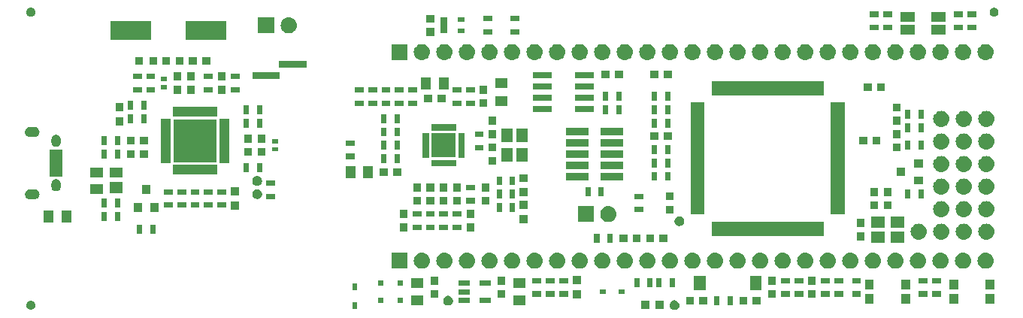
<source format=gbr>
G04 #@! TF.GenerationSoftware,KiCad,Pcbnew,(5.1.2)-1*
G04 #@! TF.CreationDate,2019-11-21T17:45:34-03:00*
G04 #@! TF.ProjectId,M_dulo Stick LPC1769,4df36475-6c6f-4205-9374-69636b204c50,v1.0*
G04 #@! TF.SameCoordinates,Original*
G04 #@! TF.FileFunction,Soldermask,Top*
G04 #@! TF.FilePolarity,Negative*
%FSLAX46Y46*%
G04 Gerber Fmt 4.6, Leading zero omitted, Abs format (unit mm)*
G04 Created by KiCad (PCBNEW (5.1.2)-1) date 2019-11-21 17:45:34*
%MOMM*%
%LPD*%
G04 APERTURE LIST*
%ADD10C,0.100000*%
G04 APERTURE END LIST*
D10*
G36*
X193160721Y-122470174D02*
G01*
X193260995Y-122511709D01*
X193260996Y-122511710D01*
X193351242Y-122572010D01*
X193427990Y-122648758D01*
X193427991Y-122648760D01*
X193488291Y-122739005D01*
X193529826Y-122839279D01*
X193551000Y-122945730D01*
X193551000Y-123054270D01*
X193529826Y-123160721D01*
X193488291Y-123260995D01*
X193488290Y-123260996D01*
X193427990Y-123351242D01*
X193351242Y-123427990D01*
X193316805Y-123451000D01*
X193260995Y-123488291D01*
X193160721Y-123529826D01*
X193054270Y-123551000D01*
X192945730Y-123551000D01*
X192839279Y-123529826D01*
X192739005Y-123488291D01*
X192683195Y-123451000D01*
X192648758Y-123427990D01*
X192572010Y-123351242D01*
X192511710Y-123260996D01*
X192511709Y-123260995D01*
X192470174Y-123160721D01*
X192449000Y-123054270D01*
X192449000Y-122945730D01*
X192470174Y-122839279D01*
X192511709Y-122739005D01*
X192572009Y-122648760D01*
X192572010Y-122648758D01*
X192648758Y-122572010D01*
X192739004Y-122511710D01*
X192739005Y-122511709D01*
X192839279Y-122470174D01*
X192945730Y-122449000D01*
X193054270Y-122449000D01*
X193160721Y-122470174D01*
X193160721Y-122470174D01*
G37*
G36*
X120645843Y-122519214D02*
G01*
X120736837Y-122556905D01*
X120736839Y-122556906D01*
X120818731Y-122611625D01*
X120888375Y-122681269D01*
X120941647Y-122760995D01*
X120943095Y-122763163D01*
X120980786Y-122854157D01*
X121000000Y-122950753D01*
X121000000Y-123049247D01*
X120980786Y-123145843D01*
X120980785Y-123145845D01*
X120943094Y-123236839D01*
X120888375Y-123318731D01*
X120818731Y-123388375D01*
X120736839Y-123443094D01*
X120736838Y-123443095D01*
X120736837Y-123443095D01*
X120645843Y-123480786D01*
X120549247Y-123500000D01*
X120450753Y-123500000D01*
X120354157Y-123480786D01*
X120263163Y-123443095D01*
X120263162Y-123443095D01*
X120263161Y-123443094D01*
X120181269Y-123388375D01*
X120111625Y-123318731D01*
X120056906Y-123236839D01*
X120019215Y-123145845D01*
X120019214Y-123145843D01*
X120000000Y-123049247D01*
X120000000Y-122950753D01*
X120019214Y-122854157D01*
X120056905Y-122763163D01*
X120058354Y-122760995D01*
X120111625Y-122681269D01*
X120181269Y-122611625D01*
X120263161Y-122556906D01*
X120263163Y-122556905D01*
X120354157Y-122519214D01*
X120450753Y-122500000D01*
X120549247Y-122500000D01*
X120645843Y-122519214D01*
X120645843Y-122519214D01*
G37*
G36*
X191751000Y-123451000D02*
G01*
X190849000Y-123451000D01*
X190849000Y-122549000D01*
X191751000Y-122549000D01*
X191751000Y-123451000D01*
X191751000Y-123451000D01*
G37*
G36*
X190151000Y-123451000D02*
G01*
X189249000Y-123451000D01*
X189249000Y-122549000D01*
X190151000Y-122549000D01*
X190151000Y-123451000D01*
X190151000Y-123451000D01*
G37*
G36*
X157276000Y-123401000D02*
G01*
X156724000Y-123401000D01*
X156724000Y-122699000D01*
X157276000Y-122699000D01*
X157276000Y-123401000D01*
X157276000Y-123401000D01*
G37*
G36*
X164676000Y-123051000D02*
G01*
X163324000Y-123051000D01*
X163324000Y-121949000D01*
X164676000Y-121949000D01*
X164676000Y-123051000D01*
X164676000Y-123051000D01*
G37*
G36*
X176176000Y-123051000D02*
G01*
X174824000Y-123051000D01*
X174824000Y-121949000D01*
X176176000Y-121949000D01*
X176176000Y-123051000D01*
X176176000Y-123051000D01*
G37*
G36*
X167660721Y-121970174D02*
G01*
X167760995Y-122011709D01*
X167760996Y-122011710D01*
X167851242Y-122072010D01*
X167927990Y-122148758D01*
X167927991Y-122148760D01*
X167988291Y-122239005D01*
X168029826Y-122339279D01*
X168051000Y-122445730D01*
X168051000Y-122554270D01*
X168029826Y-122660721D01*
X167988291Y-122760995D01*
X167986842Y-122763163D01*
X167927990Y-122851242D01*
X167851242Y-122927990D01*
X167817173Y-122950754D01*
X167760995Y-122988291D01*
X167660721Y-123029826D01*
X167554270Y-123051000D01*
X167445730Y-123051000D01*
X167339279Y-123029826D01*
X167239005Y-122988291D01*
X167182827Y-122950754D01*
X167148758Y-122927990D01*
X167072010Y-122851242D01*
X167013158Y-122763163D01*
X167011709Y-122760995D01*
X166970174Y-122660721D01*
X166949000Y-122554270D01*
X166949000Y-122445730D01*
X166970174Y-122339279D01*
X167011709Y-122239005D01*
X167072009Y-122148760D01*
X167072010Y-122148758D01*
X167148758Y-122072010D01*
X167239004Y-122011710D01*
X167239005Y-122011709D01*
X167339279Y-121970174D01*
X167445730Y-121949000D01*
X167554270Y-121949000D01*
X167660721Y-121970174D01*
X167660721Y-121970174D01*
G37*
G36*
X198051000Y-123001000D02*
G01*
X197449000Y-123001000D01*
X197449000Y-121999000D01*
X198051000Y-121999000D01*
X198051000Y-123001000D01*
X198051000Y-123001000D01*
G37*
G36*
X199551000Y-123001000D02*
G01*
X198949000Y-123001000D01*
X198949000Y-121999000D01*
X199551000Y-121999000D01*
X199551000Y-123001000D01*
X199551000Y-123001000D01*
G37*
G36*
X196701000Y-122926000D02*
G01*
X195799000Y-122926000D01*
X195799000Y-122074000D01*
X196701000Y-122074000D01*
X196701000Y-122926000D01*
X196701000Y-122926000D01*
G37*
G36*
X195201000Y-122926000D02*
G01*
X194299000Y-122926000D01*
X194299000Y-122074000D01*
X195201000Y-122074000D01*
X195201000Y-122926000D01*
X195201000Y-122926000D01*
G37*
G36*
X201201000Y-122926000D02*
G01*
X200299000Y-122926000D01*
X200299000Y-122074000D01*
X201201000Y-122074000D01*
X201201000Y-122926000D01*
X201201000Y-122926000D01*
G37*
G36*
X202701000Y-122926000D02*
G01*
X201799000Y-122926000D01*
X201799000Y-122074000D01*
X202701000Y-122074000D01*
X202701000Y-122926000D01*
X202701000Y-122926000D01*
G37*
G36*
X219551000Y-122851000D02*
G01*
X218549000Y-122851000D01*
X218549000Y-121749000D01*
X219551000Y-121749000D01*
X219551000Y-122851000D01*
X219551000Y-122851000D01*
G37*
G36*
X215451000Y-122851000D02*
G01*
X214449000Y-122851000D01*
X214449000Y-121749000D01*
X215451000Y-121749000D01*
X215451000Y-122851000D01*
X215451000Y-122851000D01*
G37*
G36*
X229051000Y-122851000D02*
G01*
X228049000Y-122851000D01*
X228049000Y-121749000D01*
X229051000Y-121749000D01*
X229051000Y-122851000D01*
X229051000Y-122851000D01*
G37*
G36*
X224951000Y-122851000D02*
G01*
X223949000Y-122851000D01*
X223949000Y-121749000D01*
X224951000Y-121749000D01*
X224951000Y-122851000D01*
X224951000Y-122851000D01*
G37*
G36*
X162401000Y-122801000D02*
G01*
X161799000Y-122801000D01*
X161799000Y-122199000D01*
X162401000Y-122199000D01*
X162401000Y-122801000D01*
X162401000Y-122801000D01*
G37*
G36*
X160201000Y-122801000D02*
G01*
X159599000Y-122801000D01*
X159599000Y-122199000D01*
X160201000Y-122199000D01*
X160201000Y-122801000D01*
X160201000Y-122801000D01*
G37*
G36*
X172303600Y-122742301D02*
G01*
X171084000Y-122742301D01*
X171084000Y-122157701D01*
X172303600Y-122157701D01*
X172303600Y-122742301D01*
X172303600Y-122742301D01*
G37*
G36*
X169916000Y-122742301D02*
G01*
X168696400Y-122742301D01*
X168696400Y-122157701D01*
X169916000Y-122157701D01*
X169916000Y-122742301D01*
X169916000Y-122742301D01*
G37*
G36*
X182451000Y-122251000D02*
G01*
X181549000Y-122251000D01*
X181549000Y-121349000D01*
X182451000Y-121349000D01*
X182451000Y-122251000D01*
X182451000Y-122251000D01*
G37*
G36*
X173926000Y-122201000D02*
G01*
X173074000Y-122201000D01*
X173074000Y-121299000D01*
X173926000Y-121299000D01*
X173926000Y-122201000D01*
X173926000Y-122201000D01*
G37*
G36*
X208926000Y-122201000D02*
G01*
X208074000Y-122201000D01*
X208074000Y-121299000D01*
X208926000Y-121299000D01*
X208926000Y-122201000D01*
X208926000Y-122201000D01*
G37*
G36*
X204426000Y-122201000D02*
G01*
X203574000Y-122201000D01*
X203574000Y-121299000D01*
X204426000Y-121299000D01*
X204426000Y-122201000D01*
X204426000Y-122201000D01*
G37*
G36*
X166426000Y-122201000D02*
G01*
X165574000Y-122201000D01*
X165574000Y-121299000D01*
X166426000Y-121299000D01*
X166426000Y-122201000D01*
X166426000Y-122201000D01*
G37*
G36*
X214001000Y-122051000D02*
G01*
X212999000Y-122051000D01*
X212999000Y-121449000D01*
X214001000Y-121449000D01*
X214001000Y-122051000D01*
X214001000Y-122051000D01*
G37*
G36*
X210501000Y-122051000D02*
G01*
X209499000Y-122051000D01*
X209499000Y-121449000D01*
X210501000Y-121449000D01*
X210501000Y-122051000D01*
X210501000Y-122051000D01*
G37*
G36*
X212001000Y-122051000D02*
G01*
X210999000Y-122051000D01*
X210999000Y-121449000D01*
X212001000Y-121449000D01*
X212001000Y-122051000D01*
X212001000Y-122051000D01*
G37*
G36*
X206001000Y-122051000D02*
G01*
X204999000Y-122051000D01*
X204999000Y-121449000D01*
X206001000Y-121449000D01*
X206001000Y-122051000D01*
X206001000Y-122051000D01*
G37*
G36*
X181001000Y-122051000D02*
G01*
X179999000Y-122051000D01*
X179999000Y-121449000D01*
X181001000Y-121449000D01*
X181001000Y-122051000D01*
X181001000Y-122051000D01*
G37*
G36*
X178001000Y-122051000D02*
G01*
X176999000Y-122051000D01*
X176999000Y-121449000D01*
X178001000Y-121449000D01*
X178001000Y-122051000D01*
X178001000Y-122051000D01*
G37*
G36*
X223001000Y-122051000D02*
G01*
X221999000Y-122051000D01*
X221999000Y-121449000D01*
X223001000Y-121449000D01*
X223001000Y-122051000D01*
X223001000Y-122051000D01*
G37*
G36*
X221501000Y-122051000D02*
G01*
X220499000Y-122051000D01*
X220499000Y-121449000D01*
X221501000Y-121449000D01*
X221501000Y-122051000D01*
X221501000Y-122051000D01*
G37*
G36*
X207501000Y-122051000D02*
G01*
X206499000Y-122051000D01*
X206499000Y-121449000D01*
X207501000Y-121449000D01*
X207501000Y-122051000D01*
X207501000Y-122051000D01*
G37*
G36*
X179501000Y-122051000D02*
G01*
X178499000Y-122051000D01*
X178499000Y-121449000D01*
X179501000Y-121449000D01*
X179501000Y-122051000D01*
X179501000Y-122051000D01*
G37*
G36*
X169916000Y-121792300D02*
G01*
X168696400Y-121792300D01*
X168696400Y-121207700D01*
X169916000Y-121207700D01*
X169916000Y-121792300D01*
X169916000Y-121792300D01*
G37*
G36*
X185301000Y-121776000D02*
G01*
X184599000Y-121776000D01*
X184599000Y-121224000D01*
X185301000Y-121224000D01*
X185301000Y-121776000D01*
X185301000Y-121776000D01*
G37*
G36*
X187401000Y-121776000D02*
G01*
X186699000Y-121776000D01*
X186699000Y-121224000D01*
X187401000Y-121224000D01*
X187401000Y-121776000D01*
X187401000Y-121776000D01*
G37*
G36*
X157276000Y-121301000D02*
G01*
X156724000Y-121301000D01*
X156724000Y-120599000D01*
X157276000Y-120599000D01*
X157276000Y-121301000D01*
X157276000Y-121301000D01*
G37*
G36*
X202801000Y-121301000D02*
G01*
X201499000Y-121301000D01*
X201499000Y-119699000D01*
X202801000Y-119699000D01*
X202801000Y-121301000D01*
X202801000Y-121301000D01*
G37*
G36*
X196501000Y-121301000D02*
G01*
X195199000Y-121301000D01*
X195199000Y-119699000D01*
X196501000Y-119699000D01*
X196501000Y-121301000D01*
X196501000Y-121301000D01*
G37*
G36*
X224951000Y-121251000D02*
G01*
X223949000Y-121251000D01*
X223949000Y-120149000D01*
X224951000Y-120149000D01*
X224951000Y-121251000D01*
X224951000Y-121251000D01*
G37*
G36*
X219551000Y-121251000D02*
G01*
X218549000Y-121251000D01*
X218549000Y-120149000D01*
X219551000Y-120149000D01*
X219551000Y-121251000D01*
X219551000Y-121251000D01*
G37*
G36*
X229051000Y-121251000D02*
G01*
X228049000Y-121251000D01*
X228049000Y-120149000D01*
X229051000Y-120149000D01*
X229051000Y-121251000D01*
X229051000Y-121251000D01*
G37*
G36*
X215451000Y-121251000D02*
G01*
X214449000Y-121251000D01*
X214449000Y-120149000D01*
X215451000Y-120149000D01*
X215451000Y-121251000D01*
X215451000Y-121251000D01*
G37*
G36*
X176176000Y-121051000D02*
G01*
X174824000Y-121051000D01*
X174824000Y-119949000D01*
X176176000Y-119949000D01*
X176176000Y-121051000D01*
X176176000Y-121051000D01*
G37*
G36*
X164676000Y-121051000D02*
G01*
X163324000Y-121051000D01*
X163324000Y-119949000D01*
X164676000Y-119949000D01*
X164676000Y-121051000D01*
X164676000Y-121051000D01*
G37*
G36*
X189051000Y-121001000D02*
G01*
X188449000Y-121001000D01*
X188449000Y-119999000D01*
X189051000Y-119999000D01*
X189051000Y-121001000D01*
X189051000Y-121001000D01*
G37*
G36*
X193051000Y-121001000D02*
G01*
X192449000Y-121001000D01*
X192449000Y-119999000D01*
X193051000Y-119999000D01*
X193051000Y-121001000D01*
X193051000Y-121001000D01*
G37*
G36*
X191551000Y-121001000D02*
G01*
X190949000Y-121001000D01*
X190949000Y-119999000D01*
X191551000Y-119999000D01*
X191551000Y-121001000D01*
X191551000Y-121001000D01*
G37*
G36*
X190551000Y-121001000D02*
G01*
X189949000Y-121001000D01*
X189949000Y-119999000D01*
X190551000Y-119999000D01*
X190551000Y-121001000D01*
X190551000Y-121001000D01*
G37*
G36*
X172303600Y-120842299D02*
G01*
X171084000Y-120842299D01*
X171084000Y-120257699D01*
X172303600Y-120257699D01*
X172303600Y-120842299D01*
X172303600Y-120842299D01*
G37*
G36*
X169916000Y-120842299D02*
G01*
X168696400Y-120842299D01*
X168696400Y-120257699D01*
X169916000Y-120257699D01*
X169916000Y-120842299D01*
X169916000Y-120842299D01*
G37*
G36*
X162401000Y-120801000D02*
G01*
X161799000Y-120801000D01*
X161799000Y-120199000D01*
X162401000Y-120199000D01*
X162401000Y-120801000D01*
X162401000Y-120801000D01*
G37*
G36*
X160201000Y-120801000D02*
G01*
X159599000Y-120801000D01*
X159599000Y-120199000D01*
X160201000Y-120199000D01*
X160201000Y-120801000D01*
X160201000Y-120801000D01*
G37*
G36*
X208926000Y-120701000D02*
G01*
X208074000Y-120701000D01*
X208074000Y-119799000D01*
X208926000Y-119799000D01*
X208926000Y-120701000D01*
X208926000Y-120701000D01*
G37*
G36*
X166426000Y-120701000D02*
G01*
X165574000Y-120701000D01*
X165574000Y-119799000D01*
X166426000Y-119799000D01*
X166426000Y-120701000D01*
X166426000Y-120701000D01*
G37*
G36*
X204426000Y-120701000D02*
G01*
X203574000Y-120701000D01*
X203574000Y-119799000D01*
X204426000Y-119799000D01*
X204426000Y-120701000D01*
X204426000Y-120701000D01*
G37*
G36*
X173926000Y-120701000D02*
G01*
X173074000Y-120701000D01*
X173074000Y-119799000D01*
X173926000Y-119799000D01*
X173926000Y-120701000D01*
X173926000Y-120701000D01*
G37*
G36*
X182451000Y-120651000D02*
G01*
X181549000Y-120651000D01*
X181549000Y-119749000D01*
X182451000Y-119749000D01*
X182451000Y-120651000D01*
X182451000Y-120651000D01*
G37*
G36*
X210501000Y-120551000D02*
G01*
X209499000Y-120551000D01*
X209499000Y-119949000D01*
X210501000Y-119949000D01*
X210501000Y-120551000D01*
X210501000Y-120551000D01*
G37*
G36*
X214001000Y-120551000D02*
G01*
X212999000Y-120551000D01*
X212999000Y-119949000D01*
X214001000Y-119949000D01*
X214001000Y-120551000D01*
X214001000Y-120551000D01*
G37*
G36*
X212001000Y-120551000D02*
G01*
X210999000Y-120551000D01*
X210999000Y-119949000D01*
X212001000Y-119949000D01*
X212001000Y-120551000D01*
X212001000Y-120551000D01*
G37*
G36*
X223001000Y-120551000D02*
G01*
X221999000Y-120551000D01*
X221999000Y-119949000D01*
X223001000Y-119949000D01*
X223001000Y-120551000D01*
X223001000Y-120551000D01*
G37*
G36*
X207501000Y-120551000D02*
G01*
X206499000Y-120551000D01*
X206499000Y-119949000D01*
X207501000Y-119949000D01*
X207501000Y-120551000D01*
X207501000Y-120551000D01*
G37*
G36*
X178001000Y-120551000D02*
G01*
X176999000Y-120551000D01*
X176999000Y-119949000D01*
X178001000Y-119949000D01*
X178001000Y-120551000D01*
X178001000Y-120551000D01*
G37*
G36*
X206001000Y-120551000D02*
G01*
X204999000Y-120551000D01*
X204999000Y-119949000D01*
X206001000Y-119949000D01*
X206001000Y-120551000D01*
X206001000Y-120551000D01*
G37*
G36*
X221501000Y-120551000D02*
G01*
X220499000Y-120551000D01*
X220499000Y-119949000D01*
X221501000Y-119949000D01*
X221501000Y-120551000D01*
X221501000Y-120551000D01*
G37*
G36*
X181001000Y-120551000D02*
G01*
X179999000Y-120551000D01*
X179999000Y-119949000D01*
X181001000Y-119949000D01*
X181001000Y-120551000D01*
X181001000Y-120551000D01*
G37*
G36*
X179501000Y-120551000D02*
G01*
X178499000Y-120551000D01*
X178499000Y-119949000D01*
X179501000Y-119949000D01*
X179501000Y-120551000D01*
X179501000Y-120551000D01*
G37*
G36*
X162901000Y-118901000D02*
G01*
X161099000Y-118901000D01*
X161099000Y-117099000D01*
X162901000Y-117099000D01*
X162901000Y-118901000D01*
X162901000Y-118901000D01*
G37*
G36*
X212910443Y-117105519D02*
G01*
X212976627Y-117112037D01*
X213146466Y-117163557D01*
X213302991Y-117247222D01*
X213338729Y-117276552D01*
X213440186Y-117359814D01*
X213523448Y-117461271D01*
X213552778Y-117497009D01*
X213636443Y-117653534D01*
X213687963Y-117823373D01*
X213705359Y-118000000D01*
X213687963Y-118176627D01*
X213636443Y-118346466D01*
X213552778Y-118502991D01*
X213523448Y-118538729D01*
X213440186Y-118640186D01*
X213338729Y-118723448D01*
X213302991Y-118752778D01*
X213146466Y-118836443D01*
X212976627Y-118887963D01*
X212910442Y-118894482D01*
X212844260Y-118901000D01*
X212755740Y-118901000D01*
X212689558Y-118894482D01*
X212623373Y-118887963D01*
X212453534Y-118836443D01*
X212297009Y-118752778D01*
X212261271Y-118723448D01*
X212159814Y-118640186D01*
X212076552Y-118538729D01*
X212047222Y-118502991D01*
X211963557Y-118346466D01*
X211912037Y-118176627D01*
X211894641Y-118000000D01*
X211912037Y-117823373D01*
X211963557Y-117653534D01*
X212047222Y-117497009D01*
X212076552Y-117461271D01*
X212159814Y-117359814D01*
X212261271Y-117276552D01*
X212297009Y-117247222D01*
X212453534Y-117163557D01*
X212623373Y-117112037D01*
X212689557Y-117105519D01*
X212755740Y-117099000D01*
X212844260Y-117099000D01*
X212910443Y-117105519D01*
X212910443Y-117105519D01*
G37*
G36*
X169730443Y-117105519D02*
G01*
X169796627Y-117112037D01*
X169966466Y-117163557D01*
X170122991Y-117247222D01*
X170158729Y-117276552D01*
X170260186Y-117359814D01*
X170343448Y-117461271D01*
X170372778Y-117497009D01*
X170456443Y-117653534D01*
X170507963Y-117823373D01*
X170525359Y-118000000D01*
X170507963Y-118176627D01*
X170456443Y-118346466D01*
X170372778Y-118502991D01*
X170343448Y-118538729D01*
X170260186Y-118640186D01*
X170158729Y-118723448D01*
X170122991Y-118752778D01*
X169966466Y-118836443D01*
X169796627Y-118887963D01*
X169730442Y-118894482D01*
X169664260Y-118901000D01*
X169575740Y-118901000D01*
X169509558Y-118894482D01*
X169443373Y-118887963D01*
X169273534Y-118836443D01*
X169117009Y-118752778D01*
X169081271Y-118723448D01*
X168979814Y-118640186D01*
X168896552Y-118538729D01*
X168867222Y-118502991D01*
X168783557Y-118346466D01*
X168732037Y-118176627D01*
X168714641Y-118000000D01*
X168732037Y-117823373D01*
X168783557Y-117653534D01*
X168867222Y-117497009D01*
X168896552Y-117461271D01*
X168979814Y-117359814D01*
X169081271Y-117276552D01*
X169117009Y-117247222D01*
X169273534Y-117163557D01*
X169443373Y-117112037D01*
X169509557Y-117105519D01*
X169575740Y-117099000D01*
X169664260Y-117099000D01*
X169730443Y-117105519D01*
X169730443Y-117105519D01*
G37*
G36*
X225610443Y-117105519D02*
G01*
X225676627Y-117112037D01*
X225846466Y-117163557D01*
X226002991Y-117247222D01*
X226038729Y-117276552D01*
X226140186Y-117359814D01*
X226223448Y-117461271D01*
X226252778Y-117497009D01*
X226336443Y-117653534D01*
X226387963Y-117823373D01*
X226405359Y-118000000D01*
X226387963Y-118176627D01*
X226336443Y-118346466D01*
X226252778Y-118502991D01*
X226223448Y-118538729D01*
X226140186Y-118640186D01*
X226038729Y-118723448D01*
X226002991Y-118752778D01*
X225846466Y-118836443D01*
X225676627Y-118887963D01*
X225610442Y-118894482D01*
X225544260Y-118901000D01*
X225455740Y-118901000D01*
X225389558Y-118894482D01*
X225323373Y-118887963D01*
X225153534Y-118836443D01*
X224997009Y-118752778D01*
X224961271Y-118723448D01*
X224859814Y-118640186D01*
X224776552Y-118538729D01*
X224747222Y-118502991D01*
X224663557Y-118346466D01*
X224612037Y-118176627D01*
X224594641Y-118000000D01*
X224612037Y-117823373D01*
X224663557Y-117653534D01*
X224747222Y-117497009D01*
X224776552Y-117461271D01*
X224859814Y-117359814D01*
X224961271Y-117276552D01*
X224997009Y-117247222D01*
X225153534Y-117163557D01*
X225323373Y-117112037D01*
X225389557Y-117105519D01*
X225455740Y-117099000D01*
X225544260Y-117099000D01*
X225610443Y-117105519D01*
X225610443Y-117105519D01*
G37*
G36*
X172270443Y-117105519D02*
G01*
X172336627Y-117112037D01*
X172506466Y-117163557D01*
X172662991Y-117247222D01*
X172698729Y-117276552D01*
X172800186Y-117359814D01*
X172883448Y-117461271D01*
X172912778Y-117497009D01*
X172996443Y-117653534D01*
X173047963Y-117823373D01*
X173065359Y-118000000D01*
X173047963Y-118176627D01*
X172996443Y-118346466D01*
X172912778Y-118502991D01*
X172883448Y-118538729D01*
X172800186Y-118640186D01*
X172698729Y-118723448D01*
X172662991Y-118752778D01*
X172506466Y-118836443D01*
X172336627Y-118887963D01*
X172270442Y-118894482D01*
X172204260Y-118901000D01*
X172115740Y-118901000D01*
X172049558Y-118894482D01*
X171983373Y-118887963D01*
X171813534Y-118836443D01*
X171657009Y-118752778D01*
X171621271Y-118723448D01*
X171519814Y-118640186D01*
X171436552Y-118538729D01*
X171407222Y-118502991D01*
X171323557Y-118346466D01*
X171272037Y-118176627D01*
X171254641Y-118000000D01*
X171272037Y-117823373D01*
X171323557Y-117653534D01*
X171407222Y-117497009D01*
X171436552Y-117461271D01*
X171519814Y-117359814D01*
X171621271Y-117276552D01*
X171657009Y-117247222D01*
X171813534Y-117163557D01*
X171983373Y-117112037D01*
X172049557Y-117105519D01*
X172115740Y-117099000D01*
X172204260Y-117099000D01*
X172270443Y-117105519D01*
X172270443Y-117105519D01*
G37*
G36*
X228150443Y-117105519D02*
G01*
X228216627Y-117112037D01*
X228386466Y-117163557D01*
X228542991Y-117247222D01*
X228578729Y-117276552D01*
X228680186Y-117359814D01*
X228763448Y-117461271D01*
X228792778Y-117497009D01*
X228876443Y-117653534D01*
X228927963Y-117823373D01*
X228945359Y-118000000D01*
X228927963Y-118176627D01*
X228876443Y-118346466D01*
X228792778Y-118502991D01*
X228763448Y-118538729D01*
X228680186Y-118640186D01*
X228578729Y-118723448D01*
X228542991Y-118752778D01*
X228386466Y-118836443D01*
X228216627Y-118887963D01*
X228150442Y-118894482D01*
X228084260Y-118901000D01*
X227995740Y-118901000D01*
X227929558Y-118894482D01*
X227863373Y-118887963D01*
X227693534Y-118836443D01*
X227537009Y-118752778D01*
X227501271Y-118723448D01*
X227399814Y-118640186D01*
X227316552Y-118538729D01*
X227287222Y-118502991D01*
X227203557Y-118346466D01*
X227152037Y-118176627D01*
X227134641Y-118000000D01*
X227152037Y-117823373D01*
X227203557Y-117653534D01*
X227287222Y-117497009D01*
X227316552Y-117461271D01*
X227399814Y-117359814D01*
X227501271Y-117276552D01*
X227537009Y-117247222D01*
X227693534Y-117163557D01*
X227863373Y-117112037D01*
X227929557Y-117105519D01*
X227995740Y-117099000D01*
X228084260Y-117099000D01*
X228150443Y-117105519D01*
X228150443Y-117105519D01*
G37*
G36*
X223070443Y-117105519D02*
G01*
X223136627Y-117112037D01*
X223306466Y-117163557D01*
X223462991Y-117247222D01*
X223498729Y-117276552D01*
X223600186Y-117359814D01*
X223683448Y-117461271D01*
X223712778Y-117497009D01*
X223796443Y-117653534D01*
X223847963Y-117823373D01*
X223865359Y-118000000D01*
X223847963Y-118176627D01*
X223796443Y-118346466D01*
X223712778Y-118502991D01*
X223683448Y-118538729D01*
X223600186Y-118640186D01*
X223498729Y-118723448D01*
X223462991Y-118752778D01*
X223306466Y-118836443D01*
X223136627Y-118887963D01*
X223070442Y-118894482D01*
X223004260Y-118901000D01*
X222915740Y-118901000D01*
X222849558Y-118894482D01*
X222783373Y-118887963D01*
X222613534Y-118836443D01*
X222457009Y-118752778D01*
X222421271Y-118723448D01*
X222319814Y-118640186D01*
X222236552Y-118538729D01*
X222207222Y-118502991D01*
X222123557Y-118346466D01*
X222072037Y-118176627D01*
X222054641Y-118000000D01*
X222072037Y-117823373D01*
X222123557Y-117653534D01*
X222207222Y-117497009D01*
X222236552Y-117461271D01*
X222319814Y-117359814D01*
X222421271Y-117276552D01*
X222457009Y-117247222D01*
X222613534Y-117163557D01*
X222783373Y-117112037D01*
X222849557Y-117105519D01*
X222915740Y-117099000D01*
X223004260Y-117099000D01*
X223070443Y-117105519D01*
X223070443Y-117105519D01*
G37*
G36*
X220530443Y-117105519D02*
G01*
X220596627Y-117112037D01*
X220766466Y-117163557D01*
X220922991Y-117247222D01*
X220958729Y-117276552D01*
X221060186Y-117359814D01*
X221143448Y-117461271D01*
X221172778Y-117497009D01*
X221256443Y-117653534D01*
X221307963Y-117823373D01*
X221325359Y-118000000D01*
X221307963Y-118176627D01*
X221256443Y-118346466D01*
X221172778Y-118502991D01*
X221143448Y-118538729D01*
X221060186Y-118640186D01*
X220958729Y-118723448D01*
X220922991Y-118752778D01*
X220766466Y-118836443D01*
X220596627Y-118887963D01*
X220530442Y-118894482D01*
X220464260Y-118901000D01*
X220375740Y-118901000D01*
X220309558Y-118894482D01*
X220243373Y-118887963D01*
X220073534Y-118836443D01*
X219917009Y-118752778D01*
X219881271Y-118723448D01*
X219779814Y-118640186D01*
X219696552Y-118538729D01*
X219667222Y-118502991D01*
X219583557Y-118346466D01*
X219532037Y-118176627D01*
X219514641Y-118000000D01*
X219532037Y-117823373D01*
X219583557Y-117653534D01*
X219667222Y-117497009D01*
X219696552Y-117461271D01*
X219779814Y-117359814D01*
X219881271Y-117276552D01*
X219917009Y-117247222D01*
X220073534Y-117163557D01*
X220243373Y-117112037D01*
X220309557Y-117105519D01*
X220375740Y-117099000D01*
X220464260Y-117099000D01*
X220530443Y-117105519D01*
X220530443Y-117105519D01*
G37*
G36*
X217990443Y-117105519D02*
G01*
X218056627Y-117112037D01*
X218226466Y-117163557D01*
X218382991Y-117247222D01*
X218418729Y-117276552D01*
X218520186Y-117359814D01*
X218603448Y-117461271D01*
X218632778Y-117497009D01*
X218716443Y-117653534D01*
X218767963Y-117823373D01*
X218785359Y-118000000D01*
X218767963Y-118176627D01*
X218716443Y-118346466D01*
X218632778Y-118502991D01*
X218603448Y-118538729D01*
X218520186Y-118640186D01*
X218418729Y-118723448D01*
X218382991Y-118752778D01*
X218226466Y-118836443D01*
X218056627Y-118887963D01*
X217990442Y-118894482D01*
X217924260Y-118901000D01*
X217835740Y-118901000D01*
X217769558Y-118894482D01*
X217703373Y-118887963D01*
X217533534Y-118836443D01*
X217377009Y-118752778D01*
X217341271Y-118723448D01*
X217239814Y-118640186D01*
X217156552Y-118538729D01*
X217127222Y-118502991D01*
X217043557Y-118346466D01*
X216992037Y-118176627D01*
X216974641Y-118000000D01*
X216992037Y-117823373D01*
X217043557Y-117653534D01*
X217127222Y-117497009D01*
X217156552Y-117461271D01*
X217239814Y-117359814D01*
X217341271Y-117276552D01*
X217377009Y-117247222D01*
X217533534Y-117163557D01*
X217703373Y-117112037D01*
X217769557Y-117105519D01*
X217835740Y-117099000D01*
X217924260Y-117099000D01*
X217990443Y-117105519D01*
X217990443Y-117105519D01*
G37*
G36*
X215450443Y-117105519D02*
G01*
X215516627Y-117112037D01*
X215686466Y-117163557D01*
X215842991Y-117247222D01*
X215878729Y-117276552D01*
X215980186Y-117359814D01*
X216063448Y-117461271D01*
X216092778Y-117497009D01*
X216176443Y-117653534D01*
X216227963Y-117823373D01*
X216245359Y-118000000D01*
X216227963Y-118176627D01*
X216176443Y-118346466D01*
X216092778Y-118502991D01*
X216063448Y-118538729D01*
X215980186Y-118640186D01*
X215878729Y-118723448D01*
X215842991Y-118752778D01*
X215686466Y-118836443D01*
X215516627Y-118887963D01*
X215450442Y-118894482D01*
X215384260Y-118901000D01*
X215295740Y-118901000D01*
X215229558Y-118894482D01*
X215163373Y-118887963D01*
X214993534Y-118836443D01*
X214837009Y-118752778D01*
X214801271Y-118723448D01*
X214699814Y-118640186D01*
X214616552Y-118538729D01*
X214587222Y-118502991D01*
X214503557Y-118346466D01*
X214452037Y-118176627D01*
X214434641Y-118000000D01*
X214452037Y-117823373D01*
X214503557Y-117653534D01*
X214587222Y-117497009D01*
X214616552Y-117461271D01*
X214699814Y-117359814D01*
X214801271Y-117276552D01*
X214837009Y-117247222D01*
X214993534Y-117163557D01*
X215163373Y-117112037D01*
X215229557Y-117105519D01*
X215295740Y-117099000D01*
X215384260Y-117099000D01*
X215450443Y-117105519D01*
X215450443Y-117105519D01*
G37*
G36*
X205290443Y-117105519D02*
G01*
X205356627Y-117112037D01*
X205526466Y-117163557D01*
X205682991Y-117247222D01*
X205718729Y-117276552D01*
X205820186Y-117359814D01*
X205903448Y-117461271D01*
X205932778Y-117497009D01*
X206016443Y-117653534D01*
X206067963Y-117823373D01*
X206085359Y-118000000D01*
X206067963Y-118176627D01*
X206016443Y-118346466D01*
X205932778Y-118502991D01*
X205903448Y-118538729D01*
X205820186Y-118640186D01*
X205718729Y-118723448D01*
X205682991Y-118752778D01*
X205526466Y-118836443D01*
X205356627Y-118887963D01*
X205290442Y-118894482D01*
X205224260Y-118901000D01*
X205135740Y-118901000D01*
X205069558Y-118894482D01*
X205003373Y-118887963D01*
X204833534Y-118836443D01*
X204677009Y-118752778D01*
X204641271Y-118723448D01*
X204539814Y-118640186D01*
X204456552Y-118538729D01*
X204427222Y-118502991D01*
X204343557Y-118346466D01*
X204292037Y-118176627D01*
X204274641Y-118000000D01*
X204292037Y-117823373D01*
X204343557Y-117653534D01*
X204427222Y-117497009D01*
X204456552Y-117461271D01*
X204539814Y-117359814D01*
X204641271Y-117276552D01*
X204677009Y-117247222D01*
X204833534Y-117163557D01*
X205003373Y-117112037D01*
X205069557Y-117105519D01*
X205135740Y-117099000D01*
X205224260Y-117099000D01*
X205290443Y-117105519D01*
X205290443Y-117105519D01*
G37*
G36*
X210370443Y-117105519D02*
G01*
X210436627Y-117112037D01*
X210606466Y-117163557D01*
X210762991Y-117247222D01*
X210798729Y-117276552D01*
X210900186Y-117359814D01*
X210983448Y-117461271D01*
X211012778Y-117497009D01*
X211096443Y-117653534D01*
X211147963Y-117823373D01*
X211165359Y-118000000D01*
X211147963Y-118176627D01*
X211096443Y-118346466D01*
X211012778Y-118502991D01*
X210983448Y-118538729D01*
X210900186Y-118640186D01*
X210798729Y-118723448D01*
X210762991Y-118752778D01*
X210606466Y-118836443D01*
X210436627Y-118887963D01*
X210370442Y-118894482D01*
X210304260Y-118901000D01*
X210215740Y-118901000D01*
X210149558Y-118894482D01*
X210083373Y-118887963D01*
X209913534Y-118836443D01*
X209757009Y-118752778D01*
X209721271Y-118723448D01*
X209619814Y-118640186D01*
X209536552Y-118538729D01*
X209507222Y-118502991D01*
X209423557Y-118346466D01*
X209372037Y-118176627D01*
X209354641Y-118000000D01*
X209372037Y-117823373D01*
X209423557Y-117653534D01*
X209507222Y-117497009D01*
X209536552Y-117461271D01*
X209619814Y-117359814D01*
X209721271Y-117276552D01*
X209757009Y-117247222D01*
X209913534Y-117163557D01*
X210083373Y-117112037D01*
X210149557Y-117105519D01*
X210215740Y-117099000D01*
X210304260Y-117099000D01*
X210370443Y-117105519D01*
X210370443Y-117105519D01*
G37*
G36*
X207830443Y-117105519D02*
G01*
X207896627Y-117112037D01*
X208066466Y-117163557D01*
X208222991Y-117247222D01*
X208258729Y-117276552D01*
X208360186Y-117359814D01*
X208443448Y-117461271D01*
X208472778Y-117497009D01*
X208556443Y-117653534D01*
X208607963Y-117823373D01*
X208625359Y-118000000D01*
X208607963Y-118176627D01*
X208556443Y-118346466D01*
X208472778Y-118502991D01*
X208443448Y-118538729D01*
X208360186Y-118640186D01*
X208258729Y-118723448D01*
X208222991Y-118752778D01*
X208066466Y-118836443D01*
X207896627Y-118887963D01*
X207830442Y-118894482D01*
X207764260Y-118901000D01*
X207675740Y-118901000D01*
X207609558Y-118894482D01*
X207543373Y-118887963D01*
X207373534Y-118836443D01*
X207217009Y-118752778D01*
X207181271Y-118723448D01*
X207079814Y-118640186D01*
X206996552Y-118538729D01*
X206967222Y-118502991D01*
X206883557Y-118346466D01*
X206832037Y-118176627D01*
X206814641Y-118000000D01*
X206832037Y-117823373D01*
X206883557Y-117653534D01*
X206967222Y-117497009D01*
X206996552Y-117461271D01*
X207079814Y-117359814D01*
X207181271Y-117276552D01*
X207217009Y-117247222D01*
X207373534Y-117163557D01*
X207543373Y-117112037D01*
X207609557Y-117105519D01*
X207675740Y-117099000D01*
X207764260Y-117099000D01*
X207830443Y-117105519D01*
X207830443Y-117105519D01*
G37*
G36*
X177350443Y-117105519D02*
G01*
X177416627Y-117112037D01*
X177586466Y-117163557D01*
X177742991Y-117247222D01*
X177778729Y-117276552D01*
X177880186Y-117359814D01*
X177963448Y-117461271D01*
X177992778Y-117497009D01*
X178076443Y-117653534D01*
X178127963Y-117823373D01*
X178145359Y-118000000D01*
X178127963Y-118176627D01*
X178076443Y-118346466D01*
X177992778Y-118502991D01*
X177963448Y-118538729D01*
X177880186Y-118640186D01*
X177778729Y-118723448D01*
X177742991Y-118752778D01*
X177586466Y-118836443D01*
X177416627Y-118887963D01*
X177350442Y-118894482D01*
X177284260Y-118901000D01*
X177195740Y-118901000D01*
X177129558Y-118894482D01*
X177063373Y-118887963D01*
X176893534Y-118836443D01*
X176737009Y-118752778D01*
X176701271Y-118723448D01*
X176599814Y-118640186D01*
X176516552Y-118538729D01*
X176487222Y-118502991D01*
X176403557Y-118346466D01*
X176352037Y-118176627D01*
X176334641Y-118000000D01*
X176352037Y-117823373D01*
X176403557Y-117653534D01*
X176487222Y-117497009D01*
X176516552Y-117461271D01*
X176599814Y-117359814D01*
X176701271Y-117276552D01*
X176737009Y-117247222D01*
X176893534Y-117163557D01*
X177063373Y-117112037D01*
X177129557Y-117105519D01*
X177195740Y-117099000D01*
X177284260Y-117099000D01*
X177350443Y-117105519D01*
X177350443Y-117105519D01*
G37*
G36*
X164650443Y-117105519D02*
G01*
X164716627Y-117112037D01*
X164886466Y-117163557D01*
X165042991Y-117247222D01*
X165078729Y-117276552D01*
X165180186Y-117359814D01*
X165263448Y-117461271D01*
X165292778Y-117497009D01*
X165376443Y-117653534D01*
X165427963Y-117823373D01*
X165445359Y-118000000D01*
X165427963Y-118176627D01*
X165376443Y-118346466D01*
X165292778Y-118502991D01*
X165263448Y-118538729D01*
X165180186Y-118640186D01*
X165078729Y-118723448D01*
X165042991Y-118752778D01*
X164886466Y-118836443D01*
X164716627Y-118887963D01*
X164650442Y-118894482D01*
X164584260Y-118901000D01*
X164495740Y-118901000D01*
X164429558Y-118894482D01*
X164363373Y-118887963D01*
X164193534Y-118836443D01*
X164037009Y-118752778D01*
X164001271Y-118723448D01*
X163899814Y-118640186D01*
X163816552Y-118538729D01*
X163787222Y-118502991D01*
X163703557Y-118346466D01*
X163652037Y-118176627D01*
X163634641Y-118000000D01*
X163652037Y-117823373D01*
X163703557Y-117653534D01*
X163787222Y-117497009D01*
X163816552Y-117461271D01*
X163899814Y-117359814D01*
X164001271Y-117276552D01*
X164037009Y-117247222D01*
X164193534Y-117163557D01*
X164363373Y-117112037D01*
X164429557Y-117105519D01*
X164495740Y-117099000D01*
X164584260Y-117099000D01*
X164650443Y-117105519D01*
X164650443Y-117105519D01*
G37*
G36*
X182430443Y-117105519D02*
G01*
X182496627Y-117112037D01*
X182666466Y-117163557D01*
X182822991Y-117247222D01*
X182858729Y-117276552D01*
X182960186Y-117359814D01*
X183043448Y-117461271D01*
X183072778Y-117497009D01*
X183156443Y-117653534D01*
X183207963Y-117823373D01*
X183225359Y-118000000D01*
X183207963Y-118176627D01*
X183156443Y-118346466D01*
X183072778Y-118502991D01*
X183043448Y-118538729D01*
X182960186Y-118640186D01*
X182858729Y-118723448D01*
X182822991Y-118752778D01*
X182666466Y-118836443D01*
X182496627Y-118887963D01*
X182430442Y-118894482D01*
X182364260Y-118901000D01*
X182275740Y-118901000D01*
X182209558Y-118894482D01*
X182143373Y-118887963D01*
X181973534Y-118836443D01*
X181817009Y-118752778D01*
X181781271Y-118723448D01*
X181679814Y-118640186D01*
X181596552Y-118538729D01*
X181567222Y-118502991D01*
X181483557Y-118346466D01*
X181432037Y-118176627D01*
X181414641Y-118000000D01*
X181432037Y-117823373D01*
X181483557Y-117653534D01*
X181567222Y-117497009D01*
X181596552Y-117461271D01*
X181679814Y-117359814D01*
X181781271Y-117276552D01*
X181817009Y-117247222D01*
X181973534Y-117163557D01*
X182143373Y-117112037D01*
X182209557Y-117105519D01*
X182275740Y-117099000D01*
X182364260Y-117099000D01*
X182430443Y-117105519D01*
X182430443Y-117105519D01*
G37*
G36*
X202750443Y-117105519D02*
G01*
X202816627Y-117112037D01*
X202986466Y-117163557D01*
X203142991Y-117247222D01*
X203178729Y-117276552D01*
X203280186Y-117359814D01*
X203363448Y-117461271D01*
X203392778Y-117497009D01*
X203476443Y-117653534D01*
X203527963Y-117823373D01*
X203545359Y-118000000D01*
X203527963Y-118176627D01*
X203476443Y-118346466D01*
X203392778Y-118502991D01*
X203363448Y-118538729D01*
X203280186Y-118640186D01*
X203178729Y-118723448D01*
X203142991Y-118752778D01*
X202986466Y-118836443D01*
X202816627Y-118887963D01*
X202750442Y-118894482D01*
X202684260Y-118901000D01*
X202595740Y-118901000D01*
X202529558Y-118894482D01*
X202463373Y-118887963D01*
X202293534Y-118836443D01*
X202137009Y-118752778D01*
X202101271Y-118723448D01*
X201999814Y-118640186D01*
X201916552Y-118538729D01*
X201887222Y-118502991D01*
X201803557Y-118346466D01*
X201752037Y-118176627D01*
X201734641Y-118000000D01*
X201752037Y-117823373D01*
X201803557Y-117653534D01*
X201887222Y-117497009D01*
X201916552Y-117461271D01*
X201999814Y-117359814D01*
X202101271Y-117276552D01*
X202137009Y-117247222D01*
X202293534Y-117163557D01*
X202463373Y-117112037D01*
X202529557Y-117105519D01*
X202595740Y-117099000D01*
X202684260Y-117099000D01*
X202750443Y-117105519D01*
X202750443Y-117105519D01*
G37*
G36*
X200210443Y-117105519D02*
G01*
X200276627Y-117112037D01*
X200446466Y-117163557D01*
X200602991Y-117247222D01*
X200638729Y-117276552D01*
X200740186Y-117359814D01*
X200823448Y-117461271D01*
X200852778Y-117497009D01*
X200936443Y-117653534D01*
X200987963Y-117823373D01*
X201005359Y-118000000D01*
X200987963Y-118176627D01*
X200936443Y-118346466D01*
X200852778Y-118502991D01*
X200823448Y-118538729D01*
X200740186Y-118640186D01*
X200638729Y-118723448D01*
X200602991Y-118752778D01*
X200446466Y-118836443D01*
X200276627Y-118887963D01*
X200210442Y-118894482D01*
X200144260Y-118901000D01*
X200055740Y-118901000D01*
X199989558Y-118894482D01*
X199923373Y-118887963D01*
X199753534Y-118836443D01*
X199597009Y-118752778D01*
X199561271Y-118723448D01*
X199459814Y-118640186D01*
X199376552Y-118538729D01*
X199347222Y-118502991D01*
X199263557Y-118346466D01*
X199212037Y-118176627D01*
X199194641Y-118000000D01*
X199212037Y-117823373D01*
X199263557Y-117653534D01*
X199347222Y-117497009D01*
X199376552Y-117461271D01*
X199459814Y-117359814D01*
X199561271Y-117276552D01*
X199597009Y-117247222D01*
X199753534Y-117163557D01*
X199923373Y-117112037D01*
X199989557Y-117105519D01*
X200055740Y-117099000D01*
X200144260Y-117099000D01*
X200210443Y-117105519D01*
X200210443Y-117105519D01*
G37*
G36*
X197670443Y-117105519D02*
G01*
X197736627Y-117112037D01*
X197906466Y-117163557D01*
X198062991Y-117247222D01*
X198098729Y-117276552D01*
X198200186Y-117359814D01*
X198283448Y-117461271D01*
X198312778Y-117497009D01*
X198396443Y-117653534D01*
X198447963Y-117823373D01*
X198465359Y-118000000D01*
X198447963Y-118176627D01*
X198396443Y-118346466D01*
X198312778Y-118502991D01*
X198283448Y-118538729D01*
X198200186Y-118640186D01*
X198098729Y-118723448D01*
X198062991Y-118752778D01*
X197906466Y-118836443D01*
X197736627Y-118887963D01*
X197670442Y-118894482D01*
X197604260Y-118901000D01*
X197515740Y-118901000D01*
X197449558Y-118894482D01*
X197383373Y-118887963D01*
X197213534Y-118836443D01*
X197057009Y-118752778D01*
X197021271Y-118723448D01*
X196919814Y-118640186D01*
X196836552Y-118538729D01*
X196807222Y-118502991D01*
X196723557Y-118346466D01*
X196672037Y-118176627D01*
X196654641Y-118000000D01*
X196672037Y-117823373D01*
X196723557Y-117653534D01*
X196807222Y-117497009D01*
X196836552Y-117461271D01*
X196919814Y-117359814D01*
X197021271Y-117276552D01*
X197057009Y-117247222D01*
X197213534Y-117163557D01*
X197383373Y-117112037D01*
X197449557Y-117105519D01*
X197515740Y-117099000D01*
X197604260Y-117099000D01*
X197670443Y-117105519D01*
X197670443Y-117105519D01*
G37*
G36*
X195130443Y-117105519D02*
G01*
X195196627Y-117112037D01*
X195366466Y-117163557D01*
X195522991Y-117247222D01*
X195558729Y-117276552D01*
X195660186Y-117359814D01*
X195743448Y-117461271D01*
X195772778Y-117497009D01*
X195856443Y-117653534D01*
X195907963Y-117823373D01*
X195925359Y-118000000D01*
X195907963Y-118176627D01*
X195856443Y-118346466D01*
X195772778Y-118502991D01*
X195743448Y-118538729D01*
X195660186Y-118640186D01*
X195558729Y-118723448D01*
X195522991Y-118752778D01*
X195366466Y-118836443D01*
X195196627Y-118887963D01*
X195130442Y-118894482D01*
X195064260Y-118901000D01*
X194975740Y-118901000D01*
X194909558Y-118894482D01*
X194843373Y-118887963D01*
X194673534Y-118836443D01*
X194517009Y-118752778D01*
X194481271Y-118723448D01*
X194379814Y-118640186D01*
X194296552Y-118538729D01*
X194267222Y-118502991D01*
X194183557Y-118346466D01*
X194132037Y-118176627D01*
X194114641Y-118000000D01*
X194132037Y-117823373D01*
X194183557Y-117653534D01*
X194267222Y-117497009D01*
X194296552Y-117461271D01*
X194379814Y-117359814D01*
X194481271Y-117276552D01*
X194517009Y-117247222D01*
X194673534Y-117163557D01*
X194843373Y-117112037D01*
X194909557Y-117105519D01*
X194975740Y-117099000D01*
X195064260Y-117099000D01*
X195130443Y-117105519D01*
X195130443Y-117105519D01*
G37*
G36*
X192590443Y-117105519D02*
G01*
X192656627Y-117112037D01*
X192826466Y-117163557D01*
X192982991Y-117247222D01*
X193018729Y-117276552D01*
X193120186Y-117359814D01*
X193203448Y-117461271D01*
X193232778Y-117497009D01*
X193316443Y-117653534D01*
X193367963Y-117823373D01*
X193385359Y-118000000D01*
X193367963Y-118176627D01*
X193316443Y-118346466D01*
X193232778Y-118502991D01*
X193203448Y-118538729D01*
X193120186Y-118640186D01*
X193018729Y-118723448D01*
X192982991Y-118752778D01*
X192826466Y-118836443D01*
X192656627Y-118887963D01*
X192590442Y-118894482D01*
X192524260Y-118901000D01*
X192435740Y-118901000D01*
X192369558Y-118894482D01*
X192303373Y-118887963D01*
X192133534Y-118836443D01*
X191977009Y-118752778D01*
X191941271Y-118723448D01*
X191839814Y-118640186D01*
X191756552Y-118538729D01*
X191727222Y-118502991D01*
X191643557Y-118346466D01*
X191592037Y-118176627D01*
X191574641Y-118000000D01*
X191592037Y-117823373D01*
X191643557Y-117653534D01*
X191727222Y-117497009D01*
X191756552Y-117461271D01*
X191839814Y-117359814D01*
X191941271Y-117276552D01*
X191977009Y-117247222D01*
X192133534Y-117163557D01*
X192303373Y-117112037D01*
X192369557Y-117105519D01*
X192435740Y-117099000D01*
X192524260Y-117099000D01*
X192590443Y-117105519D01*
X192590443Y-117105519D01*
G37*
G36*
X187510443Y-117105519D02*
G01*
X187576627Y-117112037D01*
X187746466Y-117163557D01*
X187902991Y-117247222D01*
X187938729Y-117276552D01*
X188040186Y-117359814D01*
X188123448Y-117461271D01*
X188152778Y-117497009D01*
X188236443Y-117653534D01*
X188287963Y-117823373D01*
X188305359Y-118000000D01*
X188287963Y-118176627D01*
X188236443Y-118346466D01*
X188152778Y-118502991D01*
X188123448Y-118538729D01*
X188040186Y-118640186D01*
X187938729Y-118723448D01*
X187902991Y-118752778D01*
X187746466Y-118836443D01*
X187576627Y-118887963D01*
X187510442Y-118894482D01*
X187444260Y-118901000D01*
X187355740Y-118901000D01*
X187289558Y-118894482D01*
X187223373Y-118887963D01*
X187053534Y-118836443D01*
X186897009Y-118752778D01*
X186861271Y-118723448D01*
X186759814Y-118640186D01*
X186676552Y-118538729D01*
X186647222Y-118502991D01*
X186563557Y-118346466D01*
X186512037Y-118176627D01*
X186494641Y-118000000D01*
X186512037Y-117823373D01*
X186563557Y-117653534D01*
X186647222Y-117497009D01*
X186676552Y-117461271D01*
X186759814Y-117359814D01*
X186861271Y-117276552D01*
X186897009Y-117247222D01*
X187053534Y-117163557D01*
X187223373Y-117112037D01*
X187289557Y-117105519D01*
X187355740Y-117099000D01*
X187444260Y-117099000D01*
X187510443Y-117105519D01*
X187510443Y-117105519D01*
G37*
G36*
X184970443Y-117105519D02*
G01*
X185036627Y-117112037D01*
X185206466Y-117163557D01*
X185362991Y-117247222D01*
X185398729Y-117276552D01*
X185500186Y-117359814D01*
X185583448Y-117461271D01*
X185612778Y-117497009D01*
X185696443Y-117653534D01*
X185747963Y-117823373D01*
X185765359Y-118000000D01*
X185747963Y-118176627D01*
X185696443Y-118346466D01*
X185612778Y-118502991D01*
X185583448Y-118538729D01*
X185500186Y-118640186D01*
X185398729Y-118723448D01*
X185362991Y-118752778D01*
X185206466Y-118836443D01*
X185036627Y-118887963D01*
X184970442Y-118894482D01*
X184904260Y-118901000D01*
X184815740Y-118901000D01*
X184749558Y-118894482D01*
X184683373Y-118887963D01*
X184513534Y-118836443D01*
X184357009Y-118752778D01*
X184321271Y-118723448D01*
X184219814Y-118640186D01*
X184136552Y-118538729D01*
X184107222Y-118502991D01*
X184023557Y-118346466D01*
X183972037Y-118176627D01*
X183954641Y-118000000D01*
X183972037Y-117823373D01*
X184023557Y-117653534D01*
X184107222Y-117497009D01*
X184136552Y-117461271D01*
X184219814Y-117359814D01*
X184321271Y-117276552D01*
X184357009Y-117247222D01*
X184513534Y-117163557D01*
X184683373Y-117112037D01*
X184749557Y-117105519D01*
X184815740Y-117099000D01*
X184904260Y-117099000D01*
X184970443Y-117105519D01*
X184970443Y-117105519D01*
G37*
G36*
X167190443Y-117105519D02*
G01*
X167256627Y-117112037D01*
X167426466Y-117163557D01*
X167582991Y-117247222D01*
X167618729Y-117276552D01*
X167720186Y-117359814D01*
X167803448Y-117461271D01*
X167832778Y-117497009D01*
X167916443Y-117653534D01*
X167967963Y-117823373D01*
X167985359Y-118000000D01*
X167967963Y-118176627D01*
X167916443Y-118346466D01*
X167832778Y-118502991D01*
X167803448Y-118538729D01*
X167720186Y-118640186D01*
X167618729Y-118723448D01*
X167582991Y-118752778D01*
X167426466Y-118836443D01*
X167256627Y-118887963D01*
X167190442Y-118894482D01*
X167124260Y-118901000D01*
X167035740Y-118901000D01*
X166969558Y-118894482D01*
X166903373Y-118887963D01*
X166733534Y-118836443D01*
X166577009Y-118752778D01*
X166541271Y-118723448D01*
X166439814Y-118640186D01*
X166356552Y-118538729D01*
X166327222Y-118502991D01*
X166243557Y-118346466D01*
X166192037Y-118176627D01*
X166174641Y-118000000D01*
X166192037Y-117823373D01*
X166243557Y-117653534D01*
X166327222Y-117497009D01*
X166356552Y-117461271D01*
X166439814Y-117359814D01*
X166541271Y-117276552D01*
X166577009Y-117247222D01*
X166733534Y-117163557D01*
X166903373Y-117112037D01*
X166969557Y-117105519D01*
X167035740Y-117099000D01*
X167124260Y-117099000D01*
X167190443Y-117105519D01*
X167190443Y-117105519D01*
G37*
G36*
X179890443Y-117105519D02*
G01*
X179956627Y-117112037D01*
X180126466Y-117163557D01*
X180282991Y-117247222D01*
X180318729Y-117276552D01*
X180420186Y-117359814D01*
X180503448Y-117461271D01*
X180532778Y-117497009D01*
X180616443Y-117653534D01*
X180667963Y-117823373D01*
X180685359Y-118000000D01*
X180667963Y-118176627D01*
X180616443Y-118346466D01*
X180532778Y-118502991D01*
X180503448Y-118538729D01*
X180420186Y-118640186D01*
X180318729Y-118723448D01*
X180282991Y-118752778D01*
X180126466Y-118836443D01*
X179956627Y-118887963D01*
X179890442Y-118894482D01*
X179824260Y-118901000D01*
X179735740Y-118901000D01*
X179669558Y-118894482D01*
X179603373Y-118887963D01*
X179433534Y-118836443D01*
X179277009Y-118752778D01*
X179241271Y-118723448D01*
X179139814Y-118640186D01*
X179056552Y-118538729D01*
X179027222Y-118502991D01*
X178943557Y-118346466D01*
X178892037Y-118176627D01*
X178874641Y-118000000D01*
X178892037Y-117823373D01*
X178943557Y-117653534D01*
X179027222Y-117497009D01*
X179056552Y-117461271D01*
X179139814Y-117359814D01*
X179241271Y-117276552D01*
X179277009Y-117247222D01*
X179433534Y-117163557D01*
X179603373Y-117112037D01*
X179669557Y-117105519D01*
X179735740Y-117099000D01*
X179824260Y-117099000D01*
X179890443Y-117105519D01*
X179890443Y-117105519D01*
G37*
G36*
X174810443Y-117105519D02*
G01*
X174876627Y-117112037D01*
X175046466Y-117163557D01*
X175202991Y-117247222D01*
X175238729Y-117276552D01*
X175340186Y-117359814D01*
X175423448Y-117461271D01*
X175452778Y-117497009D01*
X175536443Y-117653534D01*
X175587963Y-117823373D01*
X175605359Y-118000000D01*
X175587963Y-118176627D01*
X175536443Y-118346466D01*
X175452778Y-118502991D01*
X175423448Y-118538729D01*
X175340186Y-118640186D01*
X175238729Y-118723448D01*
X175202991Y-118752778D01*
X175046466Y-118836443D01*
X174876627Y-118887963D01*
X174810442Y-118894482D01*
X174744260Y-118901000D01*
X174655740Y-118901000D01*
X174589558Y-118894482D01*
X174523373Y-118887963D01*
X174353534Y-118836443D01*
X174197009Y-118752778D01*
X174161271Y-118723448D01*
X174059814Y-118640186D01*
X173976552Y-118538729D01*
X173947222Y-118502991D01*
X173863557Y-118346466D01*
X173812037Y-118176627D01*
X173794641Y-118000000D01*
X173812037Y-117823373D01*
X173863557Y-117653534D01*
X173947222Y-117497009D01*
X173976552Y-117461271D01*
X174059814Y-117359814D01*
X174161271Y-117276552D01*
X174197009Y-117247222D01*
X174353534Y-117163557D01*
X174523373Y-117112037D01*
X174589557Y-117105519D01*
X174655740Y-117099000D01*
X174744260Y-117099000D01*
X174810443Y-117105519D01*
X174810443Y-117105519D01*
G37*
G36*
X190050443Y-117105519D02*
G01*
X190116627Y-117112037D01*
X190286466Y-117163557D01*
X190442991Y-117247222D01*
X190478729Y-117276552D01*
X190580186Y-117359814D01*
X190663448Y-117461271D01*
X190692778Y-117497009D01*
X190776443Y-117653534D01*
X190827963Y-117823373D01*
X190845359Y-118000000D01*
X190827963Y-118176627D01*
X190776443Y-118346466D01*
X190692778Y-118502991D01*
X190663448Y-118538729D01*
X190580186Y-118640186D01*
X190478729Y-118723448D01*
X190442991Y-118752778D01*
X190286466Y-118836443D01*
X190116627Y-118887963D01*
X190050442Y-118894482D01*
X189984260Y-118901000D01*
X189895740Y-118901000D01*
X189829558Y-118894482D01*
X189763373Y-118887963D01*
X189593534Y-118836443D01*
X189437009Y-118752778D01*
X189401271Y-118723448D01*
X189299814Y-118640186D01*
X189216552Y-118538729D01*
X189187222Y-118502991D01*
X189103557Y-118346466D01*
X189052037Y-118176627D01*
X189034641Y-118000000D01*
X189052037Y-117823373D01*
X189103557Y-117653534D01*
X189187222Y-117497009D01*
X189216552Y-117461271D01*
X189299814Y-117359814D01*
X189401271Y-117276552D01*
X189437009Y-117247222D01*
X189593534Y-117163557D01*
X189763373Y-117112037D01*
X189829557Y-117105519D01*
X189895740Y-117099000D01*
X189984260Y-117099000D01*
X190050443Y-117105519D01*
X190050443Y-117105519D01*
G37*
G36*
X186051000Y-116001000D02*
G01*
X185449000Y-116001000D01*
X185449000Y-114999000D01*
X186051000Y-114999000D01*
X186051000Y-116001000D01*
X186051000Y-116001000D01*
G37*
G36*
X216651000Y-116001000D02*
G01*
X215149000Y-116001000D01*
X215149000Y-114699000D01*
X216651000Y-114699000D01*
X216651000Y-116001000D01*
X216651000Y-116001000D01*
G37*
G36*
X184551000Y-116001000D02*
G01*
X183949000Y-116001000D01*
X183949000Y-114999000D01*
X184551000Y-114999000D01*
X184551000Y-116001000D01*
X184551000Y-116001000D01*
G37*
G36*
X218851000Y-116001000D02*
G01*
X217349000Y-116001000D01*
X217349000Y-114699000D01*
X218851000Y-114699000D01*
X218851000Y-116001000D01*
X218851000Y-116001000D01*
G37*
G36*
X190701000Y-115926000D02*
G01*
X189799000Y-115926000D01*
X189799000Y-115074000D01*
X190701000Y-115074000D01*
X190701000Y-115926000D01*
X190701000Y-115926000D01*
G37*
G36*
X192201000Y-115926000D02*
G01*
X191299000Y-115926000D01*
X191299000Y-115074000D01*
X192201000Y-115074000D01*
X192201000Y-115926000D01*
X192201000Y-115926000D01*
G37*
G36*
X187701000Y-115926000D02*
G01*
X186799000Y-115926000D01*
X186799000Y-115074000D01*
X187701000Y-115074000D01*
X187701000Y-115926000D01*
X187701000Y-115926000D01*
G37*
G36*
X189201000Y-115926000D02*
G01*
X188299000Y-115926000D01*
X188299000Y-115074000D01*
X189201000Y-115074000D01*
X189201000Y-115926000D01*
X189201000Y-115926000D01*
G37*
G36*
X214426000Y-115701000D02*
G01*
X213574000Y-115701000D01*
X213574000Y-114799000D01*
X214426000Y-114799000D01*
X214426000Y-115701000D01*
X214426000Y-115701000D01*
G37*
G36*
X223150442Y-113835518D02*
G01*
X223216627Y-113842037D01*
X223386466Y-113893557D01*
X223542991Y-113977222D01*
X223569527Y-113999000D01*
X223680186Y-114089814D01*
X223763448Y-114191271D01*
X223792778Y-114227009D01*
X223876443Y-114383534D01*
X223927963Y-114553373D01*
X223945359Y-114730000D01*
X223927963Y-114906627D01*
X223876443Y-115076466D01*
X223792778Y-115232991D01*
X223763448Y-115268729D01*
X223680186Y-115370186D01*
X223578729Y-115453448D01*
X223542991Y-115482778D01*
X223386466Y-115566443D01*
X223216627Y-115617963D01*
X223150442Y-115624482D01*
X223084260Y-115631000D01*
X222995740Y-115631000D01*
X222929558Y-115624482D01*
X222863373Y-115617963D01*
X222693534Y-115566443D01*
X222537009Y-115482778D01*
X222501271Y-115453448D01*
X222399814Y-115370186D01*
X222316552Y-115268729D01*
X222287222Y-115232991D01*
X222203557Y-115076466D01*
X222152037Y-114906627D01*
X222134641Y-114730000D01*
X222152037Y-114553373D01*
X222203557Y-114383534D01*
X222287222Y-114227009D01*
X222316552Y-114191271D01*
X222399814Y-114089814D01*
X222510473Y-113999000D01*
X222537009Y-113977222D01*
X222693534Y-113893557D01*
X222863373Y-113842037D01*
X222929558Y-113835518D01*
X222995740Y-113829000D01*
X223084260Y-113829000D01*
X223150442Y-113835518D01*
X223150442Y-113835518D01*
G37*
G36*
X220610442Y-113835518D02*
G01*
X220676627Y-113842037D01*
X220846466Y-113893557D01*
X221002991Y-113977222D01*
X221029527Y-113999000D01*
X221140186Y-114089814D01*
X221223448Y-114191271D01*
X221252778Y-114227009D01*
X221336443Y-114383534D01*
X221387963Y-114553373D01*
X221405359Y-114730000D01*
X221387963Y-114906627D01*
X221336443Y-115076466D01*
X221252778Y-115232991D01*
X221223448Y-115268729D01*
X221140186Y-115370186D01*
X221038729Y-115453448D01*
X221002991Y-115482778D01*
X220846466Y-115566443D01*
X220676627Y-115617963D01*
X220610442Y-115624482D01*
X220544260Y-115631000D01*
X220455740Y-115631000D01*
X220389558Y-115624482D01*
X220323373Y-115617963D01*
X220153534Y-115566443D01*
X219997009Y-115482778D01*
X219961271Y-115453448D01*
X219859814Y-115370186D01*
X219776552Y-115268729D01*
X219747222Y-115232991D01*
X219663557Y-115076466D01*
X219612037Y-114906627D01*
X219594641Y-114730000D01*
X219612037Y-114553373D01*
X219663557Y-114383534D01*
X219747222Y-114227009D01*
X219776552Y-114191271D01*
X219859814Y-114089814D01*
X219970473Y-113999000D01*
X219997009Y-113977222D01*
X220153534Y-113893557D01*
X220323373Y-113842037D01*
X220389558Y-113835518D01*
X220455740Y-113829000D01*
X220544260Y-113829000D01*
X220610442Y-113835518D01*
X220610442Y-113835518D01*
G37*
G36*
X225690442Y-113835518D02*
G01*
X225756627Y-113842037D01*
X225926466Y-113893557D01*
X226082991Y-113977222D01*
X226109527Y-113999000D01*
X226220186Y-114089814D01*
X226303448Y-114191271D01*
X226332778Y-114227009D01*
X226416443Y-114383534D01*
X226467963Y-114553373D01*
X226485359Y-114730000D01*
X226467963Y-114906627D01*
X226416443Y-115076466D01*
X226332778Y-115232991D01*
X226303448Y-115268729D01*
X226220186Y-115370186D01*
X226118729Y-115453448D01*
X226082991Y-115482778D01*
X225926466Y-115566443D01*
X225756627Y-115617963D01*
X225690442Y-115624482D01*
X225624260Y-115631000D01*
X225535740Y-115631000D01*
X225469558Y-115624482D01*
X225403373Y-115617963D01*
X225233534Y-115566443D01*
X225077009Y-115482778D01*
X225041271Y-115453448D01*
X224939814Y-115370186D01*
X224856552Y-115268729D01*
X224827222Y-115232991D01*
X224743557Y-115076466D01*
X224692037Y-114906627D01*
X224674641Y-114730000D01*
X224692037Y-114553373D01*
X224743557Y-114383534D01*
X224827222Y-114227009D01*
X224856552Y-114191271D01*
X224939814Y-114089814D01*
X225050473Y-113999000D01*
X225077009Y-113977222D01*
X225233534Y-113893557D01*
X225403373Y-113842037D01*
X225469558Y-113835518D01*
X225535740Y-113829000D01*
X225624260Y-113829000D01*
X225690442Y-113835518D01*
X225690442Y-113835518D01*
G37*
G36*
X228230442Y-113835518D02*
G01*
X228296627Y-113842037D01*
X228466466Y-113893557D01*
X228622991Y-113977222D01*
X228649527Y-113999000D01*
X228760186Y-114089814D01*
X228843448Y-114191271D01*
X228872778Y-114227009D01*
X228956443Y-114383534D01*
X229007963Y-114553373D01*
X229025359Y-114730000D01*
X229007963Y-114906627D01*
X228956443Y-115076466D01*
X228872778Y-115232991D01*
X228843448Y-115268729D01*
X228760186Y-115370186D01*
X228658729Y-115453448D01*
X228622991Y-115482778D01*
X228466466Y-115566443D01*
X228296627Y-115617963D01*
X228230442Y-115624482D01*
X228164260Y-115631000D01*
X228075740Y-115631000D01*
X228009558Y-115624482D01*
X227943373Y-115617963D01*
X227773534Y-115566443D01*
X227617009Y-115482778D01*
X227581271Y-115453448D01*
X227479814Y-115370186D01*
X227396552Y-115268729D01*
X227367222Y-115232991D01*
X227283557Y-115076466D01*
X227232037Y-114906627D01*
X227214641Y-114730000D01*
X227232037Y-114553373D01*
X227283557Y-114383534D01*
X227367222Y-114227009D01*
X227396552Y-114191271D01*
X227479814Y-114089814D01*
X227590473Y-113999000D01*
X227617009Y-113977222D01*
X227773534Y-113893557D01*
X227943373Y-113842037D01*
X228009558Y-113835518D01*
X228075740Y-113829000D01*
X228164260Y-113829000D01*
X228230442Y-113835518D01*
X228230442Y-113835518D01*
G37*
G36*
X209811000Y-115201000D02*
G01*
X197189000Y-115201000D01*
X197189000Y-113599000D01*
X209811000Y-113599000D01*
X209811000Y-115201000D01*
X209811000Y-115201000D01*
G37*
G36*
X134551000Y-115001000D02*
G01*
X133949000Y-115001000D01*
X133949000Y-113999000D01*
X134551000Y-113999000D01*
X134551000Y-115001000D01*
X134551000Y-115001000D01*
G37*
G36*
X133051000Y-115001000D02*
G01*
X132449000Y-115001000D01*
X132449000Y-113999000D01*
X133051000Y-113999000D01*
X133051000Y-115001000D01*
X133051000Y-115001000D01*
G37*
G36*
X162926000Y-114701000D02*
G01*
X162074000Y-114701000D01*
X162074000Y-113799000D01*
X162926000Y-113799000D01*
X162926000Y-114701000D01*
X162926000Y-114701000D01*
G37*
G36*
X170426000Y-114701000D02*
G01*
X169574000Y-114701000D01*
X169574000Y-113799000D01*
X170426000Y-113799000D01*
X170426000Y-114701000D01*
X170426000Y-114701000D01*
G37*
G36*
X169001000Y-114551000D02*
G01*
X167999000Y-114551000D01*
X167999000Y-113949000D01*
X169001000Y-113949000D01*
X169001000Y-114551000D01*
X169001000Y-114551000D01*
G37*
G36*
X166001000Y-114551000D02*
G01*
X164999000Y-114551000D01*
X164999000Y-113949000D01*
X166001000Y-113949000D01*
X166001000Y-114551000D01*
X166001000Y-114551000D01*
G37*
G36*
X167501000Y-114551000D02*
G01*
X166499000Y-114551000D01*
X166499000Y-113949000D01*
X167501000Y-113949000D01*
X167501000Y-114551000D01*
X167501000Y-114551000D01*
G37*
G36*
X164501000Y-114551000D02*
G01*
X163499000Y-114551000D01*
X163499000Y-113949000D01*
X164501000Y-113949000D01*
X164501000Y-114551000D01*
X164501000Y-114551000D01*
G37*
G36*
X216651000Y-114301000D02*
G01*
X215149000Y-114301000D01*
X215149000Y-112999000D01*
X216651000Y-112999000D01*
X216651000Y-114301000D01*
X216651000Y-114301000D01*
G37*
G36*
X218851000Y-114301000D02*
G01*
X217349000Y-114301000D01*
X217349000Y-112999000D01*
X218851000Y-112999000D01*
X218851000Y-114301000D01*
X218851000Y-114301000D01*
G37*
G36*
X214426000Y-114201000D02*
G01*
X213574000Y-114201000D01*
X213574000Y-113299000D01*
X214426000Y-113299000D01*
X214426000Y-114201000D01*
X214426000Y-114201000D01*
G37*
G36*
X193710721Y-113020174D02*
G01*
X193810995Y-113061709D01*
X193810996Y-113061710D01*
X193901242Y-113122010D01*
X193977990Y-113198758D01*
X193977991Y-113198760D01*
X194038291Y-113289005D01*
X194079826Y-113389279D01*
X194101000Y-113495730D01*
X194101000Y-113604270D01*
X194079826Y-113710721D01*
X194038291Y-113810995D01*
X194038290Y-113810996D01*
X193977990Y-113901242D01*
X193901242Y-113977990D01*
X193869798Y-113999000D01*
X193810995Y-114038291D01*
X193710721Y-114079826D01*
X193604270Y-114101000D01*
X193495730Y-114101000D01*
X193389279Y-114079826D01*
X193289005Y-114038291D01*
X193230202Y-113999000D01*
X193198758Y-113977990D01*
X193122010Y-113901242D01*
X193061710Y-113810996D01*
X193061709Y-113810995D01*
X193020174Y-113710721D01*
X192999000Y-113604270D01*
X192999000Y-113495730D01*
X193020174Y-113389279D01*
X193061709Y-113289005D01*
X193122009Y-113198760D01*
X193122010Y-113198758D01*
X193198758Y-113122010D01*
X193289004Y-113061710D01*
X193289005Y-113061709D01*
X193389279Y-113020174D01*
X193495730Y-112999000D01*
X193604270Y-112999000D01*
X193710721Y-113020174D01*
X193710721Y-113020174D01*
G37*
G36*
X176451000Y-113751000D02*
G01*
X175549000Y-113751000D01*
X175549000Y-112849000D01*
X176451000Y-112849000D01*
X176451000Y-113751000D01*
X176451000Y-113751000D01*
G37*
G36*
X123051000Y-113676000D02*
G01*
X121949000Y-113676000D01*
X121949000Y-112324000D01*
X123051000Y-112324000D01*
X123051000Y-113676000D01*
X123051000Y-113676000D01*
G37*
G36*
X125051000Y-113676000D02*
G01*
X123949000Y-113676000D01*
X123949000Y-112324000D01*
X125051000Y-112324000D01*
X125051000Y-113676000D01*
X125051000Y-113676000D01*
G37*
G36*
X185650443Y-111855519D02*
G01*
X185716627Y-111862037D01*
X185886466Y-111913557D01*
X186042991Y-111997222D01*
X186047594Y-112001000D01*
X186180186Y-112109814D01*
X186255019Y-112201000D01*
X186292778Y-112247009D01*
X186376443Y-112403534D01*
X186427963Y-112573373D01*
X186445359Y-112750000D01*
X186427963Y-112926627D01*
X186376443Y-113096466D01*
X186292778Y-113252991D01*
X186263448Y-113288729D01*
X186180186Y-113390186D01*
X186078729Y-113473448D01*
X186042991Y-113502778D01*
X185886466Y-113586443D01*
X185716627Y-113637963D01*
X185650443Y-113644481D01*
X185584260Y-113651000D01*
X185495740Y-113651000D01*
X185429557Y-113644481D01*
X185363373Y-113637963D01*
X185193534Y-113586443D01*
X185037009Y-113502778D01*
X185001271Y-113473448D01*
X184899814Y-113390186D01*
X184816552Y-113288729D01*
X184787222Y-113252991D01*
X184703557Y-113096466D01*
X184652037Y-112926627D01*
X184634641Y-112750000D01*
X184652037Y-112573373D01*
X184703557Y-112403534D01*
X184787222Y-112247009D01*
X184824981Y-112201000D01*
X184899814Y-112109814D01*
X185032406Y-112001000D01*
X185037009Y-111997222D01*
X185193534Y-111913557D01*
X185363373Y-111862037D01*
X185429557Y-111855519D01*
X185495740Y-111849000D01*
X185584260Y-111849000D01*
X185650443Y-111855519D01*
X185650443Y-111855519D01*
G37*
G36*
X183901000Y-113651000D02*
G01*
X182099000Y-113651000D01*
X182099000Y-111849000D01*
X183901000Y-111849000D01*
X183901000Y-113651000D01*
X183901000Y-113651000D01*
G37*
G36*
X130551000Y-113501000D02*
G01*
X129949000Y-113501000D01*
X129949000Y-112499000D01*
X130551000Y-112499000D01*
X130551000Y-113501000D01*
X130551000Y-113501000D01*
G37*
G36*
X129051000Y-113501000D02*
G01*
X128449000Y-113501000D01*
X128449000Y-112499000D01*
X129051000Y-112499000D01*
X129051000Y-113501000D01*
X129051000Y-113501000D01*
G37*
G36*
X170426000Y-113201000D02*
G01*
X169574000Y-113201000D01*
X169574000Y-112299000D01*
X170426000Y-112299000D01*
X170426000Y-113201000D01*
X170426000Y-113201000D01*
G37*
G36*
X162926000Y-113201000D02*
G01*
X162074000Y-113201000D01*
X162074000Y-112299000D01*
X162926000Y-112299000D01*
X162926000Y-113201000D01*
X162926000Y-113201000D01*
G37*
G36*
X225690442Y-111295518D02*
G01*
X225756627Y-111302037D01*
X225926466Y-111353557D01*
X226082991Y-111437222D01*
X226097342Y-111449000D01*
X226220186Y-111549814D01*
X226303448Y-111651271D01*
X226332778Y-111687009D01*
X226416443Y-111843534D01*
X226467963Y-112013373D01*
X226485359Y-112190000D01*
X226467963Y-112366627D01*
X226416443Y-112536466D01*
X226332778Y-112692991D01*
X226326205Y-112701000D01*
X226220186Y-112830186D01*
X226118729Y-112913448D01*
X226082991Y-112942778D01*
X225926466Y-113026443D01*
X225756627Y-113077963D01*
X225690442Y-113084482D01*
X225624260Y-113091000D01*
X225535740Y-113091000D01*
X225469558Y-113084482D01*
X225403373Y-113077963D01*
X225233534Y-113026443D01*
X225077009Y-112942778D01*
X225041271Y-112913448D01*
X224939814Y-112830186D01*
X224833795Y-112701000D01*
X224827222Y-112692991D01*
X224743557Y-112536466D01*
X224692037Y-112366627D01*
X224674641Y-112190000D01*
X224692037Y-112013373D01*
X224743557Y-111843534D01*
X224827222Y-111687009D01*
X224856552Y-111651271D01*
X224939814Y-111549814D01*
X225062658Y-111449000D01*
X225077009Y-111437222D01*
X225233534Y-111353557D01*
X225403373Y-111302037D01*
X225469558Y-111295518D01*
X225535740Y-111289000D01*
X225624260Y-111289000D01*
X225690442Y-111295518D01*
X225690442Y-111295518D01*
G37*
G36*
X223150442Y-111295518D02*
G01*
X223216627Y-111302037D01*
X223386466Y-111353557D01*
X223542991Y-111437222D01*
X223557342Y-111449000D01*
X223680186Y-111549814D01*
X223763448Y-111651271D01*
X223792778Y-111687009D01*
X223876443Y-111843534D01*
X223927963Y-112013373D01*
X223945359Y-112190000D01*
X223927963Y-112366627D01*
X223876443Y-112536466D01*
X223792778Y-112692991D01*
X223786205Y-112701000D01*
X223680186Y-112830186D01*
X223578729Y-112913448D01*
X223542991Y-112942778D01*
X223386466Y-113026443D01*
X223216627Y-113077963D01*
X223150442Y-113084482D01*
X223084260Y-113091000D01*
X222995740Y-113091000D01*
X222929558Y-113084482D01*
X222863373Y-113077963D01*
X222693534Y-113026443D01*
X222537009Y-112942778D01*
X222501271Y-112913448D01*
X222399814Y-112830186D01*
X222293795Y-112701000D01*
X222287222Y-112692991D01*
X222203557Y-112536466D01*
X222152037Y-112366627D01*
X222134641Y-112190000D01*
X222152037Y-112013373D01*
X222203557Y-111843534D01*
X222287222Y-111687009D01*
X222316552Y-111651271D01*
X222399814Y-111549814D01*
X222522658Y-111449000D01*
X222537009Y-111437222D01*
X222693534Y-111353557D01*
X222863373Y-111302037D01*
X222929558Y-111295518D01*
X222995740Y-111289000D01*
X223084260Y-111289000D01*
X223150442Y-111295518D01*
X223150442Y-111295518D01*
G37*
G36*
X228230442Y-111295518D02*
G01*
X228296627Y-111302037D01*
X228466466Y-111353557D01*
X228622991Y-111437222D01*
X228637342Y-111449000D01*
X228760186Y-111549814D01*
X228843448Y-111651271D01*
X228872778Y-111687009D01*
X228956443Y-111843534D01*
X229007963Y-112013373D01*
X229025359Y-112190000D01*
X229007963Y-112366627D01*
X228956443Y-112536466D01*
X228872778Y-112692991D01*
X228866205Y-112701000D01*
X228760186Y-112830186D01*
X228658729Y-112913448D01*
X228622991Y-112942778D01*
X228466466Y-113026443D01*
X228296627Y-113077963D01*
X228230442Y-113084482D01*
X228164260Y-113091000D01*
X228075740Y-113091000D01*
X228009558Y-113084482D01*
X227943373Y-113077963D01*
X227773534Y-113026443D01*
X227617009Y-112942778D01*
X227581271Y-112913448D01*
X227479814Y-112830186D01*
X227373795Y-112701000D01*
X227367222Y-112692991D01*
X227283557Y-112536466D01*
X227232037Y-112366627D01*
X227214641Y-112190000D01*
X227232037Y-112013373D01*
X227283557Y-111843534D01*
X227367222Y-111687009D01*
X227396552Y-111651271D01*
X227479814Y-111549814D01*
X227602658Y-111449000D01*
X227617009Y-111437222D01*
X227773534Y-111353557D01*
X227943373Y-111302037D01*
X228009558Y-111295518D01*
X228075740Y-111289000D01*
X228164260Y-111289000D01*
X228230442Y-111295518D01*
X228230442Y-111295518D01*
G37*
G36*
X166001000Y-113051000D02*
G01*
X164999000Y-113051000D01*
X164999000Y-112449000D01*
X166001000Y-112449000D01*
X166001000Y-113051000D01*
X166001000Y-113051000D01*
G37*
G36*
X164501000Y-113051000D02*
G01*
X163499000Y-113051000D01*
X163499000Y-112449000D01*
X164501000Y-112449000D01*
X164501000Y-113051000D01*
X164501000Y-113051000D01*
G37*
G36*
X167501000Y-113051000D02*
G01*
X166499000Y-113051000D01*
X166499000Y-112449000D01*
X167501000Y-112449000D01*
X167501000Y-113051000D01*
X167501000Y-113051000D01*
G37*
G36*
X169001000Y-113051000D02*
G01*
X167999000Y-113051000D01*
X167999000Y-112449000D01*
X169001000Y-112449000D01*
X169001000Y-113051000D01*
X169001000Y-113051000D01*
G37*
G36*
X212201000Y-112811000D02*
G01*
X210599000Y-112811000D01*
X210599000Y-100189000D01*
X212201000Y-100189000D01*
X212201000Y-112811000D01*
X212201000Y-112811000D01*
G37*
G36*
X196401000Y-112811000D02*
G01*
X194799000Y-112811000D01*
X194799000Y-100189000D01*
X196401000Y-100189000D01*
X196401000Y-112811000D01*
X196401000Y-112811000D01*
G37*
G36*
X192926000Y-112701000D02*
G01*
X192074000Y-112701000D01*
X192074000Y-111799000D01*
X192926000Y-111799000D01*
X192926000Y-112701000D01*
X192926000Y-112701000D01*
G37*
G36*
X189501000Y-112551000D02*
G01*
X188499000Y-112551000D01*
X188499000Y-111949000D01*
X189501000Y-111949000D01*
X189501000Y-112551000D01*
X189501000Y-112551000D01*
G37*
G36*
X133001000Y-112501000D02*
G01*
X132099000Y-112501000D01*
X132099000Y-111499000D01*
X133001000Y-111499000D01*
X133001000Y-112501000D01*
X133001000Y-112501000D01*
G37*
G36*
X134901000Y-112501000D02*
G01*
X133999000Y-112501000D01*
X133999000Y-111499000D01*
X134901000Y-111499000D01*
X134901000Y-112501000D01*
X134901000Y-112501000D01*
G37*
G36*
X173551000Y-112501000D02*
G01*
X172949000Y-112501000D01*
X172949000Y-111499000D01*
X173551000Y-111499000D01*
X173551000Y-112501000D01*
X173551000Y-112501000D01*
G37*
G36*
X175051000Y-112501000D02*
G01*
X174449000Y-112501000D01*
X174449000Y-111499000D01*
X175051000Y-111499000D01*
X175051000Y-112501000D01*
X175051000Y-112501000D01*
G37*
G36*
X143951000Y-112251000D02*
G01*
X143049000Y-112251000D01*
X143049000Y-111349000D01*
X143951000Y-111349000D01*
X143951000Y-112251000D01*
X143951000Y-112251000D01*
G37*
G36*
X215926000Y-112201000D02*
G01*
X215074000Y-112201000D01*
X215074000Y-111299000D01*
X215926000Y-111299000D01*
X215926000Y-112201000D01*
X215926000Y-112201000D01*
G37*
G36*
X217426000Y-112201000D02*
G01*
X216574000Y-112201000D01*
X216574000Y-111299000D01*
X217426000Y-111299000D01*
X217426000Y-112201000D01*
X217426000Y-112201000D01*
G37*
G36*
X176451000Y-112151000D02*
G01*
X175549000Y-112151000D01*
X175549000Y-111249000D01*
X176451000Y-111249000D01*
X176451000Y-112151000D01*
X176451000Y-112151000D01*
G37*
G36*
X142501000Y-112051000D02*
G01*
X141499000Y-112051000D01*
X141499000Y-111449000D01*
X142501000Y-111449000D01*
X142501000Y-112051000D01*
X142501000Y-112051000D01*
G37*
G36*
X136501000Y-112051000D02*
G01*
X135499000Y-112051000D01*
X135499000Y-111449000D01*
X136501000Y-111449000D01*
X136501000Y-112051000D01*
X136501000Y-112051000D01*
G37*
G36*
X138001000Y-112051000D02*
G01*
X136999000Y-112051000D01*
X136999000Y-111449000D01*
X138001000Y-111449000D01*
X138001000Y-112051000D01*
X138001000Y-112051000D01*
G37*
G36*
X139501000Y-112051000D02*
G01*
X138499000Y-112051000D01*
X138499000Y-111449000D01*
X139501000Y-111449000D01*
X139501000Y-112051000D01*
X139501000Y-112051000D01*
G37*
G36*
X141001000Y-112051000D02*
G01*
X139999000Y-112051000D01*
X139999000Y-111449000D01*
X141001000Y-111449000D01*
X141001000Y-112051000D01*
X141001000Y-112051000D01*
G37*
G36*
X129051000Y-112001000D02*
G01*
X128449000Y-112001000D01*
X128449000Y-110999000D01*
X129051000Y-110999000D01*
X129051000Y-112001000D01*
X129051000Y-112001000D01*
G37*
G36*
X130551000Y-112001000D02*
G01*
X129949000Y-112001000D01*
X129949000Y-110999000D01*
X130551000Y-110999000D01*
X130551000Y-112001000D01*
X130551000Y-112001000D01*
G37*
G36*
X167426000Y-111701000D02*
G01*
X166574000Y-111701000D01*
X166574000Y-110799000D01*
X167426000Y-110799000D01*
X167426000Y-111701000D01*
X167426000Y-111701000D01*
G37*
G36*
X168926000Y-111701000D02*
G01*
X168074000Y-111701000D01*
X168074000Y-110799000D01*
X168926000Y-110799000D01*
X168926000Y-111701000D01*
X168926000Y-111701000D01*
G37*
G36*
X164426000Y-111701000D02*
G01*
X163574000Y-111701000D01*
X163574000Y-110799000D01*
X164426000Y-110799000D01*
X164426000Y-111701000D01*
X164426000Y-111701000D01*
G37*
G36*
X165926000Y-111701000D02*
G01*
X165074000Y-111701000D01*
X165074000Y-110799000D01*
X165926000Y-110799000D01*
X165926000Y-111701000D01*
X165926000Y-111701000D01*
G37*
G36*
X172176000Y-111701000D02*
G01*
X171324000Y-111701000D01*
X171324000Y-110799000D01*
X172176000Y-110799000D01*
X172176000Y-111701000D01*
X172176000Y-111701000D01*
G37*
G36*
X170501000Y-111551000D02*
G01*
X169499000Y-111551000D01*
X169499000Y-110949000D01*
X170501000Y-110949000D01*
X170501000Y-111551000D01*
X170501000Y-111551000D01*
G37*
G36*
X192926000Y-111201000D02*
G01*
X192074000Y-111201000D01*
X192074000Y-110299000D01*
X192926000Y-110299000D01*
X192926000Y-111201000D01*
X192926000Y-111201000D01*
G37*
G36*
X121033015Y-109956973D02*
G01*
X121136879Y-109988479D01*
X121151821Y-109996466D01*
X121232600Y-110039643D01*
X121316501Y-110108499D01*
X121385357Y-110192400D01*
X121421995Y-110260945D01*
X121436521Y-110288121D01*
X121468027Y-110391985D01*
X121478666Y-110500000D01*
X121468027Y-110608015D01*
X121436521Y-110711879D01*
X121436519Y-110711882D01*
X121385357Y-110807600D01*
X121316501Y-110891501D01*
X121232600Y-110960357D01*
X121164055Y-110996995D01*
X121136879Y-111011521D01*
X121033015Y-111043027D01*
X120952067Y-111051000D01*
X120347933Y-111051000D01*
X120266985Y-111043027D01*
X120163121Y-111011521D01*
X120135945Y-110996995D01*
X120067400Y-110960357D01*
X119983499Y-110891501D01*
X119914643Y-110807600D01*
X119863481Y-110711882D01*
X119863479Y-110711879D01*
X119831973Y-110608015D01*
X119821334Y-110500000D01*
X119831973Y-110391985D01*
X119863479Y-110288121D01*
X119878005Y-110260945D01*
X119914643Y-110192400D01*
X119983499Y-110108499D01*
X120067400Y-110039643D01*
X120148179Y-109996466D01*
X120163121Y-109988479D01*
X120266985Y-109956973D01*
X120347933Y-109949000D01*
X120952067Y-109949000D01*
X121033015Y-109956973D01*
X121033015Y-109956973D01*
G37*
G36*
X146160721Y-109970174D02*
G01*
X146260995Y-110011709D01*
X146305812Y-110041655D01*
X146351242Y-110072010D01*
X146427990Y-110148758D01*
X146427991Y-110148760D01*
X146488291Y-110239005D01*
X146529826Y-110339279D01*
X146551000Y-110445730D01*
X146551000Y-110554270D01*
X146529826Y-110660721D01*
X146488291Y-110760995D01*
X146488290Y-110760996D01*
X146427990Y-110851242D01*
X146351242Y-110927990D01*
X146319798Y-110949000D01*
X146260995Y-110988291D01*
X146160721Y-111029826D01*
X146054270Y-111051000D01*
X145945730Y-111051000D01*
X145839279Y-111029826D01*
X145739005Y-110988291D01*
X145680202Y-110949000D01*
X145648758Y-110927990D01*
X145572010Y-110851242D01*
X145511710Y-110760996D01*
X145511709Y-110760995D01*
X145470174Y-110660721D01*
X145449000Y-110554270D01*
X145449000Y-110445730D01*
X145470174Y-110339279D01*
X145511709Y-110239005D01*
X145572009Y-110148760D01*
X145572010Y-110148758D01*
X145648758Y-110072010D01*
X145694188Y-110041655D01*
X145739005Y-110011709D01*
X145839279Y-109970174D01*
X145945730Y-109949000D01*
X146054270Y-109949000D01*
X146160721Y-109970174D01*
X146160721Y-109970174D01*
G37*
G36*
X189501000Y-111051000D02*
G01*
X188499000Y-111051000D01*
X188499000Y-110449000D01*
X189501000Y-110449000D01*
X189501000Y-111051000D01*
X189501000Y-111051000D01*
G37*
G36*
X148001000Y-111051000D02*
G01*
X146999000Y-111051000D01*
X146999000Y-110449000D01*
X148001000Y-110449000D01*
X148001000Y-111051000D01*
X148001000Y-111051000D01*
G37*
G36*
X219551000Y-111001000D02*
G01*
X218949000Y-111001000D01*
X218949000Y-109999000D01*
X219551000Y-109999000D01*
X219551000Y-111001000D01*
X219551000Y-111001000D01*
G37*
G36*
X175051000Y-111001000D02*
G01*
X174449000Y-111001000D01*
X174449000Y-109999000D01*
X175051000Y-109999000D01*
X175051000Y-111001000D01*
X175051000Y-111001000D01*
G37*
G36*
X221051000Y-111001000D02*
G01*
X220449000Y-111001000D01*
X220449000Y-109999000D01*
X221051000Y-109999000D01*
X221051000Y-111001000D01*
X221051000Y-111001000D01*
G37*
G36*
X173551000Y-111001000D02*
G01*
X172949000Y-111001000D01*
X172949000Y-109999000D01*
X173551000Y-109999000D01*
X173551000Y-111001000D01*
X173551000Y-111001000D01*
G37*
G36*
X176451000Y-110751000D02*
G01*
X175549000Y-110751000D01*
X175549000Y-109849000D01*
X176451000Y-109849000D01*
X176451000Y-110751000D01*
X176451000Y-110751000D01*
G37*
G36*
X185051000Y-110751000D02*
G01*
X184449000Y-110751000D01*
X184449000Y-109749000D01*
X185051000Y-109749000D01*
X185051000Y-110751000D01*
X185051000Y-110751000D01*
G37*
G36*
X183551000Y-110751000D02*
G01*
X182949000Y-110751000D01*
X182949000Y-109749000D01*
X183551000Y-109749000D01*
X183551000Y-110751000D01*
X183551000Y-110751000D01*
G37*
G36*
X217426000Y-110701000D02*
G01*
X216574000Y-110701000D01*
X216574000Y-109799000D01*
X217426000Y-109799000D01*
X217426000Y-110701000D01*
X217426000Y-110701000D01*
G37*
G36*
X215926000Y-110701000D02*
G01*
X215074000Y-110701000D01*
X215074000Y-109799000D01*
X215926000Y-109799000D01*
X215926000Y-110701000D01*
X215926000Y-110701000D01*
G37*
G36*
X143951000Y-110651000D02*
G01*
X143049000Y-110651000D01*
X143049000Y-109749000D01*
X143951000Y-109749000D01*
X143951000Y-110651000D01*
X143951000Y-110651000D01*
G37*
G36*
X223150443Y-108755519D02*
G01*
X223216627Y-108762037D01*
X223386466Y-108813557D01*
X223542991Y-108897222D01*
X223559208Y-108910531D01*
X223680186Y-109009814D01*
X223763448Y-109111271D01*
X223792778Y-109147009D01*
X223876443Y-109303534D01*
X223927963Y-109473373D01*
X223945359Y-109650000D01*
X223927963Y-109826627D01*
X223876443Y-109996466D01*
X223792778Y-110152991D01*
X223780141Y-110168389D01*
X223680186Y-110290186D01*
X223578729Y-110373448D01*
X223542991Y-110402778D01*
X223386466Y-110486443D01*
X223216627Y-110537963D01*
X223150442Y-110544482D01*
X223084260Y-110551000D01*
X222995740Y-110551000D01*
X222929558Y-110544482D01*
X222863373Y-110537963D01*
X222693534Y-110486443D01*
X222537009Y-110402778D01*
X222501271Y-110373448D01*
X222399814Y-110290186D01*
X222299859Y-110168389D01*
X222287222Y-110152991D01*
X222203557Y-109996466D01*
X222152037Y-109826627D01*
X222134641Y-109650000D01*
X222152037Y-109473373D01*
X222203557Y-109303534D01*
X222287222Y-109147009D01*
X222316552Y-109111271D01*
X222399814Y-109009814D01*
X222520792Y-108910531D01*
X222537009Y-108897222D01*
X222693534Y-108813557D01*
X222863373Y-108762037D01*
X222929557Y-108755519D01*
X222995740Y-108749000D01*
X223084260Y-108749000D01*
X223150443Y-108755519D01*
X223150443Y-108755519D01*
G37*
G36*
X225690443Y-108755519D02*
G01*
X225756627Y-108762037D01*
X225926466Y-108813557D01*
X226082991Y-108897222D01*
X226099208Y-108910531D01*
X226220186Y-109009814D01*
X226303448Y-109111271D01*
X226332778Y-109147009D01*
X226416443Y-109303534D01*
X226467963Y-109473373D01*
X226485359Y-109650000D01*
X226467963Y-109826627D01*
X226416443Y-109996466D01*
X226332778Y-110152991D01*
X226320141Y-110168389D01*
X226220186Y-110290186D01*
X226118729Y-110373448D01*
X226082991Y-110402778D01*
X225926466Y-110486443D01*
X225756627Y-110537963D01*
X225690442Y-110544482D01*
X225624260Y-110551000D01*
X225535740Y-110551000D01*
X225469558Y-110544482D01*
X225403373Y-110537963D01*
X225233534Y-110486443D01*
X225077009Y-110402778D01*
X225041271Y-110373448D01*
X224939814Y-110290186D01*
X224839859Y-110168389D01*
X224827222Y-110152991D01*
X224743557Y-109996466D01*
X224692037Y-109826627D01*
X224674641Y-109650000D01*
X224692037Y-109473373D01*
X224743557Y-109303534D01*
X224827222Y-109147009D01*
X224856552Y-109111271D01*
X224939814Y-109009814D01*
X225060792Y-108910531D01*
X225077009Y-108897222D01*
X225233534Y-108813557D01*
X225403373Y-108762037D01*
X225469557Y-108755519D01*
X225535740Y-108749000D01*
X225624260Y-108749000D01*
X225690443Y-108755519D01*
X225690443Y-108755519D01*
G37*
G36*
X228230443Y-108755519D02*
G01*
X228296627Y-108762037D01*
X228466466Y-108813557D01*
X228622991Y-108897222D01*
X228639208Y-108910531D01*
X228760186Y-109009814D01*
X228843448Y-109111271D01*
X228872778Y-109147009D01*
X228956443Y-109303534D01*
X229007963Y-109473373D01*
X229025359Y-109650000D01*
X229007963Y-109826627D01*
X228956443Y-109996466D01*
X228872778Y-110152991D01*
X228860141Y-110168389D01*
X228760186Y-110290186D01*
X228658729Y-110373448D01*
X228622991Y-110402778D01*
X228466466Y-110486443D01*
X228296627Y-110537963D01*
X228230442Y-110544482D01*
X228164260Y-110551000D01*
X228075740Y-110551000D01*
X228009558Y-110544482D01*
X227943373Y-110537963D01*
X227773534Y-110486443D01*
X227617009Y-110402778D01*
X227581271Y-110373448D01*
X227479814Y-110290186D01*
X227379859Y-110168389D01*
X227367222Y-110152991D01*
X227283557Y-109996466D01*
X227232037Y-109826627D01*
X227214641Y-109650000D01*
X227232037Y-109473373D01*
X227283557Y-109303534D01*
X227367222Y-109147009D01*
X227396552Y-109111271D01*
X227479814Y-109009814D01*
X227600792Y-108910531D01*
X227617009Y-108897222D01*
X227773534Y-108813557D01*
X227943373Y-108762037D01*
X228009557Y-108755519D01*
X228075740Y-108749000D01*
X228164260Y-108749000D01*
X228230443Y-108755519D01*
X228230443Y-108755519D01*
G37*
G36*
X136501000Y-110551000D02*
G01*
X135499000Y-110551000D01*
X135499000Y-109949000D01*
X136501000Y-109949000D01*
X136501000Y-110551000D01*
X136501000Y-110551000D01*
G37*
G36*
X138001000Y-110551000D02*
G01*
X136999000Y-110551000D01*
X136999000Y-109949000D01*
X138001000Y-109949000D01*
X138001000Y-110551000D01*
X138001000Y-110551000D01*
G37*
G36*
X139501000Y-110551000D02*
G01*
X138499000Y-110551000D01*
X138499000Y-109949000D01*
X139501000Y-109949000D01*
X139501000Y-110551000D01*
X139501000Y-110551000D01*
G37*
G36*
X141001000Y-110551000D02*
G01*
X139999000Y-110551000D01*
X139999000Y-109949000D01*
X141001000Y-109949000D01*
X141001000Y-110551000D01*
X141001000Y-110551000D01*
G37*
G36*
X142501000Y-110551000D02*
G01*
X141499000Y-110551000D01*
X141499000Y-109949000D01*
X142501000Y-109949000D01*
X142501000Y-110551000D01*
X142501000Y-110551000D01*
G37*
G36*
X128651000Y-110501000D02*
G01*
X127149000Y-110501000D01*
X127149000Y-109399000D01*
X128651000Y-109399000D01*
X128651000Y-110501000D01*
X128651000Y-110501000D01*
G37*
G36*
X133951000Y-110501000D02*
G01*
X133049000Y-110501000D01*
X133049000Y-109499000D01*
X133951000Y-109499000D01*
X133951000Y-110501000D01*
X133951000Y-110501000D01*
G37*
G36*
X130851000Y-110421000D02*
G01*
X129349000Y-110421000D01*
X129349000Y-109119000D01*
X130851000Y-109119000D01*
X130851000Y-110421000D01*
X130851000Y-110421000D01*
G37*
G36*
X168926000Y-110201000D02*
G01*
X168074000Y-110201000D01*
X168074000Y-109299000D01*
X168926000Y-109299000D01*
X168926000Y-110201000D01*
X168926000Y-110201000D01*
G37*
G36*
X165926000Y-110201000D02*
G01*
X165074000Y-110201000D01*
X165074000Y-109299000D01*
X165926000Y-109299000D01*
X165926000Y-110201000D01*
X165926000Y-110201000D01*
G37*
G36*
X167426000Y-110201000D02*
G01*
X166574000Y-110201000D01*
X166574000Y-109299000D01*
X167426000Y-109299000D01*
X167426000Y-110201000D01*
X167426000Y-110201000D01*
G37*
G36*
X164426000Y-110201000D02*
G01*
X163574000Y-110201000D01*
X163574000Y-109299000D01*
X164426000Y-109299000D01*
X164426000Y-110201000D01*
X164426000Y-110201000D01*
G37*
G36*
X172176000Y-110201000D02*
G01*
X171324000Y-110201000D01*
X171324000Y-109299000D01*
X172176000Y-109299000D01*
X172176000Y-110201000D01*
X172176000Y-110201000D01*
G37*
G36*
X123453113Y-108831611D02*
G01*
X123552264Y-108861688D01*
X123643644Y-108910531D01*
X123723738Y-108976262D01*
X123789469Y-109056356D01*
X123838312Y-109147735D01*
X123868389Y-109246886D01*
X123876000Y-109324161D01*
X123876000Y-109675838D01*
X123868389Y-109753113D01*
X123838312Y-109852264D01*
X123789469Y-109943644D01*
X123723738Y-110023738D01*
X123643644Y-110089469D01*
X123552265Y-110138312D01*
X123453114Y-110168389D01*
X123350000Y-110178545D01*
X123246887Y-110168389D01*
X123147736Y-110138312D01*
X123056357Y-110089469D01*
X122976263Y-110023738D01*
X122910532Y-109943644D01*
X122861689Y-109852266D01*
X122845531Y-109799000D01*
X122831611Y-109753114D01*
X122824000Y-109675839D01*
X122824000Y-109324162D01*
X122831611Y-109246887D01*
X122861688Y-109147736D01*
X122910531Y-109056356D01*
X122976262Y-108976262D01*
X123056356Y-108910531D01*
X123147735Y-108861688D01*
X123246886Y-108831611D01*
X123350000Y-108821455D01*
X123453113Y-108831611D01*
X123453113Y-108831611D01*
G37*
G36*
X170501000Y-110051000D02*
G01*
X169499000Y-110051000D01*
X169499000Y-109449000D01*
X170501000Y-109449000D01*
X170501000Y-110051000D01*
X170501000Y-110051000D01*
G37*
G36*
X148001000Y-109551000D02*
G01*
X146999000Y-109551000D01*
X146999000Y-108949000D01*
X148001000Y-108949000D01*
X148001000Y-109551000D01*
X148001000Y-109551000D01*
G37*
G36*
X146160721Y-108470174D02*
G01*
X146260995Y-108511709D01*
X146260996Y-108511710D01*
X146351242Y-108572010D01*
X146427990Y-108648758D01*
X146427991Y-108648760D01*
X146488291Y-108739005D01*
X146529826Y-108839279D01*
X146551000Y-108945730D01*
X146551000Y-109054270D01*
X146529826Y-109160721D01*
X146488291Y-109260995D01*
X146488290Y-109260996D01*
X146427990Y-109351242D01*
X146351242Y-109427990D01*
X146319798Y-109449000D01*
X146260995Y-109488291D01*
X146160721Y-109529826D01*
X146054270Y-109551000D01*
X145945730Y-109551000D01*
X145839279Y-109529826D01*
X145739005Y-109488291D01*
X145680202Y-109449000D01*
X145648758Y-109427990D01*
X145572010Y-109351242D01*
X145511710Y-109260996D01*
X145511709Y-109260995D01*
X145470174Y-109160721D01*
X145449000Y-109054270D01*
X145449000Y-108945730D01*
X145470174Y-108839279D01*
X145511709Y-108739005D01*
X145572009Y-108648760D01*
X145572010Y-108648758D01*
X145648758Y-108572010D01*
X145739004Y-108511710D01*
X145739005Y-108511709D01*
X145839279Y-108470174D01*
X145945730Y-108449000D01*
X146054270Y-108449000D01*
X146160721Y-108470174D01*
X146160721Y-108470174D01*
G37*
G36*
X173551000Y-109501000D02*
G01*
X172949000Y-109501000D01*
X172949000Y-108499000D01*
X173551000Y-108499000D01*
X173551000Y-109501000D01*
X173551000Y-109501000D01*
G37*
G36*
X175051000Y-109501000D02*
G01*
X174449000Y-109501000D01*
X174449000Y-108499000D01*
X175051000Y-108499000D01*
X175051000Y-109501000D01*
X175051000Y-109501000D01*
G37*
G36*
X221001000Y-109401000D02*
G01*
X219999000Y-109401000D01*
X219999000Y-108499000D01*
X221001000Y-108499000D01*
X221001000Y-109401000D01*
X221001000Y-109401000D01*
G37*
G36*
X176451000Y-109151000D02*
G01*
X175549000Y-109151000D01*
X175549000Y-108249000D01*
X176451000Y-108249000D01*
X176451000Y-109151000D01*
X176451000Y-109151000D01*
G37*
G36*
X192551000Y-109001000D02*
G01*
X191949000Y-109001000D01*
X191949000Y-107999000D01*
X192551000Y-107999000D01*
X192551000Y-109001000D01*
X192551000Y-109001000D01*
G37*
G36*
X191051000Y-109001000D02*
G01*
X190449000Y-109001000D01*
X190449000Y-107999000D01*
X191051000Y-107999000D01*
X191051000Y-109001000D01*
X191051000Y-109001000D01*
G37*
G36*
X183301000Y-108961000D02*
G01*
X180799000Y-108961000D01*
X180799000Y-108119000D01*
X183301000Y-108119000D01*
X183301000Y-108961000D01*
X183301000Y-108961000D01*
G37*
G36*
X187201000Y-108961000D02*
G01*
X184699000Y-108961000D01*
X184699000Y-108119000D01*
X187201000Y-108119000D01*
X187201000Y-108961000D01*
X187201000Y-108961000D01*
G37*
G36*
X159051000Y-108676000D02*
G01*
X157949000Y-108676000D01*
X157949000Y-107324000D01*
X159051000Y-107324000D01*
X159051000Y-108676000D01*
X159051000Y-108676000D01*
G37*
G36*
X157051000Y-108676000D02*
G01*
X155949000Y-108676000D01*
X155949000Y-107324000D01*
X157051000Y-107324000D01*
X157051000Y-108676000D01*
X157051000Y-108676000D01*
G37*
G36*
X128651000Y-108601000D02*
G01*
X127149000Y-108601000D01*
X127149000Y-107499000D01*
X128651000Y-107499000D01*
X128651000Y-108601000D01*
X128651000Y-108601000D01*
G37*
G36*
X130851000Y-108601000D02*
G01*
X129349000Y-108601000D01*
X129349000Y-107499000D01*
X130851000Y-107499000D01*
X130851000Y-108601000D01*
X130851000Y-108601000D01*
G37*
G36*
X124076000Y-108551000D02*
G01*
X122624000Y-108551000D01*
X122624000Y-105449000D01*
X124076000Y-105449000D01*
X124076000Y-108551000D01*
X124076000Y-108551000D01*
G37*
G36*
X219001000Y-108451000D02*
G01*
X217999000Y-108451000D01*
X217999000Y-107549000D01*
X219001000Y-107549000D01*
X219001000Y-108451000D01*
X219001000Y-108451000D01*
G37*
G36*
X162201000Y-108426000D02*
G01*
X161299000Y-108426000D01*
X161299000Y-107574000D01*
X162201000Y-107574000D01*
X162201000Y-108426000D01*
X162201000Y-108426000D01*
G37*
G36*
X160701000Y-108426000D02*
G01*
X159799000Y-108426000D01*
X159799000Y-107574000D01*
X160701000Y-107574000D01*
X160701000Y-108426000D01*
X160701000Y-108426000D01*
G37*
G36*
X141481000Y-108316000D02*
G01*
X136519000Y-108316000D01*
X136519000Y-107224000D01*
X141481000Y-107224000D01*
X141481000Y-108316000D01*
X141481000Y-108316000D01*
G37*
G36*
X223150442Y-106215518D02*
G01*
X223216627Y-106222037D01*
X223386466Y-106273557D01*
X223542991Y-106357222D01*
X223578729Y-106386552D01*
X223680186Y-106469814D01*
X223761585Y-106569000D01*
X223792778Y-106607009D01*
X223876443Y-106763534D01*
X223927963Y-106933373D01*
X223945359Y-107110000D01*
X223927963Y-107286627D01*
X223876443Y-107456466D01*
X223792778Y-107612991D01*
X223763448Y-107648729D01*
X223680186Y-107750186D01*
X223578729Y-107833448D01*
X223542991Y-107862778D01*
X223386466Y-107946443D01*
X223216627Y-107997963D01*
X223150442Y-108004482D01*
X223084260Y-108011000D01*
X222995740Y-108011000D01*
X222929558Y-108004482D01*
X222863373Y-107997963D01*
X222693534Y-107946443D01*
X222537009Y-107862778D01*
X222501271Y-107833448D01*
X222399814Y-107750186D01*
X222316552Y-107648729D01*
X222287222Y-107612991D01*
X222203557Y-107456466D01*
X222152037Y-107286627D01*
X222134641Y-107110000D01*
X222152037Y-106933373D01*
X222203557Y-106763534D01*
X222287222Y-106607009D01*
X222318415Y-106569000D01*
X222399814Y-106469814D01*
X222501271Y-106386552D01*
X222537009Y-106357222D01*
X222693534Y-106273557D01*
X222863373Y-106222037D01*
X222929558Y-106215518D01*
X222995740Y-106209000D01*
X223084260Y-106209000D01*
X223150442Y-106215518D01*
X223150442Y-106215518D01*
G37*
G36*
X228230442Y-106215518D02*
G01*
X228296627Y-106222037D01*
X228466466Y-106273557D01*
X228622991Y-106357222D01*
X228658729Y-106386552D01*
X228760186Y-106469814D01*
X228841585Y-106569000D01*
X228872778Y-106607009D01*
X228956443Y-106763534D01*
X229007963Y-106933373D01*
X229025359Y-107110000D01*
X229007963Y-107286627D01*
X228956443Y-107456466D01*
X228872778Y-107612991D01*
X228843448Y-107648729D01*
X228760186Y-107750186D01*
X228658729Y-107833448D01*
X228622991Y-107862778D01*
X228466466Y-107946443D01*
X228296627Y-107997963D01*
X228230442Y-108004482D01*
X228164260Y-108011000D01*
X228075740Y-108011000D01*
X228009558Y-108004482D01*
X227943373Y-107997963D01*
X227773534Y-107946443D01*
X227617009Y-107862778D01*
X227581271Y-107833448D01*
X227479814Y-107750186D01*
X227396552Y-107648729D01*
X227367222Y-107612991D01*
X227283557Y-107456466D01*
X227232037Y-107286627D01*
X227214641Y-107110000D01*
X227232037Y-106933373D01*
X227283557Y-106763534D01*
X227367222Y-106607009D01*
X227398415Y-106569000D01*
X227479814Y-106469814D01*
X227581271Y-106386552D01*
X227617009Y-106357222D01*
X227773534Y-106273557D01*
X227943373Y-106222037D01*
X228009558Y-106215518D01*
X228075740Y-106209000D01*
X228164260Y-106209000D01*
X228230442Y-106215518D01*
X228230442Y-106215518D01*
G37*
G36*
X225690442Y-106215518D02*
G01*
X225756627Y-106222037D01*
X225926466Y-106273557D01*
X226082991Y-106357222D01*
X226118729Y-106386552D01*
X226220186Y-106469814D01*
X226301585Y-106569000D01*
X226332778Y-106607009D01*
X226416443Y-106763534D01*
X226467963Y-106933373D01*
X226485359Y-107110000D01*
X226467963Y-107286627D01*
X226416443Y-107456466D01*
X226332778Y-107612991D01*
X226303448Y-107648729D01*
X226220186Y-107750186D01*
X226118729Y-107833448D01*
X226082991Y-107862778D01*
X225926466Y-107946443D01*
X225756627Y-107997963D01*
X225690442Y-108004482D01*
X225624260Y-108011000D01*
X225535740Y-108011000D01*
X225469558Y-108004482D01*
X225403373Y-107997963D01*
X225233534Y-107946443D01*
X225077009Y-107862778D01*
X225041271Y-107833448D01*
X224939814Y-107750186D01*
X224856552Y-107648729D01*
X224827222Y-107612991D01*
X224743557Y-107456466D01*
X224692037Y-107286627D01*
X224674641Y-107110000D01*
X224692037Y-106933373D01*
X224743557Y-106763534D01*
X224827222Y-106607009D01*
X224858415Y-106569000D01*
X224939814Y-106469814D01*
X225041271Y-106386552D01*
X225077009Y-106357222D01*
X225233534Y-106273557D01*
X225403373Y-106222037D01*
X225469558Y-106215518D01*
X225535740Y-106209000D01*
X225624260Y-106209000D01*
X225690442Y-106215518D01*
X225690442Y-106215518D01*
G37*
G36*
X146551000Y-108001000D02*
G01*
X145949000Y-108001000D01*
X145949000Y-106999000D01*
X146551000Y-106999000D01*
X146551000Y-108001000D01*
X146551000Y-108001000D01*
G37*
G36*
X145051000Y-108001000D02*
G01*
X144449000Y-108001000D01*
X144449000Y-106999000D01*
X145051000Y-106999000D01*
X145051000Y-108001000D01*
X145051000Y-108001000D01*
G37*
G36*
X187201000Y-107691000D02*
G01*
X184699000Y-107691000D01*
X184699000Y-106849000D01*
X187201000Y-106849000D01*
X187201000Y-107691000D01*
X187201000Y-107691000D01*
G37*
G36*
X183301000Y-107691000D02*
G01*
X180799000Y-107691000D01*
X180799000Y-106849000D01*
X183301000Y-106849000D01*
X183301000Y-107691000D01*
X183301000Y-107691000D01*
G37*
G36*
X221001000Y-107501000D02*
G01*
X219999000Y-107501000D01*
X219999000Y-106599000D01*
X221001000Y-106599000D01*
X221001000Y-107501000D01*
X221001000Y-107501000D01*
G37*
G36*
X191051000Y-107501000D02*
G01*
X190449000Y-107501000D01*
X190449000Y-106499000D01*
X191051000Y-106499000D01*
X191051000Y-107501000D01*
X191051000Y-107501000D01*
G37*
G36*
X192551000Y-107501000D02*
G01*
X191949000Y-107501000D01*
X191949000Y-106499000D01*
X192551000Y-106499000D01*
X192551000Y-107501000D01*
X192551000Y-107501000D01*
G37*
G36*
X168402600Y-107362400D02*
G01*
X165597400Y-107362400D01*
X165597400Y-106650800D01*
X168402600Y-106650800D01*
X168402600Y-107362400D01*
X168402600Y-107362400D01*
G37*
G36*
X172926000Y-107201000D02*
G01*
X172074000Y-107201000D01*
X172074000Y-106299000D01*
X172926000Y-106299000D01*
X172926000Y-107201000D01*
X172926000Y-107201000D01*
G37*
G36*
X162051000Y-107001000D02*
G01*
X161449000Y-107001000D01*
X161449000Y-105999000D01*
X162051000Y-105999000D01*
X162051000Y-107001000D01*
X162051000Y-107001000D01*
G37*
G36*
X160551000Y-107001000D02*
G01*
X159949000Y-107001000D01*
X159949000Y-105999000D01*
X160551000Y-105999000D01*
X160551000Y-107001000D01*
X160551000Y-107001000D01*
G37*
G36*
X136276000Y-106981000D02*
G01*
X135184000Y-106981000D01*
X135184000Y-102019000D01*
X136276000Y-102019000D01*
X136276000Y-106981000D01*
X136276000Y-106981000D01*
G37*
G36*
X142816000Y-106981000D02*
G01*
X141724000Y-106981000D01*
X141724000Y-102019000D01*
X142816000Y-102019000D01*
X142816000Y-106981000D01*
X142816000Y-106981000D01*
G37*
G36*
X141401000Y-106901000D02*
G01*
X136599000Y-106901000D01*
X136599000Y-102099000D01*
X141401000Y-102099000D01*
X141401000Y-106901000D01*
X141401000Y-106901000D01*
G37*
G36*
X174801000Y-106851000D02*
G01*
X173499000Y-106851000D01*
X173499000Y-105349000D01*
X174801000Y-105349000D01*
X174801000Y-106851000D01*
X174801000Y-106851000D01*
G37*
G36*
X176501000Y-106851000D02*
G01*
X175199000Y-106851000D01*
X175199000Y-105349000D01*
X176501000Y-105349000D01*
X176501000Y-106851000D01*
X176501000Y-106851000D01*
G37*
G36*
X157001000Y-106551000D02*
G01*
X155999000Y-106551000D01*
X155999000Y-105949000D01*
X157001000Y-105949000D01*
X157001000Y-106551000D01*
X157001000Y-106551000D01*
G37*
G36*
X130551000Y-106501000D02*
G01*
X129949000Y-106501000D01*
X129949000Y-105499000D01*
X130551000Y-105499000D01*
X130551000Y-106501000D01*
X130551000Y-106501000D01*
G37*
G36*
X129051000Y-106501000D02*
G01*
X128449000Y-106501000D01*
X128449000Y-105499000D01*
X129051000Y-105499000D01*
X129051000Y-106501000D01*
X129051000Y-106501000D01*
G37*
G36*
X133701000Y-106426000D02*
G01*
X132799000Y-106426000D01*
X132799000Y-105574000D01*
X133701000Y-105574000D01*
X133701000Y-106426000D01*
X133701000Y-106426000D01*
G37*
G36*
X132201000Y-106426000D02*
G01*
X131299000Y-106426000D01*
X131299000Y-105574000D01*
X132201000Y-105574000D01*
X132201000Y-106426000D01*
X132201000Y-106426000D01*
G37*
G36*
X187201000Y-106421000D02*
G01*
X184699000Y-106421000D01*
X184699000Y-105579000D01*
X187201000Y-105579000D01*
X187201000Y-106421000D01*
X187201000Y-106421000D01*
G37*
G36*
X183301000Y-106421000D02*
G01*
X180799000Y-106421000D01*
X180799000Y-105579000D01*
X183301000Y-105579000D01*
X183301000Y-106421000D01*
X183301000Y-106421000D01*
G37*
G36*
X169362400Y-106402600D02*
G01*
X168650800Y-106402600D01*
X168650800Y-103597400D01*
X169362400Y-103597400D01*
X169362400Y-106402600D01*
X169362400Y-106402600D01*
G37*
G36*
X165349200Y-106402600D02*
G01*
X164637600Y-106402600D01*
X164637600Y-103597400D01*
X165349200Y-103597400D01*
X165349200Y-106402600D01*
X165349200Y-106402600D01*
G37*
G36*
X168346400Y-106346400D02*
G01*
X165653600Y-106346400D01*
X165653600Y-103653600D01*
X168346400Y-103653600D01*
X168346400Y-106346400D01*
X168346400Y-106346400D01*
G37*
G36*
X145426000Y-106201000D02*
G01*
X144574000Y-106201000D01*
X144574000Y-105299000D01*
X145426000Y-105299000D01*
X145426000Y-106201000D01*
X145426000Y-106201000D01*
G37*
G36*
X146926000Y-106201000D02*
G01*
X146074000Y-106201000D01*
X146074000Y-105299000D01*
X146926000Y-105299000D01*
X146926000Y-106201000D01*
X146926000Y-106201000D01*
G37*
G36*
X191051000Y-106001000D02*
G01*
X190449000Y-106001000D01*
X190449000Y-104999000D01*
X191051000Y-104999000D01*
X191051000Y-106001000D01*
X191051000Y-106001000D01*
G37*
G36*
X192551000Y-106001000D02*
G01*
X191949000Y-106001000D01*
X191949000Y-104999000D01*
X192551000Y-104999000D01*
X192551000Y-106001000D01*
X192551000Y-106001000D01*
G37*
G36*
X148351000Y-105701000D02*
G01*
X147649000Y-105701000D01*
X147649000Y-105199000D01*
X148351000Y-105199000D01*
X148351000Y-105701000D01*
X148351000Y-105701000D01*
G37*
G36*
X218426000Y-105701000D02*
G01*
X217574000Y-105701000D01*
X217574000Y-104799000D01*
X218426000Y-104799000D01*
X218426000Y-105701000D01*
X218426000Y-105701000D01*
G37*
G36*
X172926000Y-105701000D02*
G01*
X172074000Y-105701000D01*
X172074000Y-104799000D01*
X172926000Y-104799000D01*
X172926000Y-105701000D01*
X172926000Y-105701000D01*
G37*
G36*
X171501000Y-105551000D02*
G01*
X170499000Y-105551000D01*
X170499000Y-104949000D01*
X171501000Y-104949000D01*
X171501000Y-105551000D01*
X171501000Y-105551000D01*
G37*
G36*
X221051000Y-105501000D02*
G01*
X220449000Y-105501000D01*
X220449000Y-104499000D01*
X221051000Y-104499000D01*
X221051000Y-105501000D01*
X221051000Y-105501000D01*
G37*
G36*
X219551000Y-105501000D02*
G01*
X218949000Y-105501000D01*
X218949000Y-104499000D01*
X219551000Y-104499000D01*
X219551000Y-105501000D01*
X219551000Y-105501000D01*
G37*
G36*
X160551000Y-105501000D02*
G01*
X159949000Y-105501000D01*
X159949000Y-104499000D01*
X160551000Y-104499000D01*
X160551000Y-105501000D01*
X160551000Y-105501000D01*
G37*
G36*
X162051000Y-105501000D02*
G01*
X161449000Y-105501000D01*
X161449000Y-104499000D01*
X162051000Y-104499000D01*
X162051000Y-105501000D01*
X162051000Y-105501000D01*
G37*
G36*
X228230442Y-103675518D02*
G01*
X228296627Y-103682037D01*
X228466466Y-103733557D01*
X228622991Y-103817222D01*
X228640524Y-103831611D01*
X228760186Y-103929814D01*
X228827240Y-104011521D01*
X228872778Y-104067009D01*
X228956443Y-104223534D01*
X229007963Y-104393373D01*
X229025359Y-104570000D01*
X229007963Y-104746627D01*
X228956443Y-104916466D01*
X228872778Y-105072991D01*
X228852746Y-105097400D01*
X228760186Y-105210186D01*
X228658729Y-105293448D01*
X228622991Y-105322778D01*
X228466466Y-105406443D01*
X228296627Y-105457963D01*
X228230442Y-105464482D01*
X228164260Y-105471000D01*
X228075740Y-105471000D01*
X228009557Y-105464481D01*
X227943373Y-105457963D01*
X227773534Y-105406443D01*
X227617009Y-105322778D01*
X227581271Y-105293448D01*
X227479814Y-105210186D01*
X227387254Y-105097400D01*
X227367222Y-105072991D01*
X227283557Y-104916466D01*
X227232037Y-104746627D01*
X227214641Y-104570000D01*
X227232037Y-104393373D01*
X227283557Y-104223534D01*
X227367222Y-104067009D01*
X227412760Y-104011521D01*
X227479814Y-103929814D01*
X227599476Y-103831611D01*
X227617009Y-103817222D01*
X227773534Y-103733557D01*
X227943373Y-103682037D01*
X228009558Y-103675518D01*
X228075740Y-103669000D01*
X228164260Y-103669000D01*
X228230442Y-103675518D01*
X228230442Y-103675518D01*
G37*
G36*
X223150442Y-103675518D02*
G01*
X223216627Y-103682037D01*
X223386466Y-103733557D01*
X223542991Y-103817222D01*
X223560524Y-103831611D01*
X223680186Y-103929814D01*
X223747240Y-104011521D01*
X223792778Y-104067009D01*
X223876443Y-104223534D01*
X223927963Y-104393373D01*
X223945359Y-104570000D01*
X223927963Y-104746627D01*
X223876443Y-104916466D01*
X223792778Y-105072991D01*
X223772746Y-105097400D01*
X223680186Y-105210186D01*
X223578729Y-105293448D01*
X223542991Y-105322778D01*
X223386466Y-105406443D01*
X223216627Y-105457963D01*
X223150442Y-105464482D01*
X223084260Y-105471000D01*
X222995740Y-105471000D01*
X222929557Y-105464481D01*
X222863373Y-105457963D01*
X222693534Y-105406443D01*
X222537009Y-105322778D01*
X222501271Y-105293448D01*
X222399814Y-105210186D01*
X222307254Y-105097400D01*
X222287222Y-105072991D01*
X222203557Y-104916466D01*
X222152037Y-104746627D01*
X222134641Y-104570000D01*
X222152037Y-104393373D01*
X222203557Y-104223534D01*
X222287222Y-104067009D01*
X222332760Y-104011521D01*
X222399814Y-103929814D01*
X222519476Y-103831611D01*
X222537009Y-103817222D01*
X222693534Y-103733557D01*
X222863373Y-103682037D01*
X222929558Y-103675518D01*
X222995740Y-103669000D01*
X223084260Y-103669000D01*
X223150442Y-103675518D01*
X223150442Y-103675518D01*
G37*
G36*
X225690442Y-103675518D02*
G01*
X225756627Y-103682037D01*
X225926466Y-103733557D01*
X226082991Y-103817222D01*
X226100524Y-103831611D01*
X226220186Y-103929814D01*
X226287240Y-104011521D01*
X226332778Y-104067009D01*
X226416443Y-104223534D01*
X226467963Y-104393373D01*
X226485359Y-104570000D01*
X226467963Y-104746627D01*
X226416443Y-104916466D01*
X226332778Y-105072991D01*
X226312746Y-105097400D01*
X226220186Y-105210186D01*
X226118729Y-105293448D01*
X226082991Y-105322778D01*
X225926466Y-105406443D01*
X225756627Y-105457963D01*
X225690442Y-105464482D01*
X225624260Y-105471000D01*
X225535740Y-105471000D01*
X225469557Y-105464481D01*
X225403373Y-105457963D01*
X225233534Y-105406443D01*
X225077009Y-105322778D01*
X225041271Y-105293448D01*
X224939814Y-105210186D01*
X224847254Y-105097400D01*
X224827222Y-105072991D01*
X224743557Y-104916466D01*
X224692037Y-104746627D01*
X224674641Y-104570000D01*
X224692037Y-104393373D01*
X224743557Y-104223534D01*
X224827222Y-104067009D01*
X224872760Y-104011521D01*
X224939814Y-103929814D01*
X225059476Y-103831611D01*
X225077009Y-103817222D01*
X225233534Y-103733557D01*
X225403373Y-103682037D01*
X225469558Y-103675518D01*
X225535740Y-103669000D01*
X225624260Y-103669000D01*
X225690442Y-103675518D01*
X225690442Y-103675518D01*
G37*
G36*
X123453113Y-103831611D02*
G01*
X123552264Y-103861688D01*
X123643644Y-103910531D01*
X123723738Y-103976262D01*
X123789469Y-104056356D01*
X123838312Y-104147735D01*
X123868389Y-104246886D01*
X123876000Y-104324161D01*
X123876000Y-104675838D01*
X123868389Y-104753113D01*
X123838312Y-104852264D01*
X123789469Y-104943644D01*
X123723738Y-105023738D01*
X123643644Y-105089469D01*
X123552265Y-105138312D01*
X123453114Y-105168389D01*
X123350000Y-105178545D01*
X123246887Y-105168389D01*
X123147736Y-105138312D01*
X123056357Y-105089469D01*
X122976263Y-105023738D01*
X122910532Y-104943644D01*
X122896005Y-104916466D01*
X122861689Y-104852266D01*
X122848564Y-104809000D01*
X122831611Y-104753114D01*
X122824000Y-104675839D01*
X122824000Y-104324162D01*
X122831611Y-104246887D01*
X122861688Y-104147736D01*
X122910531Y-104056356D01*
X122976262Y-103976262D01*
X123056356Y-103910531D01*
X123147735Y-103861688D01*
X123246886Y-103831611D01*
X123350000Y-103821455D01*
X123453113Y-103831611D01*
X123453113Y-103831611D01*
G37*
G36*
X183301000Y-105151000D02*
G01*
X180799000Y-105151000D01*
X180799000Y-104309000D01*
X183301000Y-104309000D01*
X183301000Y-105151000D01*
X183301000Y-105151000D01*
G37*
G36*
X187201000Y-105151000D02*
G01*
X184699000Y-105151000D01*
X184699000Y-104309000D01*
X187201000Y-104309000D01*
X187201000Y-105151000D01*
X187201000Y-105151000D01*
G37*
G36*
X157001000Y-105051000D02*
G01*
X155999000Y-105051000D01*
X155999000Y-104449000D01*
X157001000Y-104449000D01*
X157001000Y-105051000D01*
X157001000Y-105051000D01*
G37*
G36*
X129051000Y-105001000D02*
G01*
X128449000Y-105001000D01*
X128449000Y-103999000D01*
X129051000Y-103999000D01*
X129051000Y-105001000D01*
X129051000Y-105001000D01*
G37*
G36*
X130551000Y-105001000D02*
G01*
X129949000Y-105001000D01*
X129949000Y-103999000D01*
X130551000Y-103999000D01*
X130551000Y-105001000D01*
X130551000Y-105001000D01*
G37*
G36*
X133701000Y-104926000D02*
G01*
X132799000Y-104926000D01*
X132799000Y-104074000D01*
X133701000Y-104074000D01*
X133701000Y-104926000D01*
X133701000Y-104926000D01*
G37*
G36*
X214701000Y-104926000D02*
G01*
X213799000Y-104926000D01*
X213799000Y-104074000D01*
X214701000Y-104074000D01*
X214701000Y-104926000D01*
X214701000Y-104926000D01*
G37*
G36*
X132201000Y-104926000D02*
G01*
X131299000Y-104926000D01*
X131299000Y-104074000D01*
X132201000Y-104074000D01*
X132201000Y-104926000D01*
X132201000Y-104926000D01*
G37*
G36*
X216201000Y-104926000D02*
G01*
X215299000Y-104926000D01*
X215299000Y-104074000D01*
X216201000Y-104074000D01*
X216201000Y-104926000D01*
X216201000Y-104926000D01*
G37*
G36*
X148351000Y-104801000D02*
G01*
X147649000Y-104801000D01*
X147649000Y-104299000D01*
X148351000Y-104299000D01*
X148351000Y-104801000D01*
X148351000Y-104801000D01*
G37*
G36*
X146926000Y-104701000D02*
G01*
X146074000Y-104701000D01*
X146074000Y-103799000D01*
X146926000Y-103799000D01*
X146926000Y-104701000D01*
X146926000Y-104701000D01*
G37*
G36*
X145426000Y-104701000D02*
G01*
X144574000Y-104701000D01*
X144574000Y-103799000D01*
X145426000Y-103799000D01*
X145426000Y-104701000D01*
X145426000Y-104701000D01*
G37*
G36*
X174801000Y-104651000D02*
G01*
X173499000Y-104651000D01*
X173499000Y-103149000D01*
X174801000Y-103149000D01*
X174801000Y-104651000D01*
X174801000Y-104651000D01*
G37*
G36*
X176501000Y-104651000D02*
G01*
X175199000Y-104651000D01*
X175199000Y-103149000D01*
X176501000Y-103149000D01*
X176501000Y-104651000D01*
X176501000Y-104651000D01*
G37*
G36*
X191201000Y-104426000D02*
G01*
X190299000Y-104426000D01*
X190299000Y-103574000D01*
X191201000Y-103574000D01*
X191201000Y-104426000D01*
X191201000Y-104426000D01*
G37*
G36*
X192701000Y-104426000D02*
G01*
X191799000Y-104426000D01*
X191799000Y-103574000D01*
X192701000Y-103574000D01*
X192701000Y-104426000D01*
X192701000Y-104426000D01*
G37*
G36*
X218426000Y-104201000D02*
G01*
X217574000Y-104201000D01*
X217574000Y-103299000D01*
X218426000Y-103299000D01*
X218426000Y-104201000D01*
X218426000Y-104201000D01*
G37*
G36*
X172926000Y-104201000D02*
G01*
X172074000Y-104201000D01*
X172074000Y-103299000D01*
X172926000Y-103299000D01*
X172926000Y-104201000D01*
X172926000Y-104201000D01*
G37*
G36*
X171501000Y-104051000D02*
G01*
X170499000Y-104051000D01*
X170499000Y-103449000D01*
X171501000Y-103449000D01*
X171501000Y-104051000D01*
X171501000Y-104051000D01*
G37*
G36*
X121033015Y-102956973D02*
G01*
X121136879Y-102988479D01*
X121156562Y-102999000D01*
X121232600Y-103039643D01*
X121316501Y-103108499D01*
X121385357Y-103192400D01*
X121421995Y-103260945D01*
X121436521Y-103288121D01*
X121468027Y-103391985D01*
X121478666Y-103500000D01*
X121468027Y-103608015D01*
X121436521Y-103711879D01*
X121436519Y-103711882D01*
X121385357Y-103807600D01*
X121316501Y-103891501D01*
X121232600Y-103960357D01*
X121164055Y-103996995D01*
X121136879Y-104011521D01*
X121033015Y-104043027D01*
X120952067Y-104051000D01*
X120347933Y-104051000D01*
X120266985Y-104043027D01*
X120163121Y-104011521D01*
X120135945Y-103996995D01*
X120067400Y-103960357D01*
X119983499Y-103891501D01*
X119914643Y-103807600D01*
X119863481Y-103711882D01*
X119863479Y-103711879D01*
X119831973Y-103608015D01*
X119821334Y-103500000D01*
X119831973Y-103391985D01*
X119863479Y-103288121D01*
X119878005Y-103260945D01*
X119914643Y-103192400D01*
X119983499Y-103108499D01*
X120067400Y-103039643D01*
X120143438Y-102999000D01*
X120163121Y-102988479D01*
X120266985Y-102956973D01*
X120347933Y-102949000D01*
X120952067Y-102949000D01*
X121033015Y-102956973D01*
X121033015Y-102956973D01*
G37*
G36*
X160551000Y-104001000D02*
G01*
X159949000Y-104001000D01*
X159949000Y-102999000D01*
X160551000Y-102999000D01*
X160551000Y-104001000D01*
X160551000Y-104001000D01*
G37*
G36*
X162051000Y-104001000D02*
G01*
X161449000Y-104001000D01*
X161449000Y-102999000D01*
X162051000Y-102999000D01*
X162051000Y-104001000D01*
X162051000Y-104001000D01*
G37*
G36*
X187201000Y-103881000D02*
G01*
X184699000Y-103881000D01*
X184699000Y-103039000D01*
X187201000Y-103039000D01*
X187201000Y-103881000D01*
X187201000Y-103881000D01*
G37*
G36*
X183301000Y-103881000D02*
G01*
X180799000Y-103881000D01*
X180799000Y-103039000D01*
X183301000Y-103039000D01*
X183301000Y-103881000D01*
X183301000Y-103881000D01*
G37*
G36*
X221051000Y-103501000D02*
G01*
X220449000Y-103501000D01*
X220449000Y-102499000D01*
X221051000Y-102499000D01*
X221051000Y-103501000D01*
X221051000Y-103501000D01*
G37*
G36*
X219551000Y-103501000D02*
G01*
X218949000Y-103501000D01*
X218949000Y-102499000D01*
X219551000Y-102499000D01*
X219551000Y-103501000D01*
X219551000Y-103501000D01*
G37*
G36*
X168402600Y-103349200D02*
G01*
X165597400Y-103349200D01*
X165597400Y-102637600D01*
X168402600Y-102637600D01*
X168402600Y-103349200D01*
X168402600Y-103349200D01*
G37*
G36*
X192551000Y-103001000D02*
G01*
X191949000Y-103001000D01*
X191949000Y-101999000D01*
X192551000Y-101999000D01*
X192551000Y-103001000D01*
X192551000Y-103001000D01*
G37*
G36*
X191051000Y-103001000D02*
G01*
X190449000Y-103001000D01*
X190449000Y-101999000D01*
X191051000Y-101999000D01*
X191051000Y-103001000D01*
X191051000Y-103001000D01*
G37*
G36*
X145051000Y-103001000D02*
G01*
X144449000Y-103001000D01*
X144449000Y-101999000D01*
X145051000Y-101999000D01*
X145051000Y-103001000D01*
X145051000Y-103001000D01*
G37*
G36*
X146551000Y-103001000D02*
G01*
X145949000Y-103001000D01*
X145949000Y-101999000D01*
X146551000Y-101999000D01*
X146551000Y-103001000D01*
X146551000Y-103001000D01*
G37*
G36*
X223150442Y-101135518D02*
G01*
X223216627Y-101142037D01*
X223386466Y-101193557D01*
X223542991Y-101277222D01*
X223578729Y-101306552D01*
X223680186Y-101389814D01*
X223763448Y-101491271D01*
X223792778Y-101527009D01*
X223876443Y-101683534D01*
X223927963Y-101853373D01*
X223945359Y-102030000D01*
X223927963Y-102206627D01*
X223876443Y-102376466D01*
X223792778Y-102532991D01*
X223763448Y-102568729D01*
X223680186Y-102670186D01*
X223581712Y-102751000D01*
X223542991Y-102782778D01*
X223386466Y-102866443D01*
X223216627Y-102917963D01*
X223150443Y-102924481D01*
X223084260Y-102931000D01*
X222995740Y-102931000D01*
X222929558Y-102924482D01*
X222863373Y-102917963D01*
X222693534Y-102866443D01*
X222537009Y-102782778D01*
X222498288Y-102751000D01*
X222399814Y-102670186D01*
X222316552Y-102568729D01*
X222287222Y-102532991D01*
X222203557Y-102376466D01*
X222152037Y-102206627D01*
X222134641Y-102030000D01*
X222152037Y-101853373D01*
X222203557Y-101683534D01*
X222287222Y-101527009D01*
X222316552Y-101491271D01*
X222399814Y-101389814D01*
X222501271Y-101306552D01*
X222537009Y-101277222D01*
X222693534Y-101193557D01*
X222863373Y-101142037D01*
X222929557Y-101135519D01*
X222995740Y-101129000D01*
X223084260Y-101129000D01*
X223150442Y-101135518D01*
X223150442Y-101135518D01*
G37*
G36*
X225690442Y-101135518D02*
G01*
X225756627Y-101142037D01*
X225926466Y-101193557D01*
X226082991Y-101277222D01*
X226118729Y-101306552D01*
X226220186Y-101389814D01*
X226303448Y-101491271D01*
X226332778Y-101527009D01*
X226416443Y-101683534D01*
X226467963Y-101853373D01*
X226485359Y-102030000D01*
X226467963Y-102206627D01*
X226416443Y-102376466D01*
X226332778Y-102532991D01*
X226303448Y-102568729D01*
X226220186Y-102670186D01*
X226121712Y-102751000D01*
X226082991Y-102782778D01*
X225926466Y-102866443D01*
X225756627Y-102917963D01*
X225690443Y-102924481D01*
X225624260Y-102931000D01*
X225535740Y-102931000D01*
X225469558Y-102924482D01*
X225403373Y-102917963D01*
X225233534Y-102866443D01*
X225077009Y-102782778D01*
X225038288Y-102751000D01*
X224939814Y-102670186D01*
X224856552Y-102568729D01*
X224827222Y-102532991D01*
X224743557Y-102376466D01*
X224692037Y-102206627D01*
X224674641Y-102030000D01*
X224692037Y-101853373D01*
X224743557Y-101683534D01*
X224827222Y-101527009D01*
X224856552Y-101491271D01*
X224939814Y-101389814D01*
X225041271Y-101306552D01*
X225077009Y-101277222D01*
X225233534Y-101193557D01*
X225403373Y-101142037D01*
X225469557Y-101135519D01*
X225535740Y-101129000D01*
X225624260Y-101129000D01*
X225690442Y-101135518D01*
X225690442Y-101135518D01*
G37*
G36*
X228230442Y-101135518D02*
G01*
X228296627Y-101142037D01*
X228466466Y-101193557D01*
X228622991Y-101277222D01*
X228658729Y-101306552D01*
X228760186Y-101389814D01*
X228843448Y-101491271D01*
X228872778Y-101527009D01*
X228956443Y-101683534D01*
X229007963Y-101853373D01*
X229025359Y-102030000D01*
X229007963Y-102206627D01*
X228956443Y-102376466D01*
X228872778Y-102532991D01*
X228843448Y-102568729D01*
X228760186Y-102670186D01*
X228661712Y-102751000D01*
X228622991Y-102782778D01*
X228466466Y-102866443D01*
X228296627Y-102917963D01*
X228230443Y-102924481D01*
X228164260Y-102931000D01*
X228075740Y-102931000D01*
X228009558Y-102924482D01*
X227943373Y-102917963D01*
X227773534Y-102866443D01*
X227617009Y-102782778D01*
X227578288Y-102751000D01*
X227479814Y-102670186D01*
X227396552Y-102568729D01*
X227367222Y-102532991D01*
X227283557Y-102376466D01*
X227232037Y-102206627D01*
X227214641Y-102030000D01*
X227232037Y-101853373D01*
X227283557Y-101683534D01*
X227367222Y-101527009D01*
X227396552Y-101491271D01*
X227479814Y-101389814D01*
X227581271Y-101306552D01*
X227617009Y-101277222D01*
X227773534Y-101193557D01*
X227943373Y-101142037D01*
X228009557Y-101135519D01*
X228075740Y-101129000D01*
X228164260Y-101129000D01*
X228230442Y-101135518D01*
X228230442Y-101135518D01*
G37*
G36*
X130951000Y-102751000D02*
G01*
X130049000Y-102751000D01*
X130049000Y-101849000D01*
X130951000Y-101849000D01*
X130951000Y-102751000D01*
X130951000Y-102751000D01*
G37*
G36*
X218426000Y-102701000D02*
G01*
X217574000Y-102701000D01*
X217574000Y-101799000D01*
X218426000Y-101799000D01*
X218426000Y-102701000D01*
X218426000Y-102701000D01*
G37*
G36*
X172926000Y-102701000D02*
G01*
X172074000Y-102701000D01*
X172074000Y-101799000D01*
X172926000Y-101799000D01*
X172926000Y-102701000D01*
X172926000Y-102701000D01*
G37*
G36*
X162051000Y-102501000D02*
G01*
X161449000Y-102501000D01*
X161449000Y-101499000D01*
X162051000Y-101499000D01*
X162051000Y-102501000D01*
X162051000Y-102501000D01*
G37*
G36*
X160551000Y-102501000D02*
G01*
X159949000Y-102501000D01*
X159949000Y-101499000D01*
X160551000Y-101499000D01*
X160551000Y-102501000D01*
X160551000Y-102501000D01*
G37*
G36*
X132051000Y-102501000D02*
G01*
X131449000Y-102501000D01*
X131449000Y-101499000D01*
X132051000Y-101499000D01*
X132051000Y-102501000D01*
X132051000Y-102501000D01*
G37*
G36*
X133551000Y-102501000D02*
G01*
X132949000Y-102501000D01*
X132949000Y-101499000D01*
X133551000Y-101499000D01*
X133551000Y-102501000D01*
X133551000Y-102501000D01*
G37*
G36*
X219551000Y-102001000D02*
G01*
X218949000Y-102001000D01*
X218949000Y-100999000D01*
X219551000Y-100999000D01*
X219551000Y-102001000D01*
X219551000Y-102001000D01*
G37*
G36*
X221051000Y-102001000D02*
G01*
X220449000Y-102001000D01*
X220449000Y-100999000D01*
X221051000Y-100999000D01*
X221051000Y-102001000D01*
X221051000Y-102001000D01*
G37*
G36*
X141481000Y-101776000D02*
G01*
X136519000Y-101776000D01*
X136519000Y-100684000D01*
X141481000Y-100684000D01*
X141481000Y-101776000D01*
X141481000Y-101776000D01*
G37*
G36*
X185551000Y-101501000D02*
G01*
X184949000Y-101501000D01*
X184949000Y-100499000D01*
X185551000Y-100499000D01*
X185551000Y-101501000D01*
X185551000Y-101501000D01*
G37*
G36*
X192551000Y-101501000D02*
G01*
X191949000Y-101501000D01*
X191949000Y-100499000D01*
X192551000Y-100499000D01*
X192551000Y-101501000D01*
X192551000Y-101501000D01*
G37*
G36*
X191051000Y-101501000D02*
G01*
X190449000Y-101501000D01*
X190449000Y-100499000D01*
X191051000Y-100499000D01*
X191051000Y-101501000D01*
X191051000Y-101501000D01*
G37*
G36*
X145051000Y-101501000D02*
G01*
X144449000Y-101501000D01*
X144449000Y-100499000D01*
X145051000Y-100499000D01*
X145051000Y-101501000D01*
X145051000Y-101501000D01*
G37*
G36*
X146551000Y-101501000D02*
G01*
X145949000Y-101501000D01*
X145949000Y-100499000D01*
X146551000Y-100499000D01*
X146551000Y-101501000D01*
X146551000Y-101501000D01*
G37*
G36*
X187051000Y-101501000D02*
G01*
X186449000Y-101501000D01*
X186449000Y-100499000D01*
X187051000Y-100499000D01*
X187051000Y-101501000D01*
X187051000Y-101501000D01*
G37*
G36*
X179179400Y-101235400D02*
G01*
X177096200Y-101235400D01*
X177096200Y-100574600D01*
X179179400Y-100574600D01*
X179179400Y-101235400D01*
X179179400Y-101235400D01*
G37*
G36*
X183903800Y-101235400D02*
G01*
X181820600Y-101235400D01*
X181820600Y-100574600D01*
X183903800Y-100574600D01*
X183903800Y-101235400D01*
X183903800Y-101235400D01*
G37*
G36*
X218426000Y-101201000D02*
G01*
X217574000Y-101201000D01*
X217574000Y-100299000D01*
X218426000Y-100299000D01*
X218426000Y-101201000D01*
X218426000Y-101201000D01*
G37*
G36*
X130951000Y-101151000D02*
G01*
X130049000Y-101151000D01*
X130049000Y-100249000D01*
X130951000Y-100249000D01*
X130951000Y-101151000D01*
X130951000Y-101151000D01*
G37*
G36*
X132051000Y-101001000D02*
G01*
X131449000Y-101001000D01*
X131449000Y-99999000D01*
X132051000Y-99999000D01*
X132051000Y-101001000D01*
X132051000Y-101001000D01*
G37*
G36*
X133551000Y-101001000D02*
G01*
X132949000Y-101001000D01*
X132949000Y-99999000D01*
X133551000Y-99999000D01*
X133551000Y-101001000D01*
X133551000Y-101001000D01*
G37*
G36*
X171926000Y-100701000D02*
G01*
X171074000Y-100701000D01*
X171074000Y-99799000D01*
X171926000Y-99799000D01*
X171926000Y-100701000D01*
X171926000Y-100701000D01*
G37*
G36*
X164001000Y-100551000D02*
G01*
X162999000Y-100551000D01*
X162999000Y-99949000D01*
X164001000Y-99949000D01*
X164001000Y-100551000D01*
X164001000Y-100551000D01*
G37*
G36*
X170501000Y-100551000D02*
G01*
X169499000Y-100551000D01*
X169499000Y-99949000D01*
X170501000Y-99949000D01*
X170501000Y-100551000D01*
X170501000Y-100551000D01*
G37*
G36*
X174176000Y-100551000D02*
G01*
X172824000Y-100551000D01*
X172824000Y-99449000D01*
X174176000Y-99449000D01*
X174176000Y-100551000D01*
X174176000Y-100551000D01*
G37*
G36*
X158001000Y-100551000D02*
G01*
X156999000Y-100551000D01*
X156999000Y-99949000D01*
X158001000Y-99949000D01*
X158001000Y-100551000D01*
X158001000Y-100551000D01*
G37*
G36*
X159501000Y-100551000D02*
G01*
X158499000Y-100551000D01*
X158499000Y-99949000D01*
X159501000Y-99949000D01*
X159501000Y-100551000D01*
X159501000Y-100551000D01*
G37*
G36*
X161001000Y-100551000D02*
G01*
X159999000Y-100551000D01*
X159999000Y-99949000D01*
X161001000Y-99949000D01*
X161001000Y-100551000D01*
X161001000Y-100551000D01*
G37*
G36*
X162501000Y-100551000D02*
G01*
X161499000Y-100551000D01*
X161499000Y-99949000D01*
X162501000Y-99949000D01*
X162501000Y-100551000D01*
X162501000Y-100551000D01*
G37*
G36*
X169001000Y-100551000D02*
G01*
X167999000Y-100551000D01*
X167999000Y-99949000D01*
X169001000Y-99949000D01*
X169001000Y-100551000D01*
X169001000Y-100551000D01*
G37*
G36*
X167201000Y-100176000D02*
G01*
X166299000Y-100176000D01*
X166299000Y-99324000D01*
X167201000Y-99324000D01*
X167201000Y-100176000D01*
X167201000Y-100176000D01*
G37*
G36*
X165701000Y-100176000D02*
G01*
X164799000Y-100176000D01*
X164799000Y-99324000D01*
X165701000Y-99324000D01*
X165701000Y-100176000D01*
X165701000Y-100176000D01*
G37*
G36*
X185551000Y-100001000D02*
G01*
X184949000Y-100001000D01*
X184949000Y-98999000D01*
X185551000Y-98999000D01*
X185551000Y-100001000D01*
X185551000Y-100001000D01*
G37*
G36*
X187051000Y-100001000D02*
G01*
X186449000Y-100001000D01*
X186449000Y-98999000D01*
X187051000Y-98999000D01*
X187051000Y-100001000D01*
X187051000Y-100001000D01*
G37*
G36*
X191051000Y-100001000D02*
G01*
X190449000Y-100001000D01*
X190449000Y-98999000D01*
X191051000Y-98999000D01*
X191051000Y-100001000D01*
X191051000Y-100001000D01*
G37*
G36*
X192551000Y-100001000D02*
G01*
X191949000Y-100001000D01*
X191949000Y-98999000D01*
X192551000Y-98999000D01*
X192551000Y-100001000D01*
X192551000Y-100001000D01*
G37*
G36*
X183903800Y-99965400D02*
G01*
X181820600Y-99965400D01*
X181820600Y-99304600D01*
X183903800Y-99304600D01*
X183903800Y-99965400D01*
X183903800Y-99965400D01*
G37*
G36*
X179179400Y-99965400D02*
G01*
X177096200Y-99965400D01*
X177096200Y-99304600D01*
X179179400Y-99304600D01*
X179179400Y-99965400D01*
X179179400Y-99965400D01*
G37*
G36*
X209811000Y-99401000D02*
G01*
X197189000Y-99401000D01*
X197189000Y-97799000D01*
X209811000Y-97799000D01*
X209811000Y-99401000D01*
X209811000Y-99401000D01*
G37*
G36*
X142426000Y-99201000D02*
G01*
X141574000Y-99201000D01*
X141574000Y-98299000D01*
X142426000Y-98299000D01*
X142426000Y-99201000D01*
X142426000Y-99201000D01*
G37*
G36*
X137426000Y-99201000D02*
G01*
X136574000Y-99201000D01*
X136574000Y-98299000D01*
X137426000Y-98299000D01*
X137426000Y-99201000D01*
X137426000Y-99201000D01*
G37*
G36*
X138926000Y-99201000D02*
G01*
X138074000Y-99201000D01*
X138074000Y-98299000D01*
X138926000Y-98299000D01*
X138926000Y-99201000D01*
X138926000Y-99201000D01*
G37*
G36*
X171926000Y-99201000D02*
G01*
X171074000Y-99201000D01*
X171074000Y-98299000D01*
X171926000Y-98299000D01*
X171926000Y-99201000D01*
X171926000Y-99201000D01*
G37*
G36*
X161001000Y-99051000D02*
G01*
X159999000Y-99051000D01*
X159999000Y-98449000D01*
X161001000Y-98449000D01*
X161001000Y-99051000D01*
X161001000Y-99051000D01*
G37*
G36*
X169001000Y-99051000D02*
G01*
X167999000Y-99051000D01*
X167999000Y-98449000D01*
X169001000Y-98449000D01*
X169001000Y-99051000D01*
X169001000Y-99051000D01*
G37*
G36*
X170501000Y-99051000D02*
G01*
X169499000Y-99051000D01*
X169499000Y-98449000D01*
X170501000Y-98449000D01*
X170501000Y-99051000D01*
X170501000Y-99051000D01*
G37*
G36*
X162501000Y-99051000D02*
G01*
X161499000Y-99051000D01*
X161499000Y-98449000D01*
X162501000Y-98449000D01*
X162501000Y-99051000D01*
X162501000Y-99051000D01*
G37*
G36*
X164001000Y-99051000D02*
G01*
X162999000Y-99051000D01*
X162999000Y-98449000D01*
X164001000Y-98449000D01*
X164001000Y-99051000D01*
X164001000Y-99051000D01*
G37*
G36*
X159501000Y-99051000D02*
G01*
X158499000Y-99051000D01*
X158499000Y-98449000D01*
X159501000Y-98449000D01*
X159501000Y-99051000D01*
X159501000Y-99051000D01*
G37*
G36*
X133001000Y-99051000D02*
G01*
X131999000Y-99051000D01*
X131999000Y-98449000D01*
X133001000Y-98449000D01*
X133001000Y-99051000D01*
X133001000Y-99051000D01*
G37*
G36*
X134501000Y-99051000D02*
G01*
X133499000Y-99051000D01*
X133499000Y-98449000D01*
X134501000Y-98449000D01*
X134501000Y-99051000D01*
X134501000Y-99051000D01*
G37*
G36*
X141001000Y-99051000D02*
G01*
X139999000Y-99051000D01*
X139999000Y-98449000D01*
X141001000Y-98449000D01*
X141001000Y-99051000D01*
X141001000Y-99051000D01*
G37*
G36*
X144001000Y-99051000D02*
G01*
X142999000Y-99051000D01*
X142999000Y-98449000D01*
X144001000Y-98449000D01*
X144001000Y-99051000D01*
X144001000Y-99051000D01*
G37*
G36*
X158001000Y-99051000D02*
G01*
X156999000Y-99051000D01*
X156999000Y-98449000D01*
X158001000Y-98449000D01*
X158001000Y-99051000D01*
X158001000Y-99051000D01*
G37*
G36*
X215201000Y-98926000D02*
G01*
X214299000Y-98926000D01*
X214299000Y-98074000D01*
X215201000Y-98074000D01*
X215201000Y-98926000D01*
X215201000Y-98926000D01*
G37*
G36*
X216701000Y-98926000D02*
G01*
X215799000Y-98926000D01*
X215799000Y-98074000D01*
X216701000Y-98074000D01*
X216701000Y-98926000D01*
X216701000Y-98926000D01*
G37*
G36*
X135851000Y-98701000D02*
G01*
X135149000Y-98701000D01*
X135149000Y-98199000D01*
X135851000Y-98199000D01*
X135851000Y-98701000D01*
X135851000Y-98701000D01*
G37*
G36*
X183903800Y-98695400D02*
G01*
X181820600Y-98695400D01*
X181820600Y-98034600D01*
X183903800Y-98034600D01*
X183903800Y-98695400D01*
X183903800Y-98695400D01*
G37*
G36*
X179179400Y-98695400D02*
G01*
X177096200Y-98695400D01*
X177096200Y-98034600D01*
X179179400Y-98034600D01*
X179179400Y-98695400D01*
X179179400Y-98695400D01*
G37*
G36*
X167551000Y-98676000D02*
G01*
X166449000Y-98676000D01*
X166449000Y-97324000D01*
X167551000Y-97324000D01*
X167551000Y-98676000D01*
X167551000Y-98676000D01*
G37*
G36*
X165551000Y-98676000D02*
G01*
X164449000Y-98676000D01*
X164449000Y-97324000D01*
X165551000Y-97324000D01*
X165551000Y-98676000D01*
X165551000Y-98676000D01*
G37*
G36*
X174176000Y-98551000D02*
G01*
X172824000Y-98551000D01*
X172824000Y-97449000D01*
X174176000Y-97449000D01*
X174176000Y-98551000D01*
X174176000Y-98551000D01*
G37*
G36*
X135851000Y-97801000D02*
G01*
X135149000Y-97801000D01*
X135149000Y-97299000D01*
X135851000Y-97299000D01*
X135851000Y-97801000D01*
X135851000Y-97801000D01*
G37*
G36*
X138926000Y-97701000D02*
G01*
X138074000Y-97701000D01*
X138074000Y-96799000D01*
X138926000Y-96799000D01*
X138926000Y-97701000D01*
X138926000Y-97701000D01*
G37*
G36*
X137426000Y-97701000D02*
G01*
X136574000Y-97701000D01*
X136574000Y-96799000D01*
X137426000Y-96799000D01*
X137426000Y-97701000D01*
X137426000Y-97701000D01*
G37*
G36*
X142426000Y-97701000D02*
G01*
X141574000Y-97701000D01*
X141574000Y-96799000D01*
X142426000Y-96799000D01*
X142426000Y-97701000D01*
X142426000Y-97701000D01*
G37*
G36*
X141001000Y-97551000D02*
G01*
X139999000Y-97551000D01*
X139999000Y-96949000D01*
X141001000Y-96949000D01*
X141001000Y-97551000D01*
X141001000Y-97551000D01*
G37*
G36*
X134501000Y-97551000D02*
G01*
X133499000Y-97551000D01*
X133499000Y-96949000D01*
X134501000Y-96949000D01*
X134501000Y-97551000D01*
X134501000Y-97551000D01*
G37*
G36*
X133001000Y-97551000D02*
G01*
X131999000Y-97551000D01*
X131999000Y-96949000D01*
X133001000Y-96949000D01*
X133001000Y-97551000D01*
X133001000Y-97551000D01*
G37*
G36*
X144001000Y-97551000D02*
G01*
X142999000Y-97551000D01*
X142999000Y-96949000D01*
X144001000Y-96949000D01*
X144001000Y-97551000D01*
X144001000Y-97551000D01*
G37*
G36*
X148551000Y-97511000D02*
G01*
X145449000Y-97511000D01*
X145449000Y-96759000D01*
X148551000Y-96759000D01*
X148551000Y-97511000D01*
X148551000Y-97511000D01*
G37*
G36*
X185701000Y-97426000D02*
G01*
X184799000Y-97426000D01*
X184799000Y-96574000D01*
X185701000Y-96574000D01*
X185701000Y-97426000D01*
X185701000Y-97426000D01*
G37*
G36*
X187201000Y-97426000D02*
G01*
X186299000Y-97426000D01*
X186299000Y-96574000D01*
X187201000Y-96574000D01*
X187201000Y-97426000D01*
X187201000Y-97426000D01*
G37*
G36*
X192701000Y-97426000D02*
G01*
X191799000Y-97426000D01*
X191799000Y-96574000D01*
X192701000Y-96574000D01*
X192701000Y-97426000D01*
X192701000Y-97426000D01*
G37*
G36*
X191201000Y-97426000D02*
G01*
X190299000Y-97426000D01*
X190299000Y-96574000D01*
X191201000Y-96574000D01*
X191201000Y-97426000D01*
X191201000Y-97426000D01*
G37*
G36*
X183903800Y-97425400D02*
G01*
X181820600Y-97425400D01*
X181820600Y-96764600D01*
X183903800Y-96764600D01*
X183903800Y-97425400D01*
X183903800Y-97425400D01*
G37*
G36*
X179179400Y-97425400D02*
G01*
X177096200Y-97425400D01*
X177096200Y-96764600D01*
X179179400Y-96764600D01*
X179179400Y-97425400D01*
X179179400Y-97425400D01*
G37*
G36*
X151551000Y-96241000D02*
G01*
X148449000Y-96241000D01*
X148449000Y-95489000D01*
X151551000Y-95489000D01*
X151551000Y-96241000D01*
X151551000Y-96241000D01*
G37*
G36*
X134751000Y-95951000D02*
G01*
X133849000Y-95951000D01*
X133849000Y-95049000D01*
X134751000Y-95049000D01*
X134751000Y-95951000D01*
X134751000Y-95951000D01*
G37*
G36*
X133151000Y-95951000D02*
G01*
X132249000Y-95951000D01*
X132249000Y-95049000D01*
X133151000Y-95049000D01*
X133151000Y-95951000D01*
X133151000Y-95951000D01*
G37*
G36*
X139201000Y-95926000D02*
G01*
X138299000Y-95926000D01*
X138299000Y-95074000D01*
X139201000Y-95074000D01*
X139201000Y-95926000D01*
X139201000Y-95926000D01*
G37*
G36*
X140701000Y-95926000D02*
G01*
X139799000Y-95926000D01*
X139799000Y-95074000D01*
X140701000Y-95074000D01*
X140701000Y-95926000D01*
X140701000Y-95926000D01*
G37*
G36*
X136201000Y-95926000D02*
G01*
X135299000Y-95926000D01*
X135299000Y-95074000D01*
X136201000Y-95074000D01*
X136201000Y-95926000D01*
X136201000Y-95926000D01*
G37*
G36*
X137701000Y-95926000D02*
G01*
X136799000Y-95926000D01*
X136799000Y-95074000D01*
X137701000Y-95074000D01*
X137701000Y-95926000D01*
X137701000Y-95926000D01*
G37*
G36*
X207830442Y-93605518D02*
G01*
X207896627Y-93612037D01*
X208066466Y-93663557D01*
X208222991Y-93747222D01*
X208258729Y-93776552D01*
X208360186Y-93859814D01*
X208443448Y-93961271D01*
X208472778Y-93997009D01*
X208556443Y-94153534D01*
X208607963Y-94323373D01*
X208625359Y-94500000D01*
X208607963Y-94676627D01*
X208556443Y-94846466D01*
X208472778Y-95002991D01*
X208443448Y-95038729D01*
X208360186Y-95140186D01*
X208258729Y-95223448D01*
X208222991Y-95252778D01*
X208066466Y-95336443D01*
X207896627Y-95387963D01*
X207830442Y-95394482D01*
X207764260Y-95401000D01*
X207675740Y-95401000D01*
X207609558Y-95394482D01*
X207543373Y-95387963D01*
X207373534Y-95336443D01*
X207217009Y-95252778D01*
X207181271Y-95223448D01*
X207079814Y-95140186D01*
X206996552Y-95038729D01*
X206967222Y-95002991D01*
X206883557Y-94846466D01*
X206832037Y-94676627D01*
X206814641Y-94500000D01*
X206832037Y-94323373D01*
X206883557Y-94153534D01*
X206967222Y-93997009D01*
X206996552Y-93961271D01*
X207079814Y-93859814D01*
X207181271Y-93776552D01*
X207217009Y-93747222D01*
X207373534Y-93663557D01*
X207543373Y-93612037D01*
X207609558Y-93605518D01*
X207675740Y-93599000D01*
X207764260Y-93599000D01*
X207830442Y-93605518D01*
X207830442Y-93605518D01*
G37*
G36*
X228150442Y-93605518D02*
G01*
X228216627Y-93612037D01*
X228386466Y-93663557D01*
X228542991Y-93747222D01*
X228578729Y-93776552D01*
X228680186Y-93859814D01*
X228763448Y-93961271D01*
X228792778Y-93997009D01*
X228876443Y-94153534D01*
X228927963Y-94323373D01*
X228945359Y-94500000D01*
X228927963Y-94676627D01*
X228876443Y-94846466D01*
X228792778Y-95002991D01*
X228763448Y-95038729D01*
X228680186Y-95140186D01*
X228578729Y-95223448D01*
X228542991Y-95252778D01*
X228386466Y-95336443D01*
X228216627Y-95387963D01*
X228150442Y-95394482D01*
X228084260Y-95401000D01*
X227995740Y-95401000D01*
X227929558Y-95394482D01*
X227863373Y-95387963D01*
X227693534Y-95336443D01*
X227537009Y-95252778D01*
X227501271Y-95223448D01*
X227399814Y-95140186D01*
X227316552Y-95038729D01*
X227287222Y-95002991D01*
X227203557Y-94846466D01*
X227152037Y-94676627D01*
X227134641Y-94500000D01*
X227152037Y-94323373D01*
X227203557Y-94153534D01*
X227287222Y-93997009D01*
X227316552Y-93961271D01*
X227399814Y-93859814D01*
X227501271Y-93776552D01*
X227537009Y-93747222D01*
X227693534Y-93663557D01*
X227863373Y-93612037D01*
X227929558Y-93605518D01*
X227995740Y-93599000D01*
X228084260Y-93599000D01*
X228150442Y-93605518D01*
X228150442Y-93605518D01*
G37*
G36*
X225610442Y-93605518D02*
G01*
X225676627Y-93612037D01*
X225846466Y-93663557D01*
X226002991Y-93747222D01*
X226038729Y-93776552D01*
X226140186Y-93859814D01*
X226223448Y-93961271D01*
X226252778Y-93997009D01*
X226336443Y-94153534D01*
X226387963Y-94323373D01*
X226405359Y-94500000D01*
X226387963Y-94676627D01*
X226336443Y-94846466D01*
X226252778Y-95002991D01*
X226223448Y-95038729D01*
X226140186Y-95140186D01*
X226038729Y-95223448D01*
X226002991Y-95252778D01*
X225846466Y-95336443D01*
X225676627Y-95387963D01*
X225610442Y-95394482D01*
X225544260Y-95401000D01*
X225455740Y-95401000D01*
X225389558Y-95394482D01*
X225323373Y-95387963D01*
X225153534Y-95336443D01*
X224997009Y-95252778D01*
X224961271Y-95223448D01*
X224859814Y-95140186D01*
X224776552Y-95038729D01*
X224747222Y-95002991D01*
X224663557Y-94846466D01*
X224612037Y-94676627D01*
X224594641Y-94500000D01*
X224612037Y-94323373D01*
X224663557Y-94153534D01*
X224747222Y-93997009D01*
X224776552Y-93961271D01*
X224859814Y-93859814D01*
X224961271Y-93776552D01*
X224997009Y-93747222D01*
X225153534Y-93663557D01*
X225323373Y-93612037D01*
X225389558Y-93605518D01*
X225455740Y-93599000D01*
X225544260Y-93599000D01*
X225610442Y-93605518D01*
X225610442Y-93605518D01*
G37*
G36*
X223070442Y-93605518D02*
G01*
X223136627Y-93612037D01*
X223306466Y-93663557D01*
X223462991Y-93747222D01*
X223498729Y-93776552D01*
X223600186Y-93859814D01*
X223683448Y-93961271D01*
X223712778Y-93997009D01*
X223796443Y-94153534D01*
X223847963Y-94323373D01*
X223865359Y-94500000D01*
X223847963Y-94676627D01*
X223796443Y-94846466D01*
X223712778Y-95002991D01*
X223683448Y-95038729D01*
X223600186Y-95140186D01*
X223498729Y-95223448D01*
X223462991Y-95252778D01*
X223306466Y-95336443D01*
X223136627Y-95387963D01*
X223070442Y-95394482D01*
X223004260Y-95401000D01*
X222915740Y-95401000D01*
X222849558Y-95394482D01*
X222783373Y-95387963D01*
X222613534Y-95336443D01*
X222457009Y-95252778D01*
X222421271Y-95223448D01*
X222319814Y-95140186D01*
X222236552Y-95038729D01*
X222207222Y-95002991D01*
X222123557Y-94846466D01*
X222072037Y-94676627D01*
X222054641Y-94500000D01*
X222072037Y-94323373D01*
X222123557Y-94153534D01*
X222207222Y-93997009D01*
X222236552Y-93961271D01*
X222319814Y-93859814D01*
X222421271Y-93776552D01*
X222457009Y-93747222D01*
X222613534Y-93663557D01*
X222783373Y-93612037D01*
X222849558Y-93605518D01*
X222915740Y-93599000D01*
X223004260Y-93599000D01*
X223070442Y-93605518D01*
X223070442Y-93605518D01*
G37*
G36*
X212910442Y-93605518D02*
G01*
X212976627Y-93612037D01*
X213146466Y-93663557D01*
X213302991Y-93747222D01*
X213338729Y-93776552D01*
X213440186Y-93859814D01*
X213523448Y-93961271D01*
X213552778Y-93997009D01*
X213636443Y-94153534D01*
X213687963Y-94323373D01*
X213705359Y-94500000D01*
X213687963Y-94676627D01*
X213636443Y-94846466D01*
X213552778Y-95002991D01*
X213523448Y-95038729D01*
X213440186Y-95140186D01*
X213338729Y-95223448D01*
X213302991Y-95252778D01*
X213146466Y-95336443D01*
X212976627Y-95387963D01*
X212910442Y-95394482D01*
X212844260Y-95401000D01*
X212755740Y-95401000D01*
X212689558Y-95394482D01*
X212623373Y-95387963D01*
X212453534Y-95336443D01*
X212297009Y-95252778D01*
X212261271Y-95223448D01*
X212159814Y-95140186D01*
X212076552Y-95038729D01*
X212047222Y-95002991D01*
X211963557Y-94846466D01*
X211912037Y-94676627D01*
X211894641Y-94500000D01*
X211912037Y-94323373D01*
X211963557Y-94153534D01*
X212047222Y-93997009D01*
X212076552Y-93961271D01*
X212159814Y-93859814D01*
X212261271Y-93776552D01*
X212297009Y-93747222D01*
X212453534Y-93663557D01*
X212623373Y-93612037D01*
X212689558Y-93605518D01*
X212755740Y-93599000D01*
X212844260Y-93599000D01*
X212910442Y-93605518D01*
X212910442Y-93605518D01*
G37*
G36*
X215450442Y-93605518D02*
G01*
X215516627Y-93612037D01*
X215686466Y-93663557D01*
X215842991Y-93747222D01*
X215878729Y-93776552D01*
X215980186Y-93859814D01*
X216063448Y-93961271D01*
X216092778Y-93997009D01*
X216176443Y-94153534D01*
X216227963Y-94323373D01*
X216245359Y-94500000D01*
X216227963Y-94676627D01*
X216176443Y-94846466D01*
X216092778Y-95002991D01*
X216063448Y-95038729D01*
X215980186Y-95140186D01*
X215878729Y-95223448D01*
X215842991Y-95252778D01*
X215686466Y-95336443D01*
X215516627Y-95387963D01*
X215450442Y-95394482D01*
X215384260Y-95401000D01*
X215295740Y-95401000D01*
X215229558Y-95394482D01*
X215163373Y-95387963D01*
X214993534Y-95336443D01*
X214837009Y-95252778D01*
X214801271Y-95223448D01*
X214699814Y-95140186D01*
X214616552Y-95038729D01*
X214587222Y-95002991D01*
X214503557Y-94846466D01*
X214452037Y-94676627D01*
X214434641Y-94500000D01*
X214452037Y-94323373D01*
X214503557Y-94153534D01*
X214587222Y-93997009D01*
X214616552Y-93961271D01*
X214699814Y-93859814D01*
X214801271Y-93776552D01*
X214837009Y-93747222D01*
X214993534Y-93663557D01*
X215163373Y-93612037D01*
X215229558Y-93605518D01*
X215295740Y-93599000D01*
X215384260Y-93599000D01*
X215450442Y-93605518D01*
X215450442Y-93605518D01*
G37*
G36*
X217990442Y-93605518D02*
G01*
X218056627Y-93612037D01*
X218226466Y-93663557D01*
X218382991Y-93747222D01*
X218418729Y-93776552D01*
X218520186Y-93859814D01*
X218603448Y-93961271D01*
X218632778Y-93997009D01*
X218716443Y-94153534D01*
X218767963Y-94323373D01*
X218785359Y-94500000D01*
X218767963Y-94676627D01*
X218716443Y-94846466D01*
X218632778Y-95002991D01*
X218603448Y-95038729D01*
X218520186Y-95140186D01*
X218418729Y-95223448D01*
X218382991Y-95252778D01*
X218226466Y-95336443D01*
X218056627Y-95387963D01*
X217990442Y-95394482D01*
X217924260Y-95401000D01*
X217835740Y-95401000D01*
X217769558Y-95394482D01*
X217703373Y-95387963D01*
X217533534Y-95336443D01*
X217377009Y-95252778D01*
X217341271Y-95223448D01*
X217239814Y-95140186D01*
X217156552Y-95038729D01*
X217127222Y-95002991D01*
X217043557Y-94846466D01*
X216992037Y-94676627D01*
X216974641Y-94500000D01*
X216992037Y-94323373D01*
X217043557Y-94153534D01*
X217127222Y-93997009D01*
X217156552Y-93961271D01*
X217239814Y-93859814D01*
X217341271Y-93776552D01*
X217377009Y-93747222D01*
X217533534Y-93663557D01*
X217703373Y-93612037D01*
X217769558Y-93605518D01*
X217835740Y-93599000D01*
X217924260Y-93599000D01*
X217990442Y-93605518D01*
X217990442Y-93605518D01*
G37*
G36*
X220530442Y-93605518D02*
G01*
X220596627Y-93612037D01*
X220766466Y-93663557D01*
X220922991Y-93747222D01*
X220958729Y-93776552D01*
X221060186Y-93859814D01*
X221143448Y-93961271D01*
X221172778Y-93997009D01*
X221256443Y-94153534D01*
X221307963Y-94323373D01*
X221325359Y-94500000D01*
X221307963Y-94676627D01*
X221256443Y-94846466D01*
X221172778Y-95002991D01*
X221143448Y-95038729D01*
X221060186Y-95140186D01*
X220958729Y-95223448D01*
X220922991Y-95252778D01*
X220766466Y-95336443D01*
X220596627Y-95387963D01*
X220530442Y-95394482D01*
X220464260Y-95401000D01*
X220375740Y-95401000D01*
X220309558Y-95394482D01*
X220243373Y-95387963D01*
X220073534Y-95336443D01*
X219917009Y-95252778D01*
X219881271Y-95223448D01*
X219779814Y-95140186D01*
X219696552Y-95038729D01*
X219667222Y-95002991D01*
X219583557Y-94846466D01*
X219532037Y-94676627D01*
X219514641Y-94500000D01*
X219532037Y-94323373D01*
X219583557Y-94153534D01*
X219667222Y-93997009D01*
X219696552Y-93961271D01*
X219779814Y-93859814D01*
X219881271Y-93776552D01*
X219917009Y-93747222D01*
X220073534Y-93663557D01*
X220243373Y-93612037D01*
X220309558Y-93605518D01*
X220375740Y-93599000D01*
X220464260Y-93599000D01*
X220530442Y-93605518D01*
X220530442Y-93605518D01*
G37*
G36*
X210370442Y-93605518D02*
G01*
X210436627Y-93612037D01*
X210606466Y-93663557D01*
X210762991Y-93747222D01*
X210798729Y-93776552D01*
X210900186Y-93859814D01*
X210983448Y-93961271D01*
X211012778Y-93997009D01*
X211096443Y-94153534D01*
X211147963Y-94323373D01*
X211165359Y-94500000D01*
X211147963Y-94676627D01*
X211096443Y-94846466D01*
X211012778Y-95002991D01*
X210983448Y-95038729D01*
X210900186Y-95140186D01*
X210798729Y-95223448D01*
X210762991Y-95252778D01*
X210606466Y-95336443D01*
X210436627Y-95387963D01*
X210370442Y-95394482D01*
X210304260Y-95401000D01*
X210215740Y-95401000D01*
X210149558Y-95394482D01*
X210083373Y-95387963D01*
X209913534Y-95336443D01*
X209757009Y-95252778D01*
X209721271Y-95223448D01*
X209619814Y-95140186D01*
X209536552Y-95038729D01*
X209507222Y-95002991D01*
X209423557Y-94846466D01*
X209372037Y-94676627D01*
X209354641Y-94500000D01*
X209372037Y-94323373D01*
X209423557Y-94153534D01*
X209507222Y-93997009D01*
X209536552Y-93961271D01*
X209619814Y-93859814D01*
X209721271Y-93776552D01*
X209757009Y-93747222D01*
X209913534Y-93663557D01*
X210083373Y-93612037D01*
X210149558Y-93605518D01*
X210215740Y-93599000D01*
X210304260Y-93599000D01*
X210370442Y-93605518D01*
X210370442Y-93605518D01*
G37*
G36*
X192590442Y-93605518D02*
G01*
X192656627Y-93612037D01*
X192826466Y-93663557D01*
X192982991Y-93747222D01*
X193018729Y-93776552D01*
X193120186Y-93859814D01*
X193203448Y-93961271D01*
X193232778Y-93997009D01*
X193316443Y-94153534D01*
X193367963Y-94323373D01*
X193385359Y-94500000D01*
X193367963Y-94676627D01*
X193316443Y-94846466D01*
X193232778Y-95002991D01*
X193203448Y-95038729D01*
X193120186Y-95140186D01*
X193018729Y-95223448D01*
X192982991Y-95252778D01*
X192826466Y-95336443D01*
X192656627Y-95387963D01*
X192590442Y-95394482D01*
X192524260Y-95401000D01*
X192435740Y-95401000D01*
X192369558Y-95394482D01*
X192303373Y-95387963D01*
X192133534Y-95336443D01*
X191977009Y-95252778D01*
X191941271Y-95223448D01*
X191839814Y-95140186D01*
X191756552Y-95038729D01*
X191727222Y-95002991D01*
X191643557Y-94846466D01*
X191592037Y-94676627D01*
X191574641Y-94500000D01*
X191592037Y-94323373D01*
X191643557Y-94153534D01*
X191727222Y-93997009D01*
X191756552Y-93961271D01*
X191839814Y-93859814D01*
X191941271Y-93776552D01*
X191977009Y-93747222D01*
X192133534Y-93663557D01*
X192303373Y-93612037D01*
X192369558Y-93605518D01*
X192435740Y-93599000D01*
X192524260Y-93599000D01*
X192590442Y-93605518D01*
X192590442Y-93605518D01*
G37*
G36*
X177350442Y-93605518D02*
G01*
X177416627Y-93612037D01*
X177586466Y-93663557D01*
X177742991Y-93747222D01*
X177778729Y-93776552D01*
X177880186Y-93859814D01*
X177963448Y-93961271D01*
X177992778Y-93997009D01*
X178076443Y-94153534D01*
X178127963Y-94323373D01*
X178145359Y-94500000D01*
X178127963Y-94676627D01*
X178076443Y-94846466D01*
X177992778Y-95002991D01*
X177963448Y-95038729D01*
X177880186Y-95140186D01*
X177778729Y-95223448D01*
X177742991Y-95252778D01*
X177586466Y-95336443D01*
X177416627Y-95387963D01*
X177350442Y-95394482D01*
X177284260Y-95401000D01*
X177195740Y-95401000D01*
X177129558Y-95394482D01*
X177063373Y-95387963D01*
X176893534Y-95336443D01*
X176737009Y-95252778D01*
X176701271Y-95223448D01*
X176599814Y-95140186D01*
X176516552Y-95038729D01*
X176487222Y-95002991D01*
X176403557Y-94846466D01*
X176352037Y-94676627D01*
X176334641Y-94500000D01*
X176352037Y-94323373D01*
X176403557Y-94153534D01*
X176487222Y-93997009D01*
X176516552Y-93961271D01*
X176599814Y-93859814D01*
X176701271Y-93776552D01*
X176737009Y-93747222D01*
X176893534Y-93663557D01*
X177063373Y-93612037D01*
X177129558Y-93605518D01*
X177195740Y-93599000D01*
X177284260Y-93599000D01*
X177350442Y-93605518D01*
X177350442Y-93605518D01*
G37*
G36*
X174810442Y-93605518D02*
G01*
X174876627Y-93612037D01*
X175046466Y-93663557D01*
X175202991Y-93747222D01*
X175238729Y-93776552D01*
X175340186Y-93859814D01*
X175423448Y-93961271D01*
X175452778Y-93997009D01*
X175536443Y-94153534D01*
X175587963Y-94323373D01*
X175605359Y-94500000D01*
X175587963Y-94676627D01*
X175536443Y-94846466D01*
X175452778Y-95002991D01*
X175423448Y-95038729D01*
X175340186Y-95140186D01*
X175238729Y-95223448D01*
X175202991Y-95252778D01*
X175046466Y-95336443D01*
X174876627Y-95387963D01*
X174810442Y-95394482D01*
X174744260Y-95401000D01*
X174655740Y-95401000D01*
X174589558Y-95394482D01*
X174523373Y-95387963D01*
X174353534Y-95336443D01*
X174197009Y-95252778D01*
X174161271Y-95223448D01*
X174059814Y-95140186D01*
X173976552Y-95038729D01*
X173947222Y-95002991D01*
X173863557Y-94846466D01*
X173812037Y-94676627D01*
X173794641Y-94500000D01*
X173812037Y-94323373D01*
X173863557Y-94153534D01*
X173947222Y-93997009D01*
X173976552Y-93961271D01*
X174059814Y-93859814D01*
X174161271Y-93776552D01*
X174197009Y-93747222D01*
X174353534Y-93663557D01*
X174523373Y-93612037D01*
X174589558Y-93605518D01*
X174655740Y-93599000D01*
X174744260Y-93599000D01*
X174810442Y-93605518D01*
X174810442Y-93605518D01*
G37*
G36*
X172270442Y-93605518D02*
G01*
X172336627Y-93612037D01*
X172506466Y-93663557D01*
X172662991Y-93747222D01*
X172698729Y-93776552D01*
X172800186Y-93859814D01*
X172883448Y-93961271D01*
X172912778Y-93997009D01*
X172996443Y-94153534D01*
X173047963Y-94323373D01*
X173065359Y-94500000D01*
X173047963Y-94676627D01*
X172996443Y-94846466D01*
X172912778Y-95002991D01*
X172883448Y-95038729D01*
X172800186Y-95140186D01*
X172698729Y-95223448D01*
X172662991Y-95252778D01*
X172506466Y-95336443D01*
X172336627Y-95387963D01*
X172270442Y-95394482D01*
X172204260Y-95401000D01*
X172115740Y-95401000D01*
X172049558Y-95394482D01*
X171983373Y-95387963D01*
X171813534Y-95336443D01*
X171657009Y-95252778D01*
X171621271Y-95223448D01*
X171519814Y-95140186D01*
X171436552Y-95038729D01*
X171407222Y-95002991D01*
X171323557Y-94846466D01*
X171272037Y-94676627D01*
X171254641Y-94500000D01*
X171272037Y-94323373D01*
X171323557Y-94153534D01*
X171407222Y-93997009D01*
X171436552Y-93961271D01*
X171519814Y-93859814D01*
X171621271Y-93776552D01*
X171657009Y-93747222D01*
X171813534Y-93663557D01*
X171983373Y-93612037D01*
X172049558Y-93605518D01*
X172115740Y-93599000D01*
X172204260Y-93599000D01*
X172270442Y-93605518D01*
X172270442Y-93605518D01*
G37*
G36*
X169730442Y-93605518D02*
G01*
X169796627Y-93612037D01*
X169966466Y-93663557D01*
X170122991Y-93747222D01*
X170158729Y-93776552D01*
X170260186Y-93859814D01*
X170343448Y-93961271D01*
X170372778Y-93997009D01*
X170456443Y-94153534D01*
X170507963Y-94323373D01*
X170525359Y-94500000D01*
X170507963Y-94676627D01*
X170456443Y-94846466D01*
X170372778Y-95002991D01*
X170343448Y-95038729D01*
X170260186Y-95140186D01*
X170158729Y-95223448D01*
X170122991Y-95252778D01*
X169966466Y-95336443D01*
X169796627Y-95387963D01*
X169730442Y-95394482D01*
X169664260Y-95401000D01*
X169575740Y-95401000D01*
X169509558Y-95394482D01*
X169443373Y-95387963D01*
X169273534Y-95336443D01*
X169117009Y-95252778D01*
X169081271Y-95223448D01*
X168979814Y-95140186D01*
X168896552Y-95038729D01*
X168867222Y-95002991D01*
X168783557Y-94846466D01*
X168732037Y-94676627D01*
X168714641Y-94500000D01*
X168732037Y-94323373D01*
X168783557Y-94153534D01*
X168867222Y-93997009D01*
X168896552Y-93961271D01*
X168979814Y-93859814D01*
X169081271Y-93776552D01*
X169117009Y-93747222D01*
X169273534Y-93663557D01*
X169443373Y-93612037D01*
X169509558Y-93605518D01*
X169575740Y-93599000D01*
X169664260Y-93599000D01*
X169730442Y-93605518D01*
X169730442Y-93605518D01*
G37*
G36*
X164650442Y-93605518D02*
G01*
X164716627Y-93612037D01*
X164886466Y-93663557D01*
X165042991Y-93747222D01*
X165078729Y-93776552D01*
X165180186Y-93859814D01*
X165263448Y-93961271D01*
X165292778Y-93997009D01*
X165376443Y-94153534D01*
X165427963Y-94323373D01*
X165445359Y-94500000D01*
X165427963Y-94676627D01*
X165376443Y-94846466D01*
X165292778Y-95002991D01*
X165263448Y-95038729D01*
X165180186Y-95140186D01*
X165078729Y-95223448D01*
X165042991Y-95252778D01*
X164886466Y-95336443D01*
X164716627Y-95387963D01*
X164650442Y-95394482D01*
X164584260Y-95401000D01*
X164495740Y-95401000D01*
X164429558Y-95394482D01*
X164363373Y-95387963D01*
X164193534Y-95336443D01*
X164037009Y-95252778D01*
X164001271Y-95223448D01*
X163899814Y-95140186D01*
X163816552Y-95038729D01*
X163787222Y-95002991D01*
X163703557Y-94846466D01*
X163652037Y-94676627D01*
X163634641Y-94500000D01*
X163652037Y-94323373D01*
X163703557Y-94153534D01*
X163787222Y-93997009D01*
X163816552Y-93961271D01*
X163899814Y-93859814D01*
X164001271Y-93776552D01*
X164037009Y-93747222D01*
X164193534Y-93663557D01*
X164363373Y-93612037D01*
X164429558Y-93605518D01*
X164495740Y-93599000D01*
X164584260Y-93599000D01*
X164650442Y-93605518D01*
X164650442Y-93605518D01*
G37*
G36*
X162901000Y-95401000D02*
G01*
X161099000Y-95401000D01*
X161099000Y-93599000D01*
X162901000Y-93599000D01*
X162901000Y-95401000D01*
X162901000Y-95401000D01*
G37*
G36*
X182430442Y-93605518D02*
G01*
X182496627Y-93612037D01*
X182666466Y-93663557D01*
X182822991Y-93747222D01*
X182858729Y-93776552D01*
X182960186Y-93859814D01*
X183043448Y-93961271D01*
X183072778Y-93997009D01*
X183156443Y-94153534D01*
X183207963Y-94323373D01*
X183225359Y-94500000D01*
X183207963Y-94676627D01*
X183156443Y-94846466D01*
X183072778Y-95002991D01*
X183043448Y-95038729D01*
X182960186Y-95140186D01*
X182858729Y-95223448D01*
X182822991Y-95252778D01*
X182666466Y-95336443D01*
X182496627Y-95387963D01*
X182430442Y-95394482D01*
X182364260Y-95401000D01*
X182275740Y-95401000D01*
X182209558Y-95394482D01*
X182143373Y-95387963D01*
X181973534Y-95336443D01*
X181817009Y-95252778D01*
X181781271Y-95223448D01*
X181679814Y-95140186D01*
X181596552Y-95038729D01*
X181567222Y-95002991D01*
X181483557Y-94846466D01*
X181432037Y-94676627D01*
X181414641Y-94500000D01*
X181432037Y-94323373D01*
X181483557Y-94153534D01*
X181567222Y-93997009D01*
X181596552Y-93961271D01*
X181679814Y-93859814D01*
X181781271Y-93776552D01*
X181817009Y-93747222D01*
X181973534Y-93663557D01*
X182143373Y-93612037D01*
X182209558Y-93605518D01*
X182275740Y-93599000D01*
X182364260Y-93599000D01*
X182430442Y-93605518D01*
X182430442Y-93605518D01*
G37*
G36*
X179890442Y-93605518D02*
G01*
X179956627Y-93612037D01*
X180126466Y-93663557D01*
X180282991Y-93747222D01*
X180318729Y-93776552D01*
X180420186Y-93859814D01*
X180503448Y-93961271D01*
X180532778Y-93997009D01*
X180616443Y-94153534D01*
X180667963Y-94323373D01*
X180685359Y-94500000D01*
X180667963Y-94676627D01*
X180616443Y-94846466D01*
X180532778Y-95002991D01*
X180503448Y-95038729D01*
X180420186Y-95140186D01*
X180318729Y-95223448D01*
X180282991Y-95252778D01*
X180126466Y-95336443D01*
X179956627Y-95387963D01*
X179890442Y-95394482D01*
X179824260Y-95401000D01*
X179735740Y-95401000D01*
X179669558Y-95394482D01*
X179603373Y-95387963D01*
X179433534Y-95336443D01*
X179277009Y-95252778D01*
X179241271Y-95223448D01*
X179139814Y-95140186D01*
X179056552Y-95038729D01*
X179027222Y-95002991D01*
X178943557Y-94846466D01*
X178892037Y-94676627D01*
X178874641Y-94500000D01*
X178892037Y-94323373D01*
X178943557Y-94153534D01*
X179027222Y-93997009D01*
X179056552Y-93961271D01*
X179139814Y-93859814D01*
X179241271Y-93776552D01*
X179277009Y-93747222D01*
X179433534Y-93663557D01*
X179603373Y-93612037D01*
X179669558Y-93605518D01*
X179735740Y-93599000D01*
X179824260Y-93599000D01*
X179890442Y-93605518D01*
X179890442Y-93605518D01*
G37*
G36*
X184970442Y-93605518D02*
G01*
X185036627Y-93612037D01*
X185206466Y-93663557D01*
X185362991Y-93747222D01*
X185398729Y-93776552D01*
X185500186Y-93859814D01*
X185583448Y-93961271D01*
X185612778Y-93997009D01*
X185696443Y-94153534D01*
X185747963Y-94323373D01*
X185765359Y-94500000D01*
X185747963Y-94676627D01*
X185696443Y-94846466D01*
X185612778Y-95002991D01*
X185583448Y-95038729D01*
X185500186Y-95140186D01*
X185398729Y-95223448D01*
X185362991Y-95252778D01*
X185206466Y-95336443D01*
X185036627Y-95387963D01*
X184970442Y-95394482D01*
X184904260Y-95401000D01*
X184815740Y-95401000D01*
X184749558Y-95394482D01*
X184683373Y-95387963D01*
X184513534Y-95336443D01*
X184357009Y-95252778D01*
X184321271Y-95223448D01*
X184219814Y-95140186D01*
X184136552Y-95038729D01*
X184107222Y-95002991D01*
X184023557Y-94846466D01*
X183972037Y-94676627D01*
X183954641Y-94500000D01*
X183972037Y-94323373D01*
X184023557Y-94153534D01*
X184107222Y-93997009D01*
X184136552Y-93961271D01*
X184219814Y-93859814D01*
X184321271Y-93776552D01*
X184357009Y-93747222D01*
X184513534Y-93663557D01*
X184683373Y-93612037D01*
X184749558Y-93605518D01*
X184815740Y-93599000D01*
X184904260Y-93599000D01*
X184970442Y-93605518D01*
X184970442Y-93605518D01*
G37*
G36*
X187510442Y-93605518D02*
G01*
X187576627Y-93612037D01*
X187746466Y-93663557D01*
X187902991Y-93747222D01*
X187938729Y-93776552D01*
X188040186Y-93859814D01*
X188123448Y-93961271D01*
X188152778Y-93997009D01*
X188236443Y-94153534D01*
X188287963Y-94323373D01*
X188305359Y-94500000D01*
X188287963Y-94676627D01*
X188236443Y-94846466D01*
X188152778Y-95002991D01*
X188123448Y-95038729D01*
X188040186Y-95140186D01*
X187938729Y-95223448D01*
X187902991Y-95252778D01*
X187746466Y-95336443D01*
X187576627Y-95387963D01*
X187510442Y-95394482D01*
X187444260Y-95401000D01*
X187355740Y-95401000D01*
X187289558Y-95394482D01*
X187223373Y-95387963D01*
X187053534Y-95336443D01*
X186897009Y-95252778D01*
X186861271Y-95223448D01*
X186759814Y-95140186D01*
X186676552Y-95038729D01*
X186647222Y-95002991D01*
X186563557Y-94846466D01*
X186512037Y-94676627D01*
X186494641Y-94500000D01*
X186512037Y-94323373D01*
X186563557Y-94153534D01*
X186647222Y-93997009D01*
X186676552Y-93961271D01*
X186759814Y-93859814D01*
X186861271Y-93776552D01*
X186897009Y-93747222D01*
X187053534Y-93663557D01*
X187223373Y-93612037D01*
X187289558Y-93605518D01*
X187355740Y-93599000D01*
X187444260Y-93599000D01*
X187510442Y-93605518D01*
X187510442Y-93605518D01*
G37*
G36*
X205290442Y-93605518D02*
G01*
X205356627Y-93612037D01*
X205526466Y-93663557D01*
X205682991Y-93747222D01*
X205718729Y-93776552D01*
X205820186Y-93859814D01*
X205903448Y-93961271D01*
X205932778Y-93997009D01*
X206016443Y-94153534D01*
X206067963Y-94323373D01*
X206085359Y-94500000D01*
X206067963Y-94676627D01*
X206016443Y-94846466D01*
X205932778Y-95002991D01*
X205903448Y-95038729D01*
X205820186Y-95140186D01*
X205718729Y-95223448D01*
X205682991Y-95252778D01*
X205526466Y-95336443D01*
X205356627Y-95387963D01*
X205290442Y-95394482D01*
X205224260Y-95401000D01*
X205135740Y-95401000D01*
X205069558Y-95394482D01*
X205003373Y-95387963D01*
X204833534Y-95336443D01*
X204677009Y-95252778D01*
X204641271Y-95223448D01*
X204539814Y-95140186D01*
X204456552Y-95038729D01*
X204427222Y-95002991D01*
X204343557Y-94846466D01*
X204292037Y-94676627D01*
X204274641Y-94500000D01*
X204292037Y-94323373D01*
X204343557Y-94153534D01*
X204427222Y-93997009D01*
X204456552Y-93961271D01*
X204539814Y-93859814D01*
X204641271Y-93776552D01*
X204677009Y-93747222D01*
X204833534Y-93663557D01*
X205003373Y-93612037D01*
X205069558Y-93605518D01*
X205135740Y-93599000D01*
X205224260Y-93599000D01*
X205290442Y-93605518D01*
X205290442Y-93605518D01*
G37*
G36*
X195130442Y-93605518D02*
G01*
X195196627Y-93612037D01*
X195366466Y-93663557D01*
X195522991Y-93747222D01*
X195558729Y-93776552D01*
X195660186Y-93859814D01*
X195743448Y-93961271D01*
X195772778Y-93997009D01*
X195856443Y-94153534D01*
X195907963Y-94323373D01*
X195925359Y-94500000D01*
X195907963Y-94676627D01*
X195856443Y-94846466D01*
X195772778Y-95002991D01*
X195743448Y-95038729D01*
X195660186Y-95140186D01*
X195558729Y-95223448D01*
X195522991Y-95252778D01*
X195366466Y-95336443D01*
X195196627Y-95387963D01*
X195130442Y-95394482D01*
X195064260Y-95401000D01*
X194975740Y-95401000D01*
X194909558Y-95394482D01*
X194843373Y-95387963D01*
X194673534Y-95336443D01*
X194517009Y-95252778D01*
X194481271Y-95223448D01*
X194379814Y-95140186D01*
X194296552Y-95038729D01*
X194267222Y-95002991D01*
X194183557Y-94846466D01*
X194132037Y-94676627D01*
X194114641Y-94500000D01*
X194132037Y-94323373D01*
X194183557Y-94153534D01*
X194267222Y-93997009D01*
X194296552Y-93961271D01*
X194379814Y-93859814D01*
X194481271Y-93776552D01*
X194517009Y-93747222D01*
X194673534Y-93663557D01*
X194843373Y-93612037D01*
X194909558Y-93605518D01*
X194975740Y-93599000D01*
X195064260Y-93599000D01*
X195130442Y-93605518D01*
X195130442Y-93605518D01*
G37*
G36*
X190050442Y-93605518D02*
G01*
X190116627Y-93612037D01*
X190286466Y-93663557D01*
X190442991Y-93747222D01*
X190478729Y-93776552D01*
X190580186Y-93859814D01*
X190663448Y-93961271D01*
X190692778Y-93997009D01*
X190776443Y-94153534D01*
X190827963Y-94323373D01*
X190845359Y-94500000D01*
X190827963Y-94676627D01*
X190776443Y-94846466D01*
X190692778Y-95002991D01*
X190663448Y-95038729D01*
X190580186Y-95140186D01*
X190478729Y-95223448D01*
X190442991Y-95252778D01*
X190286466Y-95336443D01*
X190116627Y-95387963D01*
X190050442Y-95394482D01*
X189984260Y-95401000D01*
X189895740Y-95401000D01*
X189829558Y-95394482D01*
X189763373Y-95387963D01*
X189593534Y-95336443D01*
X189437009Y-95252778D01*
X189401271Y-95223448D01*
X189299814Y-95140186D01*
X189216552Y-95038729D01*
X189187222Y-95002991D01*
X189103557Y-94846466D01*
X189052037Y-94676627D01*
X189034641Y-94500000D01*
X189052037Y-94323373D01*
X189103557Y-94153534D01*
X189187222Y-93997009D01*
X189216552Y-93961271D01*
X189299814Y-93859814D01*
X189401271Y-93776552D01*
X189437009Y-93747222D01*
X189593534Y-93663557D01*
X189763373Y-93612037D01*
X189829558Y-93605518D01*
X189895740Y-93599000D01*
X189984260Y-93599000D01*
X190050442Y-93605518D01*
X190050442Y-93605518D01*
G37*
G36*
X197670442Y-93605518D02*
G01*
X197736627Y-93612037D01*
X197906466Y-93663557D01*
X198062991Y-93747222D01*
X198098729Y-93776552D01*
X198200186Y-93859814D01*
X198283448Y-93961271D01*
X198312778Y-93997009D01*
X198396443Y-94153534D01*
X198447963Y-94323373D01*
X198465359Y-94500000D01*
X198447963Y-94676627D01*
X198396443Y-94846466D01*
X198312778Y-95002991D01*
X198283448Y-95038729D01*
X198200186Y-95140186D01*
X198098729Y-95223448D01*
X198062991Y-95252778D01*
X197906466Y-95336443D01*
X197736627Y-95387963D01*
X197670442Y-95394482D01*
X197604260Y-95401000D01*
X197515740Y-95401000D01*
X197449558Y-95394482D01*
X197383373Y-95387963D01*
X197213534Y-95336443D01*
X197057009Y-95252778D01*
X197021271Y-95223448D01*
X196919814Y-95140186D01*
X196836552Y-95038729D01*
X196807222Y-95002991D01*
X196723557Y-94846466D01*
X196672037Y-94676627D01*
X196654641Y-94500000D01*
X196672037Y-94323373D01*
X196723557Y-94153534D01*
X196807222Y-93997009D01*
X196836552Y-93961271D01*
X196919814Y-93859814D01*
X197021271Y-93776552D01*
X197057009Y-93747222D01*
X197213534Y-93663557D01*
X197383373Y-93612037D01*
X197449558Y-93605518D01*
X197515740Y-93599000D01*
X197604260Y-93599000D01*
X197670442Y-93605518D01*
X197670442Y-93605518D01*
G37*
G36*
X200210442Y-93605518D02*
G01*
X200276627Y-93612037D01*
X200446466Y-93663557D01*
X200602991Y-93747222D01*
X200638729Y-93776552D01*
X200740186Y-93859814D01*
X200823448Y-93961271D01*
X200852778Y-93997009D01*
X200936443Y-94153534D01*
X200987963Y-94323373D01*
X201005359Y-94500000D01*
X200987963Y-94676627D01*
X200936443Y-94846466D01*
X200852778Y-95002991D01*
X200823448Y-95038729D01*
X200740186Y-95140186D01*
X200638729Y-95223448D01*
X200602991Y-95252778D01*
X200446466Y-95336443D01*
X200276627Y-95387963D01*
X200210442Y-95394482D01*
X200144260Y-95401000D01*
X200055740Y-95401000D01*
X199989558Y-95394482D01*
X199923373Y-95387963D01*
X199753534Y-95336443D01*
X199597009Y-95252778D01*
X199561271Y-95223448D01*
X199459814Y-95140186D01*
X199376552Y-95038729D01*
X199347222Y-95002991D01*
X199263557Y-94846466D01*
X199212037Y-94676627D01*
X199194641Y-94500000D01*
X199212037Y-94323373D01*
X199263557Y-94153534D01*
X199347222Y-93997009D01*
X199376552Y-93961271D01*
X199459814Y-93859814D01*
X199561271Y-93776552D01*
X199597009Y-93747222D01*
X199753534Y-93663557D01*
X199923373Y-93612037D01*
X199989558Y-93605518D01*
X200055740Y-93599000D01*
X200144260Y-93599000D01*
X200210442Y-93605518D01*
X200210442Y-93605518D01*
G37*
G36*
X202750442Y-93605518D02*
G01*
X202816627Y-93612037D01*
X202986466Y-93663557D01*
X203142991Y-93747222D01*
X203178729Y-93776552D01*
X203280186Y-93859814D01*
X203363448Y-93961271D01*
X203392778Y-93997009D01*
X203476443Y-94153534D01*
X203527963Y-94323373D01*
X203545359Y-94500000D01*
X203527963Y-94676627D01*
X203476443Y-94846466D01*
X203392778Y-95002991D01*
X203363448Y-95038729D01*
X203280186Y-95140186D01*
X203178729Y-95223448D01*
X203142991Y-95252778D01*
X202986466Y-95336443D01*
X202816627Y-95387963D01*
X202750442Y-95394482D01*
X202684260Y-95401000D01*
X202595740Y-95401000D01*
X202529558Y-95394482D01*
X202463373Y-95387963D01*
X202293534Y-95336443D01*
X202137009Y-95252778D01*
X202101271Y-95223448D01*
X201999814Y-95140186D01*
X201916552Y-95038729D01*
X201887222Y-95002991D01*
X201803557Y-94846466D01*
X201752037Y-94676627D01*
X201734641Y-94500000D01*
X201752037Y-94323373D01*
X201803557Y-94153534D01*
X201887222Y-93997009D01*
X201916552Y-93961271D01*
X201999814Y-93859814D01*
X202101271Y-93776552D01*
X202137009Y-93747222D01*
X202293534Y-93663557D01*
X202463373Y-93612037D01*
X202529558Y-93605518D01*
X202595740Y-93599000D01*
X202684260Y-93599000D01*
X202750442Y-93605518D01*
X202750442Y-93605518D01*
G37*
G36*
X167190442Y-93605518D02*
G01*
X167256627Y-93612037D01*
X167426466Y-93663557D01*
X167582991Y-93747222D01*
X167618729Y-93776552D01*
X167720186Y-93859814D01*
X167803448Y-93961271D01*
X167832778Y-93997009D01*
X167916443Y-94153534D01*
X167967963Y-94323373D01*
X167985359Y-94500000D01*
X167967963Y-94676627D01*
X167916443Y-94846466D01*
X167832778Y-95002991D01*
X167803448Y-95038729D01*
X167720186Y-95140186D01*
X167618729Y-95223448D01*
X167582991Y-95252778D01*
X167426466Y-95336443D01*
X167256627Y-95387963D01*
X167190442Y-95394482D01*
X167124260Y-95401000D01*
X167035740Y-95401000D01*
X166969558Y-95394482D01*
X166903373Y-95387963D01*
X166733534Y-95336443D01*
X166577009Y-95252778D01*
X166541271Y-95223448D01*
X166439814Y-95140186D01*
X166356552Y-95038729D01*
X166327222Y-95002991D01*
X166243557Y-94846466D01*
X166192037Y-94676627D01*
X166174641Y-94500000D01*
X166192037Y-94323373D01*
X166243557Y-94153534D01*
X166327222Y-93997009D01*
X166356552Y-93961271D01*
X166439814Y-93859814D01*
X166541271Y-93776552D01*
X166577009Y-93747222D01*
X166733534Y-93663557D01*
X166903373Y-93612037D01*
X166969558Y-93605518D01*
X167035740Y-93599000D01*
X167124260Y-93599000D01*
X167190442Y-93605518D01*
X167190442Y-93605518D01*
G37*
G36*
X142551000Y-93151000D02*
G01*
X137949000Y-93151000D01*
X137949000Y-91049000D01*
X142551000Y-91049000D01*
X142551000Y-93151000D01*
X142551000Y-93151000D01*
G37*
G36*
X134051000Y-93151000D02*
G01*
X129449000Y-93151000D01*
X129449000Y-91049000D01*
X134051000Y-91049000D01*
X134051000Y-93151000D01*
X134051000Y-93151000D01*
G37*
G36*
X165926000Y-92701000D02*
G01*
X165074000Y-92701000D01*
X165074000Y-91799000D01*
X165926000Y-91799000D01*
X165926000Y-92701000D01*
X165926000Y-92701000D01*
G37*
G36*
X172501000Y-92551000D02*
G01*
X171499000Y-92551000D01*
X171499000Y-91949000D01*
X172501000Y-91949000D01*
X172501000Y-92551000D01*
X172501000Y-92551000D01*
G37*
G36*
X175501000Y-92551000D02*
G01*
X174499000Y-92551000D01*
X174499000Y-91949000D01*
X175501000Y-91949000D01*
X175501000Y-92551000D01*
X175501000Y-92551000D01*
G37*
G36*
X223551000Y-92501000D02*
G01*
X221949000Y-92501000D01*
X221949000Y-91399000D01*
X223551000Y-91399000D01*
X223551000Y-92501000D01*
X223551000Y-92501000D01*
G37*
G36*
X220051000Y-92501000D02*
G01*
X218449000Y-92501000D01*
X218449000Y-91399000D01*
X220051000Y-91399000D01*
X220051000Y-92501000D01*
X220051000Y-92501000D01*
G37*
G36*
X149650443Y-90605519D02*
G01*
X149716627Y-90612037D01*
X149886466Y-90663557D01*
X150042991Y-90747222D01*
X150078729Y-90776552D01*
X150180186Y-90859814D01*
X150263448Y-90961271D01*
X150292778Y-90997009D01*
X150376443Y-91153534D01*
X150427963Y-91323373D01*
X150445359Y-91500000D01*
X150427963Y-91676627D01*
X150376443Y-91846466D01*
X150292778Y-92002991D01*
X150263448Y-92038729D01*
X150180186Y-92140186D01*
X150078729Y-92223448D01*
X150042991Y-92252778D01*
X149886466Y-92336443D01*
X149716627Y-92387963D01*
X149650443Y-92394481D01*
X149584260Y-92401000D01*
X149495740Y-92401000D01*
X149429557Y-92394481D01*
X149363373Y-92387963D01*
X149193534Y-92336443D01*
X149037009Y-92252778D01*
X149001271Y-92223448D01*
X148899814Y-92140186D01*
X148816552Y-92038729D01*
X148787222Y-92002991D01*
X148703557Y-91846466D01*
X148652037Y-91676627D01*
X148634641Y-91500000D01*
X148652037Y-91323373D01*
X148703557Y-91153534D01*
X148787222Y-90997009D01*
X148816552Y-90961271D01*
X148899814Y-90859814D01*
X149001271Y-90776552D01*
X149037009Y-90747222D01*
X149193534Y-90663557D01*
X149363373Y-90612037D01*
X149429557Y-90605519D01*
X149495740Y-90599000D01*
X149584260Y-90599000D01*
X149650443Y-90605519D01*
X149650443Y-90605519D01*
G37*
G36*
X169326000Y-92401000D02*
G01*
X168574000Y-92401000D01*
X168574000Y-91899000D01*
X169326000Y-91899000D01*
X169326000Y-92401000D01*
X169326000Y-92401000D01*
G37*
G36*
X147901000Y-92401000D02*
G01*
X146099000Y-92401000D01*
X146099000Y-90599000D01*
X147901000Y-90599000D01*
X147901000Y-92401000D01*
X147901000Y-92401000D01*
G37*
G36*
X167426000Y-92401000D02*
G01*
X166674000Y-92401000D01*
X166674000Y-90599000D01*
X167426000Y-90599000D01*
X167426000Y-92401000D01*
X167426000Y-92401000D01*
G37*
G36*
X227001000Y-92051000D02*
G01*
X225999000Y-92051000D01*
X225999000Y-91449000D01*
X227001000Y-91449000D01*
X227001000Y-92051000D01*
X227001000Y-92051000D01*
G37*
G36*
X225501000Y-92051000D02*
G01*
X224499000Y-92051000D01*
X224499000Y-91449000D01*
X225501000Y-91449000D01*
X225501000Y-92051000D01*
X225501000Y-92051000D01*
G37*
G36*
X217501000Y-92051000D02*
G01*
X216499000Y-92051000D01*
X216499000Y-91449000D01*
X217501000Y-91449000D01*
X217501000Y-92051000D01*
X217501000Y-92051000D01*
G37*
G36*
X216001000Y-92051000D02*
G01*
X214999000Y-92051000D01*
X214999000Y-91449000D01*
X216001000Y-91449000D01*
X216001000Y-92051000D01*
X216001000Y-92051000D01*
G37*
G36*
X165926000Y-91201000D02*
G01*
X165074000Y-91201000D01*
X165074000Y-90299000D01*
X165926000Y-90299000D01*
X165926000Y-91201000D01*
X165926000Y-91201000D01*
G37*
G36*
X220051000Y-91101000D02*
G01*
X218449000Y-91101000D01*
X218449000Y-89999000D01*
X220051000Y-89999000D01*
X220051000Y-91101000D01*
X220051000Y-91101000D01*
G37*
G36*
X169326000Y-91101000D02*
G01*
X168574000Y-91101000D01*
X168574000Y-90599000D01*
X169326000Y-90599000D01*
X169326000Y-91101000D01*
X169326000Y-91101000D01*
G37*
G36*
X223551000Y-91101000D02*
G01*
X221949000Y-91101000D01*
X221949000Y-89999000D01*
X223551000Y-89999000D01*
X223551000Y-91101000D01*
X223551000Y-91101000D01*
G37*
G36*
X172501000Y-91051000D02*
G01*
X171499000Y-91051000D01*
X171499000Y-90449000D01*
X172501000Y-90449000D01*
X172501000Y-91051000D01*
X172501000Y-91051000D01*
G37*
G36*
X175501000Y-91051000D02*
G01*
X174499000Y-91051000D01*
X174499000Y-90449000D01*
X175501000Y-90449000D01*
X175501000Y-91051000D01*
X175501000Y-91051000D01*
G37*
G36*
X227001000Y-90551000D02*
G01*
X225999000Y-90551000D01*
X225999000Y-89949000D01*
X227001000Y-89949000D01*
X227001000Y-90551000D01*
X227001000Y-90551000D01*
G37*
G36*
X216001000Y-90551000D02*
G01*
X214999000Y-90551000D01*
X214999000Y-89949000D01*
X216001000Y-89949000D01*
X216001000Y-90551000D01*
X216001000Y-90551000D01*
G37*
G36*
X217501000Y-90551000D02*
G01*
X216499000Y-90551000D01*
X216499000Y-89949000D01*
X217501000Y-89949000D01*
X217501000Y-90551000D01*
X217501000Y-90551000D01*
G37*
G36*
X225501000Y-90551000D02*
G01*
X224499000Y-90551000D01*
X224499000Y-89949000D01*
X225501000Y-89949000D01*
X225501000Y-90551000D01*
X225501000Y-90551000D01*
G37*
G36*
X120645843Y-89519214D02*
G01*
X120645846Y-89519215D01*
X120645845Y-89519215D01*
X120736839Y-89556906D01*
X120778063Y-89584451D01*
X120818730Y-89611624D01*
X120888376Y-89681270D01*
X120943095Y-89763163D01*
X120980786Y-89854157D01*
X121000000Y-89950753D01*
X121000000Y-90049247D01*
X120980786Y-90145843D01*
X120980785Y-90145845D01*
X120943094Y-90236839D01*
X120888375Y-90318731D01*
X120818731Y-90388375D01*
X120736839Y-90443094D01*
X120736838Y-90443095D01*
X120736837Y-90443095D01*
X120645843Y-90480786D01*
X120549247Y-90500000D01*
X120450753Y-90500000D01*
X120354157Y-90480786D01*
X120263163Y-90443095D01*
X120263162Y-90443095D01*
X120263161Y-90443094D01*
X120181269Y-90388375D01*
X120111625Y-90318731D01*
X120056906Y-90236839D01*
X120019215Y-90145845D01*
X120019214Y-90145843D01*
X120000000Y-90049247D01*
X120000000Y-89950753D01*
X120019214Y-89854157D01*
X120056905Y-89763163D01*
X120111624Y-89681270D01*
X120181270Y-89611624D01*
X120221937Y-89584451D01*
X120263161Y-89556906D01*
X120354155Y-89519215D01*
X120354154Y-89519215D01*
X120354157Y-89519214D01*
X120450753Y-89500000D01*
X120549247Y-89500000D01*
X120645843Y-89519214D01*
X120645843Y-89519214D01*
G37*
G36*
X229145843Y-89519214D02*
G01*
X229145846Y-89519215D01*
X229145845Y-89519215D01*
X229236839Y-89556906D01*
X229278063Y-89584451D01*
X229318730Y-89611624D01*
X229388376Y-89681270D01*
X229443095Y-89763163D01*
X229480786Y-89854157D01*
X229500000Y-89950753D01*
X229500000Y-90049247D01*
X229480786Y-90145843D01*
X229480785Y-90145845D01*
X229443094Y-90236839D01*
X229388375Y-90318731D01*
X229318731Y-90388375D01*
X229236839Y-90443094D01*
X229236838Y-90443095D01*
X229236837Y-90443095D01*
X229145843Y-90480786D01*
X229049247Y-90500000D01*
X228950753Y-90500000D01*
X228854157Y-90480786D01*
X228763163Y-90443095D01*
X228763162Y-90443095D01*
X228763161Y-90443094D01*
X228681269Y-90388375D01*
X228611625Y-90318731D01*
X228556906Y-90236839D01*
X228519215Y-90145845D01*
X228519214Y-90145843D01*
X228500000Y-90049247D01*
X228500000Y-89950753D01*
X228519214Y-89854157D01*
X228556905Y-89763163D01*
X228611624Y-89681270D01*
X228681270Y-89611624D01*
X228721937Y-89584451D01*
X228763161Y-89556906D01*
X228854155Y-89519215D01*
X228854154Y-89519215D01*
X228854157Y-89519214D01*
X228950753Y-89500000D01*
X229049247Y-89500000D01*
X229145843Y-89519214D01*
X229145843Y-89519214D01*
G37*
M02*

</source>
